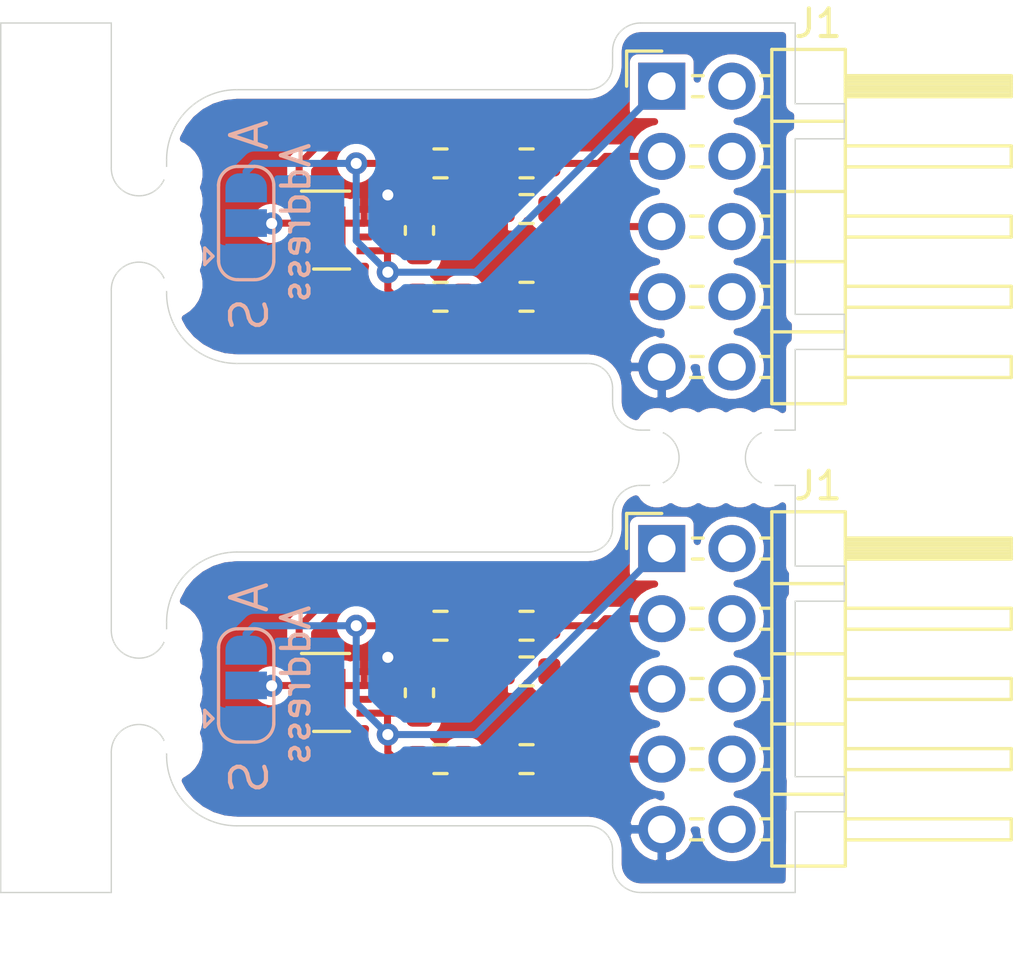
<source format=kicad_pcb>
(kicad_pcb (version 20171130) (host pcbnew "(5.1.9-0-10_14)")

  (general
    (thickness 1.6)
    (drawings 75)
    (tracks 104)
    (zones 0)
    (modules 21)
    (nets 16)
  )

  (page A4)
  (layers
    (0 F.Cu signal)
    (31 B.Cu signal)
    (32 B.Adhes user)
    (33 F.Adhes user)
    (34 B.Paste user)
    (35 F.Paste user)
    (36 B.SilkS user)
    (37 F.SilkS user)
    (38 B.Mask user)
    (39 F.Mask user)
    (40 Dwgs.User user hide)
    (41 Cmts.User user)
    (42 Eco1.User user)
    (43 Eco2.User user)
    (44 Edge.Cuts user)
    (45 Margin user hide)
    (46 B.CrtYd user hide)
    (47 F.CrtYd user hide)
    (48 B.Fab user hide)
    (49 F.Fab user hide)
  )

  (setup
    (last_trace_width 0.254)
    (user_trace_width 0.254)
    (trace_clearance 0.2)
    (zone_clearance 0.3048)
    (zone_45_only no)
    (trace_min 0.2)
    (via_size 0.8)
    (via_drill 0.4)
    (via_min_size 0.4)
    (via_min_drill 0.3)
    (uvia_size 0.3)
    (uvia_drill 0.1)
    (uvias_allowed no)
    (uvia_min_size 0.2)
    (uvia_min_drill 0.1)
    (edge_width 0.05)
    (segment_width 0.2)
    (pcb_text_width 0.3)
    (pcb_text_size 1.5 1.5)
    (mod_edge_width 0.12)
    (mod_text_size 1 1)
    (mod_text_width 0.15)
    (pad_size 0.5 0.5)
    (pad_drill 0.5)
    (pad_to_mask_clearance 0)
    (aux_axis_origin 0 0)
    (grid_origin 136.906 78.012)
    (visible_elements FFFFFF7F)
    (pcbplotparams
      (layerselection 0x010fc_ffffffff)
      (usegerberextensions false)
      (usegerberattributes true)
      (usegerberadvancedattributes true)
      (creategerberjobfile true)
      (excludeedgelayer true)
      (linewidth 0.100000)
      (plotframeref false)
      (viasonmask false)
      (mode 1)
      (useauxorigin false)
      (hpglpennumber 1)
      (hpglpenspeed 20)
      (hpglpendiameter 15.000000)
      (psnegative false)
      (psa4output false)
      (plotreference true)
      (plotvalue true)
      (plotinvisibletext false)
      (padsonsilk false)
      (subtractmaskfromsilk false)
      (outputformat 1)
      (mirror false)
      (drillshape 0)
      (scaleselection 1)
      (outputdirectory "/Users/arjen/ownCloud/SoftwareDevelopment/ithowifi/hardware/itho_rv_sensor/gerbers 1.1"))
  )

  (net 0 "")
  (net 1 "Net-(J1-Pad10)")
  (net 2 "Net-(J1-Pad8)")
  (net 3 "Net-(J1-Pad7)")
  (net 4 "Net-(J1-Pad6)")
  (net 5 "Net-(J1-Pad5)")
  (net 6 "Net-(J1-Pad4)")
  (net 7 "Net-(J1-Pad3)")
  (net 8 "Net-(J1-Pad2)")
  (net 9 "Net-(JP1-Pad2)")
  (net 10 "Net-(R1-Pad2)")
  (net 11 "Net-(R2-Pad2)")
  (net 12 "Net-(U1-Pad3)")
  (net 13 "Net-(U1-Pad6)")
  (net 14 GND)
  (net 15 +5V)

  (net_class Default "This is the default net class."
    (clearance 0.2)
    (trace_width 0.25)
    (via_dia 0.8)
    (via_drill 0.4)
    (uvia_dia 0.3)
    (uvia_drill 0.1)
    (add_net +5V)
    (add_net GND)
    (add_net "Net-(J1-Pad10)")
    (add_net "Net-(J1-Pad2)")
    (add_net "Net-(J1-Pad3)")
    (add_net "Net-(J1-Pad4)")
    (add_net "Net-(J1-Pad5)")
    (add_net "Net-(J1-Pad6)")
    (add_net "Net-(J1-Pad7)")
    (add_net "Net-(J1-Pad8)")
    (add_net "Net-(JP1-Pad2)")
    (add_net "Net-(R1-Pad2)")
    (add_net "Net-(R2-Pad2)")
    (add_net "Net-(U1-Pad3)")
    (add_net "Net-(U1-Pad6)")
  )

  (module mte_panelizing:DOUBLE_SIDED_TAB (layer F.Cu) (tedit 605A2DAC) (tstamp 605AA8AF)
    (at 133.906 93.742)
    (fp_text reference REF** (at 0 0) (layer F.SilkS) hide
      (effects (font (size 1 1) (thickness 0.15)))
    )
    (fp_text value DOUBLE_SIDED_TAB (at 0 0) (layer F.Fab) hide
      (effects (font (size 1 1) (thickness 0.15)))
    )
    (fp_line (start -2.25 0) (end -4 0) (layer Cmts.User) (width 2))
    (fp_line (start 2.25 0) (end 4 0) (layer Cmts.User) (width 2))
    (pad "" np_thru_hole circle (at -2 -1.05) (size 0.5 0.5) (drill 0.5) (layers *.Cu *.Mask)
      (clearance 0.5))
    (pad "" np_thru_hole circle (at 2 -1.05) (size 0.5 0.5) (drill 0.5) (layers *.Cu *.Mask)
      (clearance 0.5))
    (pad "" np_thru_hole circle (at -1 -1.05) (size 0.5 0.5) (drill 0.5) (layers *.Cu *.Mask)
      (clearance 0.5))
    (pad "" np_thru_hole circle (at 1 -1.05) (size 0.5 0.5) (drill 0.5) (layers *.Cu *.Mask)
      (clearance 0.5))
    (pad "" np_thru_hole circle (at 0 -1.05) (size 0.5 0.5) (drill 0.5) (layers *.Cu *.Mask)
      (clearance 0.5))
    (pad "" np_thru_hole circle (at -2 1.05) (size 0.5 0.5) (drill 0.5) (layers *.Cu *.Mask)
      (clearance 0.5))
    (pad "" np_thru_hole circle (at -1 1.05) (size 0.5 0.5) (drill 0.5) (layers *.Cu *.Mask)
      (clearance 0.5))
    (pad "" np_thru_hole circle (at 0 1.05) (size 0.5 0.5) (drill 0.5) (layers *.Cu *.Mask)
      (clearance 0.5))
    (pad "" np_thru_hole circle (at 1 1.05) (size 0.5 0.5) (drill 0.5) (layers *.Cu *.Mask)
      (clearance 0.5))
    (pad "" np_thru_hole circle (at 2 1.05) (size 0.5 0.5) (drill 0.5) (layers *.Cu *.Mask)
      (clearance 0.5))
  )

  (module Connector_PinHeader_2.54mm:PinHeader_2x05_P2.54mm_Horizontal (layer F.Cu) (tedit 59FED5CB) (tstamp 605AAB3C)
    (at 132.08 97.028)
    (descr "Through hole angled pin header, 2x05, 2.54mm pitch, 6mm pin length, double rows")
    (tags "Through hole angled pin header THT 2x05 2.54mm double row")
    (path /601F0DF9)
    (fp_text reference J1 (at 5.655 -2.27 180) (layer F.SilkS)
      (effects (font (size 1 1) (thickness 0.15)))
    )
    (fp_text value Conn_02x05_Odd_Even_MountingPin (at 5.655 12.43 180) (layer F.Fab) hide
      (effects (font (size 1 1) (thickness 0.15)))
    )
    (fp_text user %R (at 5.31 5.08 -90) (layer F.Fab)
      (effects (font (size 1 1) (thickness 0.15)))
    )
    (fp_line (start 4.675 -1.27) (end 6.58 -1.27) (layer F.Fab) (width 0.1))
    (fp_line (start 6.58 -1.27) (end 6.58 11.43) (layer F.Fab) (width 0.1))
    (fp_line (start 6.58 11.43) (end 4.04 11.43) (layer F.Fab) (width 0.1))
    (fp_line (start 4.04 11.43) (end 4.04 -0.635) (layer F.Fab) (width 0.1))
    (fp_line (start 4.04 -0.635) (end 4.675 -1.27) (layer F.Fab) (width 0.1))
    (fp_line (start -0.32 -0.32) (end 4.04 -0.32) (layer F.Fab) (width 0.1))
    (fp_line (start -0.32 -0.32) (end -0.32 0.32) (layer F.Fab) (width 0.1))
    (fp_line (start -0.32 0.32) (end 4.04 0.32) (layer F.Fab) (width 0.1))
    (fp_line (start 6.58 -0.32) (end 12.58 -0.32) (layer F.Fab) (width 0.1))
    (fp_line (start 12.58 -0.32) (end 12.58 0.32) (layer F.Fab) (width 0.1))
    (fp_line (start 6.58 0.32) (end 12.58 0.32) (layer F.Fab) (width 0.1))
    (fp_line (start -0.32 2.22) (end 4.04 2.22) (layer F.Fab) (width 0.1))
    (fp_line (start -0.32 2.22) (end -0.32 2.86) (layer F.Fab) (width 0.1))
    (fp_line (start -0.32 2.86) (end 4.04 2.86) (layer F.Fab) (width 0.1))
    (fp_line (start 6.58 2.22) (end 12.58 2.22) (layer F.Fab) (width 0.1))
    (fp_line (start 12.58 2.22) (end 12.58 2.86) (layer F.Fab) (width 0.1))
    (fp_line (start 6.58 2.86) (end 12.58 2.86) (layer F.Fab) (width 0.1))
    (fp_line (start -0.32 4.76) (end 4.04 4.76) (layer F.Fab) (width 0.1))
    (fp_line (start -0.32 4.76) (end -0.32 5.4) (layer F.Fab) (width 0.1))
    (fp_line (start -0.32 5.4) (end 4.04 5.4) (layer F.Fab) (width 0.1))
    (fp_line (start 6.58 4.76) (end 12.58 4.76) (layer F.Fab) (width 0.1))
    (fp_line (start 12.58 4.76) (end 12.58 5.4) (layer F.Fab) (width 0.1))
    (fp_line (start 6.58 5.4) (end 12.58 5.4) (layer F.Fab) (width 0.1))
    (fp_line (start -0.32 7.3) (end 4.04 7.3) (layer F.Fab) (width 0.1))
    (fp_line (start -0.32 7.3) (end -0.32 7.94) (layer F.Fab) (width 0.1))
    (fp_line (start -0.32 7.94) (end 4.04 7.94) (layer F.Fab) (width 0.1))
    (fp_line (start 6.58 7.3) (end 12.58 7.3) (layer F.Fab) (width 0.1))
    (fp_line (start 12.58 7.3) (end 12.58 7.94) (layer F.Fab) (width 0.1))
    (fp_line (start 6.58 7.94) (end 12.58 7.94) (layer F.Fab) (width 0.1))
    (fp_line (start -0.32 9.84) (end 4.04 9.84) (layer F.Fab) (width 0.1))
    (fp_line (start -0.32 9.84) (end -0.32 10.48) (layer F.Fab) (width 0.1))
    (fp_line (start -0.32 10.48) (end 4.04 10.48) (layer F.Fab) (width 0.1))
    (fp_line (start 6.58 9.84) (end 12.58 9.84) (layer F.Fab) (width 0.1))
    (fp_line (start 12.58 9.84) (end 12.58 10.48) (layer F.Fab) (width 0.1))
    (fp_line (start 6.58 10.48) (end 12.58 10.48) (layer F.Fab) (width 0.1))
    (fp_line (start 3.98 -1.33) (end 3.98 11.49) (layer F.SilkS) (width 0.12))
    (fp_line (start 3.98 11.49) (end 6.64 11.49) (layer F.SilkS) (width 0.12))
    (fp_line (start 6.64 11.49) (end 6.64 -1.33) (layer F.SilkS) (width 0.12))
    (fp_line (start 6.64 -1.33) (end 3.98 -1.33) (layer F.SilkS) (width 0.12))
    (fp_line (start 6.64 -0.38) (end 12.64 -0.38) (layer F.SilkS) (width 0.12))
    (fp_line (start 12.64 -0.38) (end 12.64 0.38) (layer F.SilkS) (width 0.12))
    (fp_line (start 12.64 0.38) (end 6.64 0.38) (layer F.SilkS) (width 0.12))
    (fp_line (start 6.64 -0.32) (end 12.64 -0.32) (layer F.SilkS) (width 0.12))
    (fp_line (start 6.64 -0.2) (end 12.64 -0.2) (layer F.SilkS) (width 0.12))
    (fp_line (start 6.64 -0.08) (end 12.64 -0.08) (layer F.SilkS) (width 0.12))
    (fp_line (start 6.64 0.04) (end 12.64 0.04) (layer F.SilkS) (width 0.12))
    (fp_line (start 6.64 0.16) (end 12.64 0.16) (layer F.SilkS) (width 0.12))
    (fp_line (start 6.64 0.28) (end 12.64 0.28) (layer F.SilkS) (width 0.12))
    (fp_line (start 3.582929 -0.38) (end 3.98 -0.38) (layer F.SilkS) (width 0.12))
    (fp_line (start 3.582929 0.38) (end 3.98 0.38) (layer F.SilkS) (width 0.12))
    (fp_line (start 1.11 -0.38) (end 1.497071 -0.38) (layer F.SilkS) (width 0.12))
    (fp_line (start 1.11 0.38) (end 1.497071 0.38) (layer F.SilkS) (width 0.12))
    (fp_line (start 3.98 1.27) (end 6.64 1.27) (layer F.SilkS) (width 0.12))
    (fp_line (start 6.64 2.16) (end 12.64 2.16) (layer F.SilkS) (width 0.12))
    (fp_line (start 12.64 2.16) (end 12.64 2.92) (layer F.SilkS) (width 0.12))
    (fp_line (start 12.64 2.92) (end 6.64 2.92) (layer F.SilkS) (width 0.12))
    (fp_line (start 3.582929 2.16) (end 3.98 2.16) (layer F.SilkS) (width 0.12))
    (fp_line (start 3.582929 2.92) (end 3.98 2.92) (layer F.SilkS) (width 0.12))
    (fp_line (start 1.042929 2.16) (end 1.497071 2.16) (layer F.SilkS) (width 0.12))
    (fp_line (start 1.042929 2.92) (end 1.497071 2.92) (layer F.SilkS) (width 0.12))
    (fp_line (start 3.98 3.81) (end 6.64 3.81) (layer F.SilkS) (width 0.12))
    (fp_line (start 6.64 4.7) (end 12.64 4.7) (layer F.SilkS) (width 0.12))
    (fp_line (start 12.64 4.7) (end 12.64 5.46) (layer F.SilkS) (width 0.12))
    (fp_line (start 12.64 5.46) (end 6.64 5.46) (layer F.SilkS) (width 0.12))
    (fp_line (start 3.582929 4.7) (end 3.98 4.7) (layer F.SilkS) (width 0.12))
    (fp_line (start 3.582929 5.46) (end 3.98 5.46) (layer F.SilkS) (width 0.12))
    (fp_line (start 1.042929 4.7) (end 1.497071 4.7) (layer F.SilkS) (width 0.12))
    (fp_line (start 1.042929 5.46) (end 1.497071 5.46) (layer F.SilkS) (width 0.12))
    (fp_line (start 3.98 6.35) (end 6.64 6.35) (layer F.SilkS) (width 0.12))
    (fp_line (start 6.64 7.24) (end 12.64 7.24) (layer F.SilkS) (width 0.12))
    (fp_line (start 12.64 7.24) (end 12.64 8) (layer F.SilkS) (width 0.12))
    (fp_line (start 12.64 8) (end 6.64 8) (layer F.SilkS) (width 0.12))
    (fp_line (start 3.582929 7.24) (end 3.98 7.24) (layer F.SilkS) (width 0.12))
    (fp_line (start 3.582929 8) (end 3.98 8) (layer F.SilkS) (width 0.12))
    (fp_line (start 1.042929 7.24) (end 1.497071 7.24) (layer F.SilkS) (width 0.12))
    (fp_line (start 1.042929 8) (end 1.497071 8) (layer F.SilkS) (width 0.12))
    (fp_line (start 3.98 8.89) (end 6.64 8.89) (layer F.SilkS) (width 0.12))
    (fp_line (start 6.64 9.78) (end 12.64 9.78) (layer F.SilkS) (width 0.12))
    (fp_line (start 12.64 9.78) (end 12.64 10.54) (layer F.SilkS) (width 0.12))
    (fp_line (start 12.64 10.54) (end 6.64 10.54) (layer F.SilkS) (width 0.12))
    (fp_line (start 3.582929 9.78) (end 3.98 9.78) (layer F.SilkS) (width 0.12))
    (fp_line (start 3.582929 10.54) (end 3.98 10.54) (layer F.SilkS) (width 0.12))
    (fp_line (start 1.042929 9.78) (end 1.497071 9.78) (layer F.SilkS) (width 0.12))
    (fp_line (start 1.042929 10.54) (end 1.497071 10.54) (layer F.SilkS) (width 0.12))
    (fp_line (start -1.27 0) (end -1.27 -1.27) (layer F.SilkS) (width 0.12))
    (fp_line (start -1.27 -1.27) (end 0 -1.27) (layer F.SilkS) (width 0.12))
    (fp_line (start -1.8 -1.8) (end -1.8 11.95) (layer F.CrtYd) (width 0.05))
    (fp_line (start -1.8 11.95) (end 13.1 11.95) (layer F.CrtYd) (width 0.05))
    (fp_line (start 13.1 11.95) (end 13.1 -1.8) (layer F.CrtYd) (width 0.05))
    (fp_line (start 13.1 -1.8) (end -1.8 -1.8) (layer F.CrtYd) (width 0.05))
    (pad 1 thru_hole rect (at 0 0) (size 1.7 1.7) (drill 1) (layers *.Cu *.Mask)
      (net 15 +5V))
    (pad 2 thru_hole oval (at 2.54 0) (size 1.7 1.7) (drill 1) (layers *.Cu *.Mask)
      (net 8 "Net-(J1-Pad2)"))
    (pad 3 thru_hole oval (at 0 2.54) (size 1.7 1.7) (drill 1) (layers *.Cu *.Mask)
      (net 7 "Net-(J1-Pad3)"))
    (pad 4 thru_hole oval (at 2.54 2.54) (size 1.7 1.7) (drill 1) (layers *.Cu *.Mask)
      (net 6 "Net-(J1-Pad4)"))
    (pad 5 thru_hole oval (at 0 5.08) (size 1.7 1.7) (drill 1) (layers *.Cu *.Mask)
      (net 5 "Net-(J1-Pad5)"))
    (pad 6 thru_hole oval (at 2.54 5.08) (size 1.7 1.7) (drill 1) (layers *.Cu *.Mask)
      (net 4 "Net-(J1-Pad6)"))
    (pad 7 thru_hole oval (at 0 7.62) (size 1.7 1.7) (drill 1) (layers *.Cu *.Mask)
      (net 3 "Net-(J1-Pad7)"))
    (pad 8 thru_hole oval (at 2.54 7.62) (size 1.7 1.7) (drill 1) (layers *.Cu *.Mask)
      (net 2 "Net-(J1-Pad8)"))
    (pad 9 thru_hole oval (at 0 10.16) (size 1.7 1.7) (drill 1) (layers *.Cu *.Mask)
      (net 14 GND))
    (pad 10 thru_hole oval (at 2.54 10.16) (size 1.7 1.7) (drill 1) (layers *.Cu *.Mask)
      (net 1 "Net-(J1-Pad10)"))
    (model ${KISYS3DMOD}/Connector_PinHeader_2.54mm.3dshapes/PinHeader_2x05_P2.54mm_Horizontal.wrl
      (at (xyz 0 0 0))
      (scale (xyz 1 1 1))
      (rotate (xyz 0 0 0))
    )
  )

  (module Jumper:SolderJumper-3_P1.3mm_Open_RoundedPad1.0x1.5mm (layer B.Cu) (tedit 5B391EB7) (tstamp 605AAAAA)
    (at 117.051 101.981 90)
    (descr "SMD Solder 3-pad Jumper, 1x1.5mm rounded Pads, 0.3mm gap, open")
    (tags "solder jumper open")
    (path /601E9803)
    (attr virtual)
    (fp_text reference Address (at 0 1.8 90) (layer B.SilkS)
      (effects (font (size 1 1) (thickness 0.15)) (justify mirror))
    )
    (fp_text value SolderJumper_3_Open (at 0 -1.9 90) (layer B.Fab) hide
      (effects (font (size 1 1) (thickness 0.15)) (justify mirror))
    )
    (fp_arc (start 1.35 0.3) (end 2.05 0.3) (angle 90) (layer B.SilkS) (width 0.12))
    (fp_arc (start 1.35 -0.3) (end 1.35 -1) (angle 90) (layer B.SilkS) (width 0.12))
    (fp_arc (start -1.35 -0.3) (end -2.05 -0.3) (angle 90) (layer B.SilkS) (width 0.12))
    (fp_arc (start -1.35 0.3) (end -1.35 1) (angle 90) (layer B.SilkS) (width 0.12))
    (fp_line (start -1.2 -1.2) (end -0.9 -1.5) (layer B.SilkS) (width 0.12))
    (fp_line (start -1.5 -1.5) (end -0.9 -1.5) (layer B.SilkS) (width 0.12))
    (fp_line (start -1.2 -1.2) (end -1.5 -1.5) (layer B.SilkS) (width 0.12))
    (fp_line (start -2.05 -0.3) (end -2.05 0.3) (layer B.SilkS) (width 0.12))
    (fp_line (start 1.4 -1) (end -1.4 -1) (layer B.SilkS) (width 0.12))
    (fp_line (start 2.05 0.3) (end 2.05 -0.3) (layer B.SilkS) (width 0.12))
    (fp_line (start -1.4 1) (end 1.4 1) (layer B.SilkS) (width 0.12))
    (fp_line (start -2.3 1.25) (end 2.3 1.25) (layer B.CrtYd) (width 0.05))
    (fp_line (start -2.3 1.25) (end -2.3 -1.25) (layer B.CrtYd) (width 0.05))
    (fp_line (start 2.3 -1.25) (end 2.3 1.25) (layer B.CrtYd) (width 0.05))
    (fp_line (start 2.3 -1.25) (end -2.3 -1.25) (layer B.CrtYd) (width 0.05))
    (pad 1 smd custom (at -1.3 0 90) (size 1 0.5) (layers B.Cu B.Mask)
      (net 14 GND) (zone_connect 2)
      (options (clearance outline) (anchor rect))
      (primitives
        (gr_circle (center 0 -0.25) (end 0.5 -0.25) (width 0))
        (gr_circle (center 0 0.25) (end 0.5 0.25) (width 0))
        (gr_poly (pts
           (xy 0.55 0.75) (xy 0 0.75) (xy 0 -0.75) (xy 0.55 -0.75)) (width 0))
      ))
    (pad 3 smd custom (at 1.3 0 90) (size 1 0.5) (layers B.Cu B.Mask)
      (net 15 +5V) (zone_connect 2)
      (options (clearance outline) (anchor rect))
      (primitives
        (gr_circle (center 0 -0.25) (end 0.5 -0.25) (width 0))
        (gr_circle (center 0 0.25) (end 0.5 0.25) (width 0))
        (gr_poly (pts
           (xy -0.55 0.75) (xy 0 0.75) (xy 0 -0.75) (xy -0.55 -0.75)) (width 0))
      ))
    (pad 2 smd rect (at 0 0 90) (size 1 1.5) (layers B.Cu B.Mask)
      (net 9 "Net-(JP1-Pad2)"))
  )

  (module Sensor_Humidity:Sensirion_DFN-8-1EP_2.5x2.5mm_P0.5mm_EP1.1x1.7mm (layer F.Cu) (tedit 5F15CF57) (tstamp 605AAA63)
    (at 120.142 102.235)
    (descr "Sensirion DFN-8 SHT3x-DIS (https://www.sensirion.com/fileadmin/user_upload/customers/sensirion/Dokumente/2_Humidity_Sensors/Datasheets/Sensirion_Humidity_Sensors_SHT3x_Datasheet_digital.pdf)")
    (tags "sensirion dfn nolead")
    (path /601D909D)
    (attr smd)
    (fp_text reference U1 (at 0 -2.25) (layer F.SilkS) hide
      (effects (font (size 1 1) (thickness 0.15)))
    )
    (fp_text value SHT30-DIS (at 0 2.5) (layer F.Fab) hide
      (effects (font (size 1 1) (thickness 0.15)))
    )
    (fp_text user %R (at 0 0) (layer F.Fab)
      (effects (font (size 0.4 0.4) (thickness 0.06)))
    )
    (fp_line (start -1.09 -1.41) (end 0.65 -1.41) (layer F.SilkS) (width 0.12))
    (fp_line (start -0.65 1.41) (end 0.65 1.41) (layer F.SilkS) (width 0.12))
    (fp_line (start -1.7 1.5) (end 1.7 1.5) (layer F.CrtYd) (width 0.05))
    (fp_line (start -1.7 -1.5) (end 1.7 -1.5) (layer F.CrtYd) (width 0.05))
    (fp_line (start 1.7 -1.5) (end 1.7 1.5) (layer F.CrtYd) (width 0.05))
    (fp_line (start -1.7 -1.5) (end -1.7 1.5) (layer F.CrtYd) (width 0.05))
    (fp_line (start -1.25 -0.75) (end -0.75 -1.25) (layer F.Fab) (width 0.1))
    (fp_line (start -1.25 1.25) (end -1.25 -0.75) (layer F.Fab) (width 0.1))
    (fp_line (start 1.25 1.25) (end -1.25 1.25) (layer F.Fab) (width 0.1))
    (fp_line (start 1.25 -1.25) (end 1.25 1.25) (layer F.Fab) (width 0.1))
    (fp_line (start -0.75 -1.25) (end 1.25 -1.25) (layer F.Fab) (width 0.1))
    (pad "" smd custom (at 0 0) (size 0.9 0.9) (layers F.Paste)
      (zone_connect 0)
      (options (clearance outline) (anchor rect))
      (primitives
        (gr_poly (pts
           (xy 0.45 0.8) (xy -0.45 0.8) (xy -0.45 -0.53) (xy -0.18 -0.8) (xy 0.45 -0.8)
) (width 0))
      ))
    (pad 9 smd custom (at 0 0) (size 1 1) (layers F.Cu F.Mask)
      (net 14 GND) (zone_connect 0)
      (options (clearance outline) (anchor circle))
      (primitives
        (gr_poly (pts
           (xy 0.5 0.85) (xy -0.5 0.85) (xy -0.5 -0.55) (xy -0.2 -0.85) (xy 0.5 -0.85)
) (width 0))
      ))
    (pad 8 smd rect (at 1.175 -0.75) (size 0.55 0.25) (layers F.Cu F.Paste F.Mask)
      (net 14 GND))
    (pad 7 smd rect (at 1.175 -0.25) (size 0.55 0.25) (layers F.Cu F.Paste F.Mask)
      (net 14 GND))
    (pad 6 smd rect (at 1.175 0.25) (size 0.55 0.25) (layers F.Cu F.Paste F.Mask)
      (net 13 "Net-(U1-Pad6)"))
    (pad 5 smd rect (at 1.175 0.75) (size 0.55 0.25) (layers F.Cu F.Paste F.Mask)
      (net 15 +5V))
    (pad 4 smd rect (at -1.175 0.75 180) (size 0.55 0.25) (layers F.Cu F.Paste F.Mask)
      (net 10 "Net-(R1-Pad2)"))
    (pad 3 smd rect (at -1.175 0.25) (size 0.55 0.25) (layers F.Cu F.Paste F.Mask)
      (net 12 "Net-(U1-Pad3)"))
    (pad 2 smd rect (at -1.175 -0.25) (size 0.55 0.25) (layers F.Cu F.Paste F.Mask)
      (net 9 "Net-(JP1-Pad2)"))
    (pad 1 smd rect (at -1.175 -0.75) (size 0.55 0.25) (layers F.Cu F.Paste F.Mask)
      (net 11 "Net-(R2-Pad2)"))
    (model ${KISYS3DMOD}/Sensor_Humidity.3dshapes/Sensirion_DFN-8-1EP_2.5x2.5mm_P0.5mm_EP1.1x1.7mm.wrl
      (at (xyz 0 0 0))
      (scale (xyz 1 1 1))
      (rotate (xyz 0 0 0))
    )
  )

  (module Capacitor_SMD:C_0603_1608Metric (layer F.Cu) (tedit 5F68FEEE) (tstamp 605AAA2A)
    (at 123.317 102.248 90)
    (descr "Capacitor SMD 0603 (1608 Metric), square (rectangular) end terminal, IPC_7351 nominal, (Body size source: IPC-SM-782 page 76, https://www.pcb-3d.com/wordpress/wp-content/uploads/ipc-sm-782a_amendment_1_and_2.pdf), generated with kicad-footprint-generator")
    (tags capacitor)
    (path /601ED854)
    (attr smd)
    (fp_text reference C1 (at 0 -1.43 90) (layer F.SilkS) hide
      (effects (font (size 1 1) (thickness 0.15)))
    )
    (fp_text value C (at 0 1.43 90) (layer F.Fab) hide
      (effects (font (size 1 1) (thickness 0.15)))
    )
    (fp_text user %R (at 0 0 90) (layer F.Fab)
      (effects (font (size 0.4 0.4) (thickness 0.06)))
    )
    (fp_line (start 1.48 0.73) (end -1.48 0.73) (layer F.CrtYd) (width 0.05))
    (fp_line (start 1.48 -0.73) (end 1.48 0.73) (layer F.CrtYd) (width 0.05))
    (fp_line (start -1.48 -0.73) (end 1.48 -0.73) (layer F.CrtYd) (width 0.05))
    (fp_line (start -1.48 0.73) (end -1.48 -0.73) (layer F.CrtYd) (width 0.05))
    (fp_line (start -0.14058 0.51) (end 0.14058 0.51) (layer F.SilkS) (width 0.12))
    (fp_line (start -0.14058 -0.51) (end 0.14058 -0.51) (layer F.SilkS) (width 0.12))
    (fp_line (start 0.8 0.4) (end -0.8 0.4) (layer F.Fab) (width 0.1))
    (fp_line (start 0.8 -0.4) (end 0.8 0.4) (layer F.Fab) (width 0.1))
    (fp_line (start -0.8 -0.4) (end 0.8 -0.4) (layer F.Fab) (width 0.1))
    (fp_line (start -0.8 0.4) (end -0.8 -0.4) (layer F.Fab) (width 0.1))
    (pad 1 smd roundrect (at -0.775 0 90) (size 0.9 0.95) (layers F.Cu F.Paste F.Mask) (roundrect_rratio 0.25)
      (net 15 +5V))
    (pad 2 smd roundrect (at 0.775 0 90) (size 0.9 0.95) (layers F.Cu F.Paste F.Mask) (roundrect_rratio 0.25)
      (net 14 GND))
    (model ${KISYS3DMOD}/Capacitor_SMD.3dshapes/C_0603_1608Metric.wrl
      (at (xyz 0 0 0))
      (scale (xyz 1 1 1))
      (rotate (xyz 0 0 0))
    )
  )

  (module Resistor_SMD:R_0603_1608Metric (layer F.Cu) (tedit 5F68FEEE) (tstamp 605AA9FA)
    (at 127.19 104.648 180)
    (descr "Resistor SMD 0603 (1608 Metric), square (rectangular) end terminal, IPC_7351 nominal, (Body size source: IPC-SM-782 page 72, https://www.pcb-3d.com/wordpress/wp-content/uploads/ipc-sm-782a_amendment_1_and_2.pdf), generated with kicad-footprint-generator")
    (tags resistor)
    (path /601DD8FF)
    (attr smd)
    (fp_text reference R3 (at 0 -1.43) (layer F.SilkS) hide
      (effects (font (size 1 1) (thickness 0.15)))
    )
    (fp_text value 200 (at 0 1.43) (layer F.Fab) hide
      (effects (font (size 1 1) (thickness 0.15)))
    )
    (fp_text user %R (at 0 0) (layer F.Fab)
      (effects (font (size 0.4 0.4) (thickness 0.06)))
    )
    (fp_line (start 1.48 0.73) (end -1.48 0.73) (layer F.CrtYd) (width 0.05))
    (fp_line (start 1.48 -0.73) (end 1.48 0.73) (layer F.CrtYd) (width 0.05))
    (fp_line (start -1.48 -0.73) (end 1.48 -0.73) (layer F.CrtYd) (width 0.05))
    (fp_line (start -1.48 0.73) (end -1.48 -0.73) (layer F.CrtYd) (width 0.05))
    (fp_line (start -0.237258 0.5225) (end 0.237258 0.5225) (layer F.SilkS) (width 0.12))
    (fp_line (start -0.237258 -0.5225) (end 0.237258 -0.5225) (layer F.SilkS) (width 0.12))
    (fp_line (start 0.8 0.4125) (end -0.8 0.4125) (layer F.Fab) (width 0.1))
    (fp_line (start 0.8 -0.4125) (end 0.8 0.4125) (layer F.Fab) (width 0.1))
    (fp_line (start -0.8 -0.4125) (end 0.8 -0.4125) (layer F.Fab) (width 0.1))
    (fp_line (start -0.8 0.4125) (end -0.8 -0.4125) (layer F.Fab) (width 0.1))
    (pad 1 smd roundrect (at -0.825 0 180) (size 0.8 0.95) (layers F.Cu F.Paste F.Mask) (roundrect_rratio 0.25)
      (net 3 "Net-(J1-Pad7)"))
    (pad 2 smd roundrect (at 0.825 0 180) (size 0.8 0.95) (layers F.Cu F.Paste F.Mask) (roundrect_rratio 0.25)
      (net 10 "Net-(R1-Pad2)"))
    (model ${KISYS3DMOD}/Resistor_SMD.3dshapes/R_0603_1608Metric.wrl
      (at (xyz 0 0 0))
      (scale (xyz 1 1 1))
      (rotate (xyz 0 0 0))
    )
  )

  (module Resistor_SMD:R_0603_1608Metric (layer F.Cu) (tedit 5F68FEEE) (tstamp 605AA9C7)
    (at 124.079 99.822)
    (descr "Resistor SMD 0603 (1608 Metric), square (rectangular) end terminal, IPC_7351 nominal, (Body size source: IPC-SM-782 page 72, https://www.pcb-3d.com/wordpress/wp-content/uploads/ipc-sm-782a_amendment_1_and_2.pdf), generated with kicad-footprint-generator")
    (tags resistor)
    (path /601DBCBB)
    (attr smd)
    (fp_text reference R2 (at 0 -1.43) (layer F.SilkS) hide
      (effects (font (size 1 1) (thickness 0.15)))
    )
    (fp_text value 5k6 (at 0 1.43) (layer F.Fab) hide
      (effects (font (size 1 1) (thickness 0.15)))
    )
    (fp_text user %R (at 0 0) (layer F.Fab)
      (effects (font (size 0.4 0.4) (thickness 0.06)))
    )
    (fp_line (start 1.48 0.73) (end -1.48 0.73) (layer F.CrtYd) (width 0.05))
    (fp_line (start 1.48 -0.73) (end 1.48 0.73) (layer F.CrtYd) (width 0.05))
    (fp_line (start -1.48 -0.73) (end 1.48 -0.73) (layer F.CrtYd) (width 0.05))
    (fp_line (start -1.48 0.73) (end -1.48 -0.73) (layer F.CrtYd) (width 0.05))
    (fp_line (start -0.237258 0.5225) (end 0.237258 0.5225) (layer F.SilkS) (width 0.12))
    (fp_line (start -0.237258 -0.5225) (end 0.237258 -0.5225) (layer F.SilkS) (width 0.12))
    (fp_line (start 0.8 0.4125) (end -0.8 0.4125) (layer F.Fab) (width 0.1))
    (fp_line (start 0.8 -0.4125) (end 0.8 0.4125) (layer F.Fab) (width 0.1))
    (fp_line (start -0.8 -0.4125) (end 0.8 -0.4125) (layer F.Fab) (width 0.1))
    (fp_line (start -0.8 0.4125) (end -0.8 -0.4125) (layer F.Fab) (width 0.1))
    (pad 1 smd roundrect (at -0.825 0) (size 0.8 0.95) (layers F.Cu F.Paste F.Mask) (roundrect_rratio 0.25)
      (net 15 +5V))
    (pad 2 smd roundrect (at 0.825 0) (size 0.8 0.95) (layers F.Cu F.Paste F.Mask) (roundrect_rratio 0.25)
      (net 11 "Net-(R2-Pad2)"))
    (model ${KISYS3DMOD}/Resistor_SMD.3dshapes/R_0603_1608Metric.wrl
      (at (xyz 0 0 0))
      (scale (xyz 1 1 1))
      (rotate (xyz 0 0 0))
    )
  )

  (module Resistor_SMD:R_0603_1608Metric (layer F.Cu) (tedit 5F68FEEE) (tstamp 605AA994)
    (at 124.079 104.648)
    (descr "Resistor SMD 0603 (1608 Metric), square (rectangular) end terminal, IPC_7351 nominal, (Body size source: IPC-SM-782 page 72, https://www.pcb-3d.com/wordpress/wp-content/uploads/ipc-sm-782a_amendment_1_and_2.pdf), generated with kicad-footprint-generator")
    (tags resistor)
    (path /601DA0F5)
    (attr smd)
    (fp_text reference R1 (at 0 -1.43) (layer F.SilkS) hide
      (effects (font (size 1 1) (thickness 0.15)))
    )
    (fp_text value 5k6 (at 0 1.43) (layer F.Fab) hide
      (effects (font (size 1 1) (thickness 0.15)))
    )
    (fp_text user %R (at 0 0) (layer F.Fab)
      (effects (font (size 0.4 0.4) (thickness 0.06)))
    )
    (fp_line (start 1.48 0.73) (end -1.48 0.73) (layer F.CrtYd) (width 0.05))
    (fp_line (start 1.48 -0.73) (end 1.48 0.73) (layer F.CrtYd) (width 0.05))
    (fp_line (start -1.48 -0.73) (end 1.48 -0.73) (layer F.CrtYd) (width 0.05))
    (fp_line (start -1.48 0.73) (end -1.48 -0.73) (layer F.CrtYd) (width 0.05))
    (fp_line (start -0.237258 0.5225) (end 0.237258 0.5225) (layer F.SilkS) (width 0.12))
    (fp_line (start -0.237258 -0.5225) (end 0.237258 -0.5225) (layer F.SilkS) (width 0.12))
    (fp_line (start 0.8 0.4125) (end -0.8 0.4125) (layer F.Fab) (width 0.1))
    (fp_line (start 0.8 -0.4125) (end 0.8 0.4125) (layer F.Fab) (width 0.1))
    (fp_line (start -0.8 -0.4125) (end 0.8 -0.4125) (layer F.Fab) (width 0.1))
    (fp_line (start -0.8 0.4125) (end -0.8 -0.4125) (layer F.Fab) (width 0.1))
    (pad 1 smd roundrect (at -0.825 0) (size 0.8 0.95) (layers F.Cu F.Paste F.Mask) (roundrect_rratio 0.25)
      (net 15 +5V))
    (pad 2 smd roundrect (at 0.825 0) (size 0.8 0.95) (layers F.Cu F.Paste F.Mask) (roundrect_rratio 0.25)
      (net 10 "Net-(R1-Pad2)"))
    (model ${KISYS3DMOD}/Resistor_SMD.3dshapes/R_0603_1608Metric.wrl
      (at (xyz 0 0 0))
      (scale (xyz 1 1 1))
      (rotate (xyz 0 0 0))
    )
  )

  (module Resistor_SMD:R_0603_1608Metric (layer F.Cu) (tedit 5F68FEEE) (tstamp 605AA964)
    (at 127.19 101.473 180)
    (descr "Resistor SMD 0603 (1608 Metric), square (rectangular) end terminal, IPC_7351 nominal, (Body size source: IPC-SM-782 page 72, https://www.pcb-3d.com/wordpress/wp-content/uploads/ipc-sm-782a_amendment_1_and_2.pdf), generated with kicad-footprint-generator")
    (tags resistor)
    (path /601E819C)
    (attr smd)
    (fp_text reference R5 (at 0 -1.43) (layer F.SilkS) hide
      (effects (font (size 1 1) (thickness 0.15)))
    )
    (fp_text value 5k6 (at 0 1.43) (layer F.Fab) hide
      (effects (font (size 1 1) (thickness 0.15)))
    )
    (fp_text user %R (at 0 0) (layer F.Fab)
      (effects (font (size 0.4 0.4) (thickness 0.06)))
    )
    (fp_line (start 1.48 0.73) (end -1.48 0.73) (layer F.CrtYd) (width 0.05))
    (fp_line (start 1.48 -0.73) (end 1.48 0.73) (layer F.CrtYd) (width 0.05))
    (fp_line (start -1.48 -0.73) (end 1.48 -0.73) (layer F.CrtYd) (width 0.05))
    (fp_line (start -1.48 0.73) (end -1.48 -0.73) (layer F.CrtYd) (width 0.05))
    (fp_line (start -0.237258 0.5225) (end 0.237258 0.5225) (layer F.SilkS) (width 0.12))
    (fp_line (start -0.237258 -0.5225) (end 0.237258 -0.5225) (layer F.SilkS) (width 0.12))
    (fp_line (start 0.8 0.4125) (end -0.8 0.4125) (layer F.Fab) (width 0.1))
    (fp_line (start 0.8 -0.4125) (end 0.8 0.4125) (layer F.Fab) (width 0.1))
    (fp_line (start -0.8 -0.4125) (end 0.8 -0.4125) (layer F.Fab) (width 0.1))
    (fp_line (start -0.8 0.4125) (end -0.8 -0.4125) (layer F.Fab) (width 0.1))
    (pad 1 smd roundrect (at -0.825 0 180) (size 0.8 0.95) (layers F.Cu F.Paste F.Mask) (roundrect_rratio 0.25)
      (net 5 "Net-(J1-Pad5)"))
    (pad 2 smd roundrect (at 0.825 0 180) (size 0.8 0.95) (layers F.Cu F.Paste F.Mask) (roundrect_rratio 0.25)
      (net 14 GND))
    (model ${KISYS3DMOD}/Resistor_SMD.3dshapes/R_0603_1608Metric.wrl
      (at (xyz 0 0 0))
      (scale (xyz 1 1 1))
      (rotate (xyz 0 0 0))
    )
  )

  (module Resistor_SMD:R_0603_1608Metric (layer F.Cu) (tedit 5F68FEEE) (tstamp 605AA931)
    (at 127.191 99.822)
    (descr "Resistor SMD 0603 (1608 Metric), square (rectangular) end terminal, IPC_7351 nominal, (Body size source: IPC-SM-782 page 72, https://www.pcb-3d.com/wordpress/wp-content/uploads/ipc-sm-782a_amendment_1_and_2.pdf), generated with kicad-footprint-generator")
    (tags resistor)
    (path /601DCFC6)
    (attr smd)
    (fp_text reference R4 (at 0 -1.43) (layer F.SilkS) hide
      (effects (font (size 1 1) (thickness 0.15)))
    )
    (fp_text value 200 (at 0 1.43) (layer F.Fab) hide
      (effects (font (size 1 1) (thickness 0.15)))
    )
    (fp_text user %R (at 0 0) (layer F.Fab)
      (effects (font (size 0.4 0.4) (thickness 0.06)))
    )
    (fp_line (start 1.48 0.73) (end -1.48 0.73) (layer F.CrtYd) (width 0.05))
    (fp_line (start 1.48 -0.73) (end 1.48 0.73) (layer F.CrtYd) (width 0.05))
    (fp_line (start -1.48 -0.73) (end 1.48 -0.73) (layer F.CrtYd) (width 0.05))
    (fp_line (start -1.48 0.73) (end -1.48 -0.73) (layer F.CrtYd) (width 0.05))
    (fp_line (start -0.237258 0.5225) (end 0.237258 0.5225) (layer F.SilkS) (width 0.12))
    (fp_line (start -0.237258 -0.5225) (end 0.237258 -0.5225) (layer F.SilkS) (width 0.12))
    (fp_line (start 0.8 0.4125) (end -0.8 0.4125) (layer F.Fab) (width 0.1))
    (fp_line (start 0.8 -0.4125) (end 0.8 0.4125) (layer F.Fab) (width 0.1))
    (fp_line (start -0.8 -0.4125) (end 0.8 -0.4125) (layer F.Fab) (width 0.1))
    (fp_line (start -0.8 0.4125) (end -0.8 -0.4125) (layer F.Fab) (width 0.1))
    (pad 1 smd roundrect (at -0.825 0) (size 0.8 0.95) (layers F.Cu F.Paste F.Mask) (roundrect_rratio 0.25)
      (net 11 "Net-(R2-Pad2)"))
    (pad 2 smd roundrect (at 0.825 0) (size 0.8 0.95) (layers F.Cu F.Paste F.Mask) (roundrect_rratio 0.25)
      (net 7 "Net-(J1-Pad3)"))
    (model ${KISYS3DMOD}/Resistor_SMD.3dshapes/R_0603_1608Metric.wrl
      (at (xyz 0 0 0))
      (scale (xyz 1 1 1))
      (rotate (xyz 0 0 0))
    )
  )

  (module mte_panelizing:SINGLE_SIDED_TAB (layer F.Cu) (tedit 605A1879) (tstamp 605AA90A)
    (at 113.173 102.195 270)
    (fp_text reference REF** (at 0 0 90) (layer F.SilkS) hide
      (effects (font (size 1 1) (thickness 0.15)))
    )
    (fp_text value SINGLE_SIDED_TAB (at 0 0 90) (layer F.Fab) hide
      (effects (font (size 1 1) (thickness 0.15)))
    )
    (fp_line (start 2.25 0) (end 4 0) (layer Cmts.User) (width 2))
    (fp_line (start -2.25 0) (end -4 0) (layer Cmts.User) (width 2))
    (pad "" np_thru_hole circle (at 0 -1.05 270) (size 0.5 0.5) (drill 0.5) (layers *.Cu *.Mask)
      (clearance 1))
    (pad "" np_thru_hole circle (at 1 -1.05 270) (size 0.5 0.5) (drill 0.5) (layers *.Cu *.Mask)
      (clearance 1))
    (pad "" np_thru_hole circle (at -1 -1.05 270) (size 0.5 0.5) (drill 0.5) (layers *.Cu *.Mask)
      (clearance 1))
    (pad "" np_thru_hole circle (at 2 -1.05 270) (size 0.5 0.5) (drill 0.5) (layers *.Cu *.Mask)
      (clearance 1))
    (pad "" np_thru_hole circle (at -2 -1.05 270) (size 0.5 0.5) (drill 0.5) (layers *.Cu *.Mask)
      (clearance 1))
  )

  (module mte_panelizing:SINGLE_SIDED_TAB (layer F.Cu) (tedit 605A1879) (tstamp 605A8213)
    (at 113.173 85.465 270)
    (fp_text reference REF** (at 0 0 90) (layer F.SilkS) hide
      (effects (font (size 1 1) (thickness 0.15)))
    )
    (fp_text value SINGLE_SIDED_TAB (at 0 0 90) (layer F.Fab) hide
      (effects (font (size 1 1) (thickness 0.15)))
    )
    (fp_line (start -2.25 0) (end -4 0) (layer Cmts.User) (width 2))
    (fp_line (start 2.25 0) (end 4 0) (layer Cmts.User) (width 2))
    (pad "" np_thru_hole circle (at -2 -1.05 270) (size 0.5 0.5) (drill 0.5) (layers *.Cu *.Mask)
      (clearance 1))
    (pad "" np_thru_hole circle (at 2 -1.05 270) (size 0.5 0.5) (drill 0.5) (layers *.Cu *.Mask)
      (clearance 1))
    (pad "" np_thru_hole circle (at -1 -1.05 270) (size 0.5 0.5) (drill 0.5) (layers *.Cu *.Mask)
      (clearance 1))
    (pad "" np_thru_hole circle (at 1 -1.05 270) (size 0.5 0.5) (drill 0.5) (layers *.Cu *.Mask)
      (clearance 1))
    (pad "" np_thru_hole circle (at 0 -1.05 270) (size 0.5 0.5) (drill 0.5) (layers *.Cu *.Mask)
      (clearance 1))
  )

  (module Resistor_SMD:R_0603_1608Metric (layer F.Cu) (tedit 5F68FEEE) (tstamp 605A81B3)
    (at 127.19 84.743 180)
    (descr "Resistor SMD 0603 (1608 Metric), square (rectangular) end terminal, IPC_7351 nominal, (Body size source: IPC-SM-782 page 72, https://www.pcb-3d.com/wordpress/wp-content/uploads/ipc-sm-782a_amendment_1_and_2.pdf), generated with kicad-footprint-generator")
    (tags resistor)
    (path /601E819C)
    (attr smd)
    (fp_text reference R5 (at 0 -1.43) (layer F.SilkS) hide
      (effects (font (size 1 1) (thickness 0.15)))
    )
    (fp_text value 5k6 (at 0 1.43) (layer F.Fab) hide
      (effects (font (size 1 1) (thickness 0.15)))
    )
    (fp_line (start -0.8 0.4125) (end -0.8 -0.4125) (layer F.Fab) (width 0.1))
    (fp_line (start -0.8 -0.4125) (end 0.8 -0.4125) (layer F.Fab) (width 0.1))
    (fp_line (start 0.8 -0.4125) (end 0.8 0.4125) (layer F.Fab) (width 0.1))
    (fp_line (start 0.8 0.4125) (end -0.8 0.4125) (layer F.Fab) (width 0.1))
    (fp_line (start -0.237258 -0.5225) (end 0.237258 -0.5225) (layer F.SilkS) (width 0.12))
    (fp_line (start -0.237258 0.5225) (end 0.237258 0.5225) (layer F.SilkS) (width 0.12))
    (fp_line (start -1.48 0.73) (end -1.48 -0.73) (layer F.CrtYd) (width 0.05))
    (fp_line (start -1.48 -0.73) (end 1.48 -0.73) (layer F.CrtYd) (width 0.05))
    (fp_line (start 1.48 -0.73) (end 1.48 0.73) (layer F.CrtYd) (width 0.05))
    (fp_line (start 1.48 0.73) (end -1.48 0.73) (layer F.CrtYd) (width 0.05))
    (fp_text user %R (at 0 0) (layer F.Fab)
      (effects (font (size 0.4 0.4) (thickness 0.06)))
    )
    (pad 2 smd roundrect (at 0.825 0 180) (size 0.8 0.95) (layers F.Cu F.Paste F.Mask) (roundrect_rratio 0.25)
      (net 14 GND))
    (pad 1 smd roundrect (at -0.825 0 180) (size 0.8 0.95) (layers F.Cu F.Paste F.Mask) (roundrect_rratio 0.25)
      (net 5 "Net-(J1-Pad5)"))
    (model ${KISYS3DMOD}/Resistor_SMD.3dshapes/R_0603_1608Metric.wrl
      (at (xyz 0 0 0))
      (scale (xyz 1 1 1))
      (rotate (xyz 0 0 0))
    )
  )

  (module Resistor_SMD:R_0603_1608Metric (layer F.Cu) (tedit 5F68FEEE) (tstamp 605A81E6)
    (at 127.191 83.092)
    (descr "Resistor SMD 0603 (1608 Metric), square (rectangular) end terminal, IPC_7351 nominal, (Body size source: IPC-SM-782 page 72, https://www.pcb-3d.com/wordpress/wp-content/uploads/ipc-sm-782a_amendment_1_and_2.pdf), generated with kicad-footprint-generator")
    (tags resistor)
    (path /601DCFC6)
    (attr smd)
    (fp_text reference R4 (at 0 -1.43) (layer F.SilkS) hide
      (effects (font (size 1 1) (thickness 0.15)))
    )
    (fp_text value 200 (at 0 1.43) (layer F.Fab) hide
      (effects (font (size 1 1) (thickness 0.15)))
    )
    (fp_line (start -0.8 0.4125) (end -0.8 -0.4125) (layer F.Fab) (width 0.1))
    (fp_line (start -0.8 -0.4125) (end 0.8 -0.4125) (layer F.Fab) (width 0.1))
    (fp_line (start 0.8 -0.4125) (end 0.8 0.4125) (layer F.Fab) (width 0.1))
    (fp_line (start 0.8 0.4125) (end -0.8 0.4125) (layer F.Fab) (width 0.1))
    (fp_line (start -0.237258 -0.5225) (end 0.237258 -0.5225) (layer F.SilkS) (width 0.12))
    (fp_line (start -0.237258 0.5225) (end 0.237258 0.5225) (layer F.SilkS) (width 0.12))
    (fp_line (start -1.48 0.73) (end -1.48 -0.73) (layer F.CrtYd) (width 0.05))
    (fp_line (start -1.48 -0.73) (end 1.48 -0.73) (layer F.CrtYd) (width 0.05))
    (fp_line (start 1.48 -0.73) (end 1.48 0.73) (layer F.CrtYd) (width 0.05))
    (fp_line (start 1.48 0.73) (end -1.48 0.73) (layer F.CrtYd) (width 0.05))
    (fp_text user %R (at 0 0) (layer F.Fab)
      (effects (font (size 0.4 0.4) (thickness 0.06)))
    )
    (pad 2 smd roundrect (at 0.825 0) (size 0.8 0.95) (layers F.Cu F.Paste F.Mask) (roundrect_rratio 0.25)
      (net 7 "Net-(J1-Pad3)"))
    (pad 1 smd roundrect (at -0.825 0) (size 0.8 0.95) (layers F.Cu F.Paste F.Mask) (roundrect_rratio 0.25)
      (net 11 "Net-(R2-Pad2)"))
    (model ${KISYS3DMOD}/Resistor_SMD.3dshapes/R_0603_1608Metric.wrl
      (at (xyz 0 0 0))
      (scale (xyz 1 1 1))
      (rotate (xyz 0 0 0))
    )
  )

  (module Resistor_SMD:R_0603_1608Metric (layer F.Cu) (tedit 5F68FEEE) (tstamp 605A811D)
    (at 127.19 87.918 180)
    (descr "Resistor SMD 0603 (1608 Metric), square (rectangular) end terminal, IPC_7351 nominal, (Body size source: IPC-SM-782 page 72, https://www.pcb-3d.com/wordpress/wp-content/uploads/ipc-sm-782a_amendment_1_and_2.pdf), generated with kicad-footprint-generator")
    (tags resistor)
    (path /601DD8FF)
    (attr smd)
    (fp_text reference R3 (at 0 -1.43) (layer F.SilkS) hide
      (effects (font (size 1 1) (thickness 0.15)))
    )
    (fp_text value 200 (at 0 1.43) (layer F.Fab) hide
      (effects (font (size 1 1) (thickness 0.15)))
    )
    (fp_line (start -0.8 0.4125) (end -0.8 -0.4125) (layer F.Fab) (width 0.1))
    (fp_line (start -0.8 -0.4125) (end 0.8 -0.4125) (layer F.Fab) (width 0.1))
    (fp_line (start 0.8 -0.4125) (end 0.8 0.4125) (layer F.Fab) (width 0.1))
    (fp_line (start 0.8 0.4125) (end -0.8 0.4125) (layer F.Fab) (width 0.1))
    (fp_line (start -0.237258 -0.5225) (end 0.237258 -0.5225) (layer F.SilkS) (width 0.12))
    (fp_line (start -0.237258 0.5225) (end 0.237258 0.5225) (layer F.SilkS) (width 0.12))
    (fp_line (start -1.48 0.73) (end -1.48 -0.73) (layer F.CrtYd) (width 0.05))
    (fp_line (start -1.48 -0.73) (end 1.48 -0.73) (layer F.CrtYd) (width 0.05))
    (fp_line (start 1.48 -0.73) (end 1.48 0.73) (layer F.CrtYd) (width 0.05))
    (fp_line (start 1.48 0.73) (end -1.48 0.73) (layer F.CrtYd) (width 0.05))
    (fp_text user %R (at 0 0) (layer F.Fab)
      (effects (font (size 0.4 0.4) (thickness 0.06)))
    )
    (pad 2 smd roundrect (at 0.825 0 180) (size 0.8 0.95) (layers F.Cu F.Paste F.Mask) (roundrect_rratio 0.25)
      (net 10 "Net-(R1-Pad2)"))
    (pad 1 smd roundrect (at -0.825 0 180) (size 0.8 0.95) (layers F.Cu F.Paste F.Mask) (roundrect_rratio 0.25)
      (net 3 "Net-(J1-Pad7)"))
    (model ${KISYS3DMOD}/Resistor_SMD.3dshapes/R_0603_1608Metric.wrl
      (at (xyz 0 0 0))
      (scale (xyz 1 1 1))
      (rotate (xyz 0 0 0))
    )
  )

  (module Resistor_SMD:R_0603_1608Metric (layer F.Cu) (tedit 5F68FEEE) (tstamp 605A8150)
    (at 124.079 83.092)
    (descr "Resistor SMD 0603 (1608 Metric), square (rectangular) end terminal, IPC_7351 nominal, (Body size source: IPC-SM-782 page 72, https://www.pcb-3d.com/wordpress/wp-content/uploads/ipc-sm-782a_amendment_1_and_2.pdf), generated with kicad-footprint-generator")
    (tags resistor)
    (path /601DBCBB)
    (attr smd)
    (fp_text reference R2 (at 0 -1.43) (layer F.SilkS) hide
      (effects (font (size 1 1) (thickness 0.15)))
    )
    (fp_text value 5k6 (at 0 1.43) (layer F.Fab) hide
      (effects (font (size 1 1) (thickness 0.15)))
    )
    (fp_line (start -0.8 0.4125) (end -0.8 -0.4125) (layer F.Fab) (width 0.1))
    (fp_line (start -0.8 -0.4125) (end 0.8 -0.4125) (layer F.Fab) (width 0.1))
    (fp_line (start 0.8 -0.4125) (end 0.8 0.4125) (layer F.Fab) (width 0.1))
    (fp_line (start 0.8 0.4125) (end -0.8 0.4125) (layer F.Fab) (width 0.1))
    (fp_line (start -0.237258 -0.5225) (end 0.237258 -0.5225) (layer F.SilkS) (width 0.12))
    (fp_line (start -0.237258 0.5225) (end 0.237258 0.5225) (layer F.SilkS) (width 0.12))
    (fp_line (start -1.48 0.73) (end -1.48 -0.73) (layer F.CrtYd) (width 0.05))
    (fp_line (start -1.48 -0.73) (end 1.48 -0.73) (layer F.CrtYd) (width 0.05))
    (fp_line (start 1.48 -0.73) (end 1.48 0.73) (layer F.CrtYd) (width 0.05))
    (fp_line (start 1.48 0.73) (end -1.48 0.73) (layer F.CrtYd) (width 0.05))
    (fp_text user %R (at 0 0) (layer F.Fab)
      (effects (font (size 0.4 0.4) (thickness 0.06)))
    )
    (pad 2 smd roundrect (at 0.825 0) (size 0.8 0.95) (layers F.Cu F.Paste F.Mask) (roundrect_rratio 0.25)
      (net 11 "Net-(R2-Pad2)"))
    (pad 1 smd roundrect (at -0.825 0) (size 0.8 0.95) (layers F.Cu F.Paste F.Mask) (roundrect_rratio 0.25)
      (net 15 +5V))
    (model ${KISYS3DMOD}/Resistor_SMD.3dshapes/R_0603_1608Metric.wrl
      (at (xyz 0 0 0))
      (scale (xyz 1 1 1))
      (rotate (xyz 0 0 0))
    )
  )

  (module Resistor_SMD:R_0603_1608Metric (layer F.Cu) (tedit 5F68FEEE) (tstamp 605A8183)
    (at 124.079 87.918)
    (descr "Resistor SMD 0603 (1608 Metric), square (rectangular) end terminal, IPC_7351 nominal, (Body size source: IPC-SM-782 page 72, https://www.pcb-3d.com/wordpress/wp-content/uploads/ipc-sm-782a_amendment_1_and_2.pdf), generated with kicad-footprint-generator")
    (tags resistor)
    (path /601DA0F5)
    (attr smd)
    (fp_text reference R1 (at 0 -1.43) (layer F.SilkS) hide
      (effects (font (size 1 1) (thickness 0.15)))
    )
    (fp_text value 5k6 (at 0 1.43) (layer F.Fab) hide
      (effects (font (size 1 1) (thickness 0.15)))
    )
    (fp_line (start -0.8 0.4125) (end -0.8 -0.4125) (layer F.Fab) (width 0.1))
    (fp_line (start -0.8 -0.4125) (end 0.8 -0.4125) (layer F.Fab) (width 0.1))
    (fp_line (start 0.8 -0.4125) (end 0.8 0.4125) (layer F.Fab) (width 0.1))
    (fp_line (start 0.8 0.4125) (end -0.8 0.4125) (layer F.Fab) (width 0.1))
    (fp_line (start -0.237258 -0.5225) (end 0.237258 -0.5225) (layer F.SilkS) (width 0.12))
    (fp_line (start -0.237258 0.5225) (end 0.237258 0.5225) (layer F.SilkS) (width 0.12))
    (fp_line (start -1.48 0.73) (end -1.48 -0.73) (layer F.CrtYd) (width 0.05))
    (fp_line (start -1.48 -0.73) (end 1.48 -0.73) (layer F.CrtYd) (width 0.05))
    (fp_line (start 1.48 -0.73) (end 1.48 0.73) (layer F.CrtYd) (width 0.05))
    (fp_line (start 1.48 0.73) (end -1.48 0.73) (layer F.CrtYd) (width 0.05))
    (fp_text user %R (at 0 0) (layer F.Fab)
      (effects (font (size 0.4 0.4) (thickness 0.06)))
    )
    (pad 2 smd roundrect (at 0.825 0) (size 0.8 0.95) (layers F.Cu F.Paste F.Mask) (roundrect_rratio 0.25)
      (net 10 "Net-(R1-Pad2)"))
    (pad 1 smd roundrect (at -0.825 0) (size 0.8 0.95) (layers F.Cu F.Paste F.Mask) (roundrect_rratio 0.25)
      (net 15 +5V))
    (model ${KISYS3DMOD}/Resistor_SMD.3dshapes/R_0603_1608Metric.wrl
      (at (xyz 0 0 0))
      (scale (xyz 1 1 1))
      (rotate (xyz 0 0 0))
    )
  )

  (module Capacitor_SMD:C_0603_1608Metric (layer F.Cu) (tedit 5F68FEEE) (tstamp 605A80ED)
    (at 123.317 85.518 90)
    (descr "Capacitor SMD 0603 (1608 Metric), square (rectangular) end terminal, IPC_7351 nominal, (Body size source: IPC-SM-782 page 76, https://www.pcb-3d.com/wordpress/wp-content/uploads/ipc-sm-782a_amendment_1_and_2.pdf), generated with kicad-footprint-generator")
    (tags capacitor)
    (path /601ED854)
    (attr smd)
    (fp_text reference C1 (at 0 -1.43 90) (layer F.SilkS) hide
      (effects (font (size 1 1) (thickness 0.15)))
    )
    (fp_text value C (at 0 1.43 90) (layer F.Fab) hide
      (effects (font (size 1 1) (thickness 0.15)))
    )
    (fp_line (start -0.8 0.4) (end -0.8 -0.4) (layer F.Fab) (width 0.1))
    (fp_line (start -0.8 -0.4) (end 0.8 -0.4) (layer F.Fab) (width 0.1))
    (fp_line (start 0.8 -0.4) (end 0.8 0.4) (layer F.Fab) (width 0.1))
    (fp_line (start 0.8 0.4) (end -0.8 0.4) (layer F.Fab) (width 0.1))
    (fp_line (start -0.14058 -0.51) (end 0.14058 -0.51) (layer F.SilkS) (width 0.12))
    (fp_line (start -0.14058 0.51) (end 0.14058 0.51) (layer F.SilkS) (width 0.12))
    (fp_line (start -1.48 0.73) (end -1.48 -0.73) (layer F.CrtYd) (width 0.05))
    (fp_line (start -1.48 -0.73) (end 1.48 -0.73) (layer F.CrtYd) (width 0.05))
    (fp_line (start 1.48 -0.73) (end 1.48 0.73) (layer F.CrtYd) (width 0.05))
    (fp_line (start 1.48 0.73) (end -1.48 0.73) (layer F.CrtYd) (width 0.05))
    (fp_text user %R (at 0 0 90) (layer F.Fab)
      (effects (font (size 0.4 0.4) (thickness 0.06)))
    )
    (pad 2 smd roundrect (at 0.775 0 90) (size 0.9 0.95) (layers F.Cu F.Paste F.Mask) (roundrect_rratio 0.25)
      (net 14 GND))
    (pad 1 smd roundrect (at -0.775 0 90) (size 0.9 0.95) (layers F.Cu F.Paste F.Mask) (roundrect_rratio 0.25)
      (net 15 +5V))
    (model ${KISYS3DMOD}/Capacitor_SMD.3dshapes/C_0603_1608Metric.wrl
      (at (xyz 0 0 0))
      (scale (xyz 1 1 1))
      (rotate (xyz 0 0 0))
    )
  )

  (module Sensor_Humidity:Sensirion_DFN-8-1EP_2.5x2.5mm_P0.5mm_EP1.1x1.7mm (layer F.Cu) (tedit 5F15CF57) (tstamp 605A80AB)
    (at 120.142 85.505)
    (descr "Sensirion DFN-8 SHT3x-DIS (https://www.sensirion.com/fileadmin/user_upload/customers/sensirion/Dokumente/2_Humidity_Sensors/Datasheets/Sensirion_Humidity_Sensors_SHT3x_Datasheet_digital.pdf)")
    (tags "sensirion dfn nolead")
    (path /601D909D)
    (attr smd)
    (fp_text reference U1 (at 0 -2.25) (layer F.SilkS) hide
      (effects (font (size 1 1) (thickness 0.15)))
    )
    (fp_text value SHT30-DIS (at 0 2.5) (layer F.Fab) hide
      (effects (font (size 1 1) (thickness 0.15)))
    )
    (fp_line (start -0.75 -1.25) (end 1.25 -1.25) (layer F.Fab) (width 0.1))
    (fp_line (start 1.25 -1.25) (end 1.25 1.25) (layer F.Fab) (width 0.1))
    (fp_line (start 1.25 1.25) (end -1.25 1.25) (layer F.Fab) (width 0.1))
    (fp_line (start -1.25 1.25) (end -1.25 -0.75) (layer F.Fab) (width 0.1))
    (fp_line (start -1.25 -0.75) (end -0.75 -1.25) (layer F.Fab) (width 0.1))
    (fp_line (start -1.7 -1.5) (end -1.7 1.5) (layer F.CrtYd) (width 0.05))
    (fp_line (start 1.7 -1.5) (end 1.7 1.5) (layer F.CrtYd) (width 0.05))
    (fp_line (start -1.7 -1.5) (end 1.7 -1.5) (layer F.CrtYd) (width 0.05))
    (fp_line (start -1.7 1.5) (end 1.7 1.5) (layer F.CrtYd) (width 0.05))
    (fp_line (start -0.65 1.41) (end 0.65 1.41) (layer F.SilkS) (width 0.12))
    (fp_line (start -1.09 -1.41) (end 0.65 -1.41) (layer F.SilkS) (width 0.12))
    (fp_text user %R (at 0 0) (layer F.Fab)
      (effects (font (size 0.4 0.4) (thickness 0.06)))
    )
    (pad 1 smd rect (at -1.175 -0.75) (size 0.55 0.25) (layers F.Cu F.Paste F.Mask)
      (net 11 "Net-(R2-Pad2)"))
    (pad 2 smd rect (at -1.175 -0.25) (size 0.55 0.25) (layers F.Cu F.Paste F.Mask)
      (net 9 "Net-(JP1-Pad2)"))
    (pad 3 smd rect (at -1.175 0.25) (size 0.55 0.25) (layers F.Cu F.Paste F.Mask)
      (net 12 "Net-(U1-Pad3)"))
    (pad 4 smd rect (at -1.175 0.75 180) (size 0.55 0.25) (layers F.Cu F.Paste F.Mask)
      (net 10 "Net-(R1-Pad2)"))
    (pad 5 smd rect (at 1.175 0.75) (size 0.55 0.25) (layers F.Cu F.Paste F.Mask)
      (net 15 +5V))
    (pad 6 smd rect (at 1.175 0.25) (size 0.55 0.25) (layers F.Cu F.Paste F.Mask)
      (net 13 "Net-(U1-Pad6)"))
    (pad 7 smd rect (at 1.175 -0.25) (size 0.55 0.25) (layers F.Cu F.Paste F.Mask)
      (net 14 GND))
    (pad 8 smd rect (at 1.175 -0.75) (size 0.55 0.25) (layers F.Cu F.Paste F.Mask)
      (net 14 GND))
    (pad 9 smd custom (at 0 0) (size 1 1) (layers F.Cu F.Mask)
      (net 14 GND) (zone_connect 0)
      (options (clearance outline) (anchor circle))
      (primitives
        (gr_poly (pts
           (xy 0.5 0.85) (xy -0.5 0.85) (xy -0.5 -0.55) (xy -0.2 -0.85) (xy 0.5 -0.85)
) (width 0))
      ))
    (pad "" smd custom (at 0 0) (size 0.9 0.9) (layers F.Paste)
      (zone_connect 0)
      (options (clearance outline) (anchor rect))
      (primitives
        (gr_poly (pts
           (xy 0.45 0.8) (xy -0.45 0.8) (xy -0.45 -0.53) (xy -0.18 -0.8) (xy 0.45 -0.8)
) (width 0))
      ))
    (model ${KISYS3DMOD}/Sensor_Humidity.3dshapes/Sensirion_DFN-8-1EP_2.5x2.5mm_P0.5mm_EP1.1x1.7mm.wrl
      (at (xyz 0 0 0))
      (scale (xyz 1 1 1))
      (rotate (xyz 0 0 0))
    )
  )

  (module Jumper:SolderJumper-3_P1.3mm_Open_RoundedPad1.0x1.5mm (layer B.Cu) (tedit 5B391EB7) (tstamp 605A8068)
    (at 117.051 85.251 90)
    (descr "SMD Solder 3-pad Jumper, 1x1.5mm rounded Pads, 0.3mm gap, open")
    (tags "solder jumper open")
    (path /601E9803)
    (attr virtual)
    (fp_text reference Address (at 0 1.8 90) (layer B.SilkS)
      (effects (font (size 1 1) (thickness 0.15)) (justify mirror))
    )
    (fp_text value SolderJumper_3_Open (at 0 -1.9 90) (layer B.Fab) hide
      (effects (font (size 1 1) (thickness 0.15)) (justify mirror))
    )
    (fp_line (start 2.3 -1.25) (end -2.3 -1.25) (layer B.CrtYd) (width 0.05))
    (fp_line (start 2.3 -1.25) (end 2.3 1.25) (layer B.CrtYd) (width 0.05))
    (fp_line (start -2.3 1.25) (end -2.3 -1.25) (layer B.CrtYd) (width 0.05))
    (fp_line (start -2.3 1.25) (end 2.3 1.25) (layer B.CrtYd) (width 0.05))
    (fp_line (start -1.4 1) (end 1.4 1) (layer B.SilkS) (width 0.12))
    (fp_line (start 2.05 0.3) (end 2.05 -0.3) (layer B.SilkS) (width 0.12))
    (fp_line (start 1.4 -1) (end -1.4 -1) (layer B.SilkS) (width 0.12))
    (fp_line (start -2.05 -0.3) (end -2.05 0.3) (layer B.SilkS) (width 0.12))
    (fp_line (start -1.2 -1.2) (end -1.5 -1.5) (layer B.SilkS) (width 0.12))
    (fp_line (start -1.5 -1.5) (end -0.9 -1.5) (layer B.SilkS) (width 0.12))
    (fp_line (start -1.2 -1.2) (end -0.9 -1.5) (layer B.SilkS) (width 0.12))
    (fp_arc (start -1.35 0.3) (end -1.35 1) (angle 90) (layer B.SilkS) (width 0.12))
    (fp_arc (start -1.35 -0.3) (end -2.05 -0.3) (angle 90) (layer B.SilkS) (width 0.12))
    (fp_arc (start 1.35 -0.3) (end 1.35 -1) (angle 90) (layer B.SilkS) (width 0.12))
    (fp_arc (start 1.35 0.3) (end 2.05 0.3) (angle 90) (layer B.SilkS) (width 0.12))
    (pad 2 smd rect (at 0 0 90) (size 1 1.5) (layers B.Cu B.Mask)
      (net 9 "Net-(JP1-Pad2)"))
    (pad 3 smd custom (at 1.3 0 90) (size 1 0.5) (layers B.Cu B.Mask)
      (net 15 +5V) (zone_connect 2)
      (options (clearance outline) (anchor rect))
      (primitives
        (gr_circle (center 0 -0.25) (end 0.5 -0.25) (width 0))
        (gr_circle (center 0 0.25) (end 0.5 0.25) (width 0))
        (gr_poly (pts
           (xy -0.55 0.75) (xy 0 0.75) (xy 0 -0.75) (xy -0.55 -0.75)) (width 0))
      ))
    (pad 1 smd custom (at -1.3 0 90) (size 1 0.5) (layers B.Cu B.Mask)
      (net 14 GND) (zone_connect 2)
      (options (clearance outline) (anchor rect))
      (primitives
        (gr_circle (center 0 -0.25) (end 0.5 -0.25) (width 0))
        (gr_circle (center 0 0.25) (end 0.5 0.25) (width 0))
        (gr_poly (pts
           (xy 0.55 0.75) (xy 0 0.75) (xy 0 -0.75) (xy 0.55 -0.75)) (width 0))
      ))
  )

  (module Connector_PinHeader_2.54mm:PinHeader_2x05_P2.54mm_Horizontal (layer F.Cu) (tedit 59FED5CB) (tstamp 605A7F83)
    (at 132.08 80.298)
    (descr "Through hole angled pin header, 2x05, 2.54mm pitch, 6mm pin length, double rows")
    (tags "Through hole angled pin header THT 2x05 2.54mm double row")
    (path /601F0DF9)
    (fp_text reference J1 (at 5.655 -2.27 180) (layer F.SilkS)
      (effects (font (size 1 1) (thickness 0.15)))
    )
    (fp_text value Conn_02x05_Odd_Even_MountingPin (at 5.655 12.43 180) (layer F.Fab) hide
      (effects (font (size 1 1) (thickness 0.15)))
    )
    (fp_line (start 13.1 -1.8) (end -1.8 -1.8) (layer F.CrtYd) (width 0.05))
    (fp_line (start 13.1 11.95) (end 13.1 -1.8) (layer F.CrtYd) (width 0.05))
    (fp_line (start -1.8 11.95) (end 13.1 11.95) (layer F.CrtYd) (width 0.05))
    (fp_line (start -1.8 -1.8) (end -1.8 11.95) (layer F.CrtYd) (width 0.05))
    (fp_line (start -1.27 -1.27) (end 0 -1.27) (layer F.SilkS) (width 0.12))
    (fp_line (start -1.27 0) (end -1.27 -1.27) (layer F.SilkS) (width 0.12))
    (fp_line (start 1.042929 10.54) (end 1.497071 10.54) (layer F.SilkS) (width 0.12))
    (fp_line (start 1.042929 9.78) (end 1.497071 9.78) (layer F.SilkS) (width 0.12))
    (fp_line (start 3.582929 10.54) (end 3.98 10.54) (layer F.SilkS) (width 0.12))
    (fp_line (start 3.582929 9.78) (end 3.98 9.78) (layer F.SilkS) (width 0.12))
    (fp_line (start 12.64 10.54) (end 6.64 10.54) (layer F.SilkS) (width 0.12))
    (fp_line (start 12.64 9.78) (end 12.64 10.54) (layer F.SilkS) (width 0.12))
    (fp_line (start 6.64 9.78) (end 12.64 9.78) (layer F.SilkS) (width 0.12))
    (fp_line (start 3.98 8.89) (end 6.64 8.89) (layer F.SilkS) (width 0.12))
    (fp_line (start 1.042929 8) (end 1.497071 8) (layer F.SilkS) (width 0.12))
    (fp_line (start 1.042929 7.24) (end 1.497071 7.24) (layer F.SilkS) (width 0.12))
    (fp_line (start 3.582929 8) (end 3.98 8) (layer F.SilkS) (width 0.12))
    (fp_line (start 3.582929 7.24) (end 3.98 7.24) (layer F.SilkS) (width 0.12))
    (fp_line (start 12.64 8) (end 6.64 8) (layer F.SilkS) (width 0.12))
    (fp_line (start 12.64 7.24) (end 12.64 8) (layer F.SilkS) (width 0.12))
    (fp_line (start 6.64 7.24) (end 12.64 7.24) (layer F.SilkS) (width 0.12))
    (fp_line (start 3.98 6.35) (end 6.64 6.35) (layer F.SilkS) (width 0.12))
    (fp_line (start 1.042929 5.46) (end 1.497071 5.46) (layer F.SilkS) (width 0.12))
    (fp_line (start 1.042929 4.7) (end 1.497071 4.7) (layer F.SilkS) (width 0.12))
    (fp_line (start 3.582929 5.46) (end 3.98 5.46) (layer F.SilkS) (width 0.12))
    (fp_line (start 3.582929 4.7) (end 3.98 4.7) (layer F.SilkS) (width 0.12))
    (fp_line (start 12.64 5.46) (end 6.64 5.46) (layer F.SilkS) (width 0.12))
    (fp_line (start 12.64 4.7) (end 12.64 5.46) (layer F.SilkS) (width 0.12))
    (fp_line (start 6.64 4.7) (end 12.64 4.7) (layer F.SilkS) (width 0.12))
    (fp_line (start 3.98 3.81) (end 6.64 3.81) (layer F.SilkS) (width 0.12))
    (fp_line (start 1.042929 2.92) (end 1.497071 2.92) (layer F.SilkS) (width 0.12))
    (fp_line (start 1.042929 2.16) (end 1.497071 2.16) (layer F.SilkS) (width 0.12))
    (fp_line (start 3.582929 2.92) (end 3.98 2.92) (layer F.SilkS) (width 0.12))
    (fp_line (start 3.582929 2.16) (end 3.98 2.16) (layer F.SilkS) (width 0.12))
    (fp_line (start 12.64 2.92) (end 6.64 2.92) (layer F.SilkS) (width 0.12))
    (fp_line (start 12.64 2.16) (end 12.64 2.92) (layer F.SilkS) (width 0.12))
    (fp_line (start 6.64 2.16) (end 12.64 2.16) (layer F.SilkS) (width 0.12))
    (fp_line (start 3.98 1.27) (end 6.64 1.27) (layer F.SilkS) (width 0.12))
    (fp_line (start 1.11 0.38) (end 1.497071 0.38) (layer F.SilkS) (width 0.12))
    (fp_line (start 1.11 -0.38) (end 1.497071 -0.38) (layer F.SilkS) (width 0.12))
    (fp_line (start 3.582929 0.38) (end 3.98 0.38) (layer F.SilkS) (width 0.12))
    (fp_line (start 3.582929 -0.38) (end 3.98 -0.38) (layer F.SilkS) (width 0.12))
    (fp_line (start 6.64 0.28) (end 12.64 0.28) (layer F.SilkS) (width 0.12))
    (fp_line (start 6.64 0.16) (end 12.64 0.16) (layer F.SilkS) (width 0.12))
    (fp_line (start 6.64 0.04) (end 12.64 0.04) (layer F.SilkS) (width 0.12))
    (fp_line (start 6.64 -0.08) (end 12.64 -0.08) (layer F.SilkS) (width 0.12))
    (fp_line (start 6.64 -0.2) (end 12.64 -0.2) (layer F.SilkS) (width 0.12))
    (fp_line (start 6.64 -0.32) (end 12.64 -0.32) (layer F.SilkS) (width 0.12))
    (fp_line (start 12.64 0.38) (end 6.64 0.38) (layer F.SilkS) (width 0.12))
    (fp_line (start 12.64 -0.38) (end 12.64 0.38) (layer F.SilkS) (width 0.12))
    (fp_line (start 6.64 -0.38) (end 12.64 -0.38) (layer F.SilkS) (width 0.12))
    (fp_line (start 6.64 -1.33) (end 3.98 -1.33) (layer F.SilkS) (width 0.12))
    (fp_line (start 6.64 11.49) (end 6.64 -1.33) (layer F.SilkS) (width 0.12))
    (fp_line (start 3.98 11.49) (end 6.64 11.49) (layer F.SilkS) (width 0.12))
    (fp_line (start 3.98 -1.33) (end 3.98 11.49) (layer F.SilkS) (width 0.12))
    (fp_line (start 6.58 10.48) (end 12.58 10.48) (layer F.Fab) (width 0.1))
    (fp_line (start 12.58 9.84) (end 12.58 10.48) (layer F.Fab) (width 0.1))
    (fp_line (start 6.58 9.84) (end 12.58 9.84) (layer F.Fab) (width 0.1))
    (fp_line (start -0.32 10.48) (end 4.04 10.48) (layer F.Fab) (width 0.1))
    (fp_line (start -0.32 9.84) (end -0.32 10.48) (layer F.Fab) (width 0.1))
    (fp_line (start -0.32 9.84) (end 4.04 9.84) (layer F.Fab) (width 0.1))
    (fp_line (start 6.58 7.94) (end 12.58 7.94) (layer F.Fab) (width 0.1))
    (fp_line (start 12.58 7.3) (end 12.58 7.94) (layer F.Fab) (width 0.1))
    (fp_line (start 6.58 7.3) (end 12.58 7.3) (layer F.Fab) (width 0.1))
    (fp_line (start -0.32 7.94) (end 4.04 7.94) (layer F.Fab) (width 0.1))
    (fp_line (start -0.32 7.3) (end -0.32 7.94) (layer F.Fab) (width 0.1))
    (fp_line (start -0.32 7.3) (end 4.04 7.3) (layer F.Fab) (width 0.1))
    (fp_line (start 6.58 5.4) (end 12.58 5.4) (layer F.Fab) (width 0.1))
    (fp_line (start 12.58 4.76) (end 12.58 5.4) (layer F.Fab) (width 0.1))
    (fp_line (start 6.58 4.76) (end 12.58 4.76) (layer F.Fab) (width 0.1))
    (fp_line (start -0.32 5.4) (end 4.04 5.4) (layer F.Fab) (width 0.1))
    (fp_line (start -0.32 4.76) (end -0.32 5.4) (layer F.Fab) (width 0.1))
    (fp_line (start -0.32 4.76) (end 4.04 4.76) (layer F.Fab) (width 0.1))
    (fp_line (start 6.58 2.86) (end 12.58 2.86) (layer F.Fab) (width 0.1))
    (fp_line (start 12.58 2.22) (end 12.58 2.86) (layer F.Fab) (width 0.1))
    (fp_line (start 6.58 2.22) (end 12.58 2.22) (layer F.Fab) (width 0.1))
    (fp_line (start -0.32 2.86) (end 4.04 2.86) (layer F.Fab) (width 0.1))
    (fp_line (start -0.32 2.22) (end -0.32 2.86) (layer F.Fab) (width 0.1))
    (fp_line (start -0.32 2.22) (end 4.04 2.22) (layer F.Fab) (width 0.1))
    (fp_line (start 6.58 0.32) (end 12.58 0.32) (layer F.Fab) (width 0.1))
    (fp_line (start 12.58 -0.32) (end 12.58 0.32) (layer F.Fab) (width 0.1))
    (fp_line (start 6.58 -0.32) (end 12.58 -0.32) (layer F.Fab) (width 0.1))
    (fp_line (start -0.32 0.32) (end 4.04 0.32) (layer F.Fab) (width 0.1))
    (fp_line (start -0.32 -0.32) (end -0.32 0.32) (layer F.Fab) (width 0.1))
    (fp_line (start -0.32 -0.32) (end 4.04 -0.32) (layer F.Fab) (width 0.1))
    (fp_line (start 4.04 -0.635) (end 4.675 -1.27) (layer F.Fab) (width 0.1))
    (fp_line (start 4.04 11.43) (end 4.04 -0.635) (layer F.Fab) (width 0.1))
    (fp_line (start 6.58 11.43) (end 4.04 11.43) (layer F.Fab) (width 0.1))
    (fp_line (start 6.58 -1.27) (end 6.58 11.43) (layer F.Fab) (width 0.1))
    (fp_line (start 4.675 -1.27) (end 6.58 -1.27) (layer F.Fab) (width 0.1))
    (fp_text user %R (at 5.31 5.08 -90) (layer F.Fab)
      (effects (font (size 1 1) (thickness 0.15)))
    )
    (pad 10 thru_hole oval (at 2.54 10.16) (size 1.7 1.7) (drill 1) (layers *.Cu *.Mask)
      (net 1 "Net-(J1-Pad10)"))
    (pad 9 thru_hole oval (at 0 10.16) (size 1.7 1.7) (drill 1) (layers *.Cu *.Mask)
      (net 14 GND))
    (pad 8 thru_hole oval (at 2.54 7.62) (size 1.7 1.7) (drill 1) (layers *.Cu *.Mask)
      (net 2 "Net-(J1-Pad8)"))
    (pad 7 thru_hole oval (at 0 7.62) (size 1.7 1.7) (drill 1) (layers *.Cu *.Mask)
      (net 3 "Net-(J1-Pad7)"))
    (pad 6 thru_hole oval (at 2.54 5.08) (size 1.7 1.7) (drill 1) (layers *.Cu *.Mask)
      (net 4 "Net-(J1-Pad6)"))
    (pad 5 thru_hole oval (at 0 5.08) (size 1.7 1.7) (drill 1) (layers *.Cu *.Mask)
      (net 5 "Net-(J1-Pad5)"))
    (pad 4 thru_hole oval (at 2.54 2.54) (size 1.7 1.7) (drill 1) (layers *.Cu *.Mask)
      (net 6 "Net-(J1-Pad4)"))
    (pad 3 thru_hole oval (at 0 2.54) (size 1.7 1.7) (drill 1) (layers *.Cu *.Mask)
      (net 7 "Net-(J1-Pad3)"))
    (pad 2 thru_hole oval (at 2.54 0) (size 1.7 1.7) (drill 1) (layers *.Cu *.Mask)
      (net 8 "Net-(J1-Pad2)"))
    (pad 1 thru_hole rect (at 0 0) (size 1.7 1.7) (drill 1) (layers *.Cu *.Mask)
      (net 15 +5V))
    (model ${KISYS3DMOD}/Connector_PinHeader_2.54mm.3dshapes/PinHeader_2x05_P2.54mm_Horizontal.wrl
      (at (xyz 0 0 0))
      (scale (xyz 1 1 1))
      (rotate (xyz 0 0 0))
    )
  )

  (gr_line (start 112.173 78.012) (end 108.176 78.012) (layer Edge.Cuts) (width 0.05))
  (gr_line (start 112.173 83.265) (end 112.173 78.012) (layer Edge.Cuts) (width 0.05))
  (gr_line (start 108.173 109.475) (end 108.176 78.012) (layer Edge.Cuts) (width 0.05) (tstamp 605AB3B6))
  (gr_line (start 112.173 109.475) (end 108.173 109.475) (layer Edge.Cuts) (width 0.05))
  (gr_line (start 112.173 109.475) (end 112.173 109.395) (layer Edge.Cuts) (width 0.05) (tstamp 605AB3AC))
  (gr_line (start 112.173 104.395) (end 112.173 109.395) (layer Edge.Cuts) (width 0.05))
  (gr_line (start 112.173 99.995) (end 112.173 87.665) (layer Edge.Cuts) (width 0.05) (tstamp 605AB398))
  (gr_arc (start 129.413 96.266) (end 129.413 97.155) (angle -90) (layer Edge.Cuts) (width 0.05) (tstamp 605AAC46))
  (gr_line (start 130.302 108.458) (end 130.302 107.95) (layer Edge.Cuts) (width 0.05) (tstamp 605AAC43))
  (gr_line (start 114.173 104.395) (end 114.173 104.521) (layer Edge.Cuts) (width 0.05) (tstamp 605AAC3D))
  (gr_line (start 136.906 94.742) (end 136.106 94.744) (layer Edge.Cuts) (width 0.05) (tstamp 605AAC3A))
  (gr_line (start 114.173 99.695) (end 114.173 99.995) (layer Edge.Cuts) (width 0.05) (tstamp 605AAC37))
  (gr_line (start 131.318 109.474) (end 131.706 109.474) (layer Edge.Cuts) (width 0.05) (tstamp 605AAC34))
  (gr_arc (start 116.713 99.695) (end 116.713 97.155) (angle -90) (layer Edge.Cuts) (width 0.05) (tstamp 605AAC31))
  (gr_line (start 116.713 97.155) (end 129.413 97.155) (layer Edge.Cuts) (width 0.05) (tstamp 605AAC2E))
  (gr_arc (start 116.713 104.521) (end 114.173 104.521) (angle -90) (layer Edge.Cuts) (width 0.05) (tstamp 605AAC2B))
  (gr_line (start 129.413 107.061) (end 116.713 107.061) (layer Edge.Cuts) (width 0.05) (tstamp 605AAC28))
  (gr_line (start 136.906 109.474) (end 136.906 106.553) (layer Edge.Cuts) (width 0.05) (tstamp 605AAC25))
  (gr_line (start 136.906 106.553) (end 138.684 106.553) (layer Edge.Cuts) (width 0.05) (tstamp 605AAC22))
  (gr_line (start 138.684 106.553) (end 138.684 105.283) (layer Edge.Cuts) (width 0.05) (tstamp 605AAC1F))
  (gr_line (start 138.684 105.283) (end 136.906 105.283) (layer Edge.Cuts) (width 0.05) (tstamp 605AAC1C))
  (gr_line (start 136.906 105.283) (end 136.906 98.933) (layer Edge.Cuts) (width 0.05) (tstamp 605AAC19))
  (gr_line (start 136.906 98.933) (end 138.684 98.933) (layer Edge.Cuts) (width 0.05) (tstamp 605AAC16))
  (gr_line (start 138.684 98.933) (end 138.684 97.663) (layer Edge.Cuts) (width 0.05) (tstamp 605AAC13))
  (gr_line (start 138.684 97.663) (end 136.906 97.663) (layer Edge.Cuts) (width 0.05) (tstamp 605AAC10))
  (gr_line (start 136.906 97.663) (end 136.906 94.742) (layer Edge.Cuts) (width 0.05) (tstamp 605AAC0D))
  (gr_arc (start 113.173 104.395) (end 114.173 104.395) (angle -180) (layer Edge.Cuts) (width 0.05) (tstamp 605AA9B5))
  (gr_arc (start 113.173 99.995) (end 112.173 99.995) (angle -180) (layer Edge.Cuts) (width 0.05) (tstamp 605AA91F))
  (gr_line (start 131.706 94.742) (end 131.318 94.742) (layer Edge.Cuts) (width 0.05) (tstamp 605AA8FE))
  (gr_arc (start 131.706 93.742) (end 131.706 94.742) (angle -180) (layer Edge.Cuts) (width 0.05) (tstamp 605AA8DA))
  (gr_arc (start 129.413 107.95) (end 129.413 107.061) (angle 90) (layer Edge.Cuts) (width 0.05) (tstamp 605AA8D7))
  (gr_arc (start 131.318 108.458) (end 131.318 109.474) (angle 90) (layer Edge.Cuts) (width 0.05) (tstamp 605AA8D4))
  (gr_arc (start 131.318 95.758) (end 131.318 94.742) (angle -90) (layer Edge.Cuts) (width 0.05) (tstamp 605AA8D1))
  (gr_line (start 130.302 95.758) (end 130.302 96.266) (layer Edge.Cuts) (width 0.05) (tstamp 605AA8CE))
  (gr_line (start 131.706 109.474) (end 136.906 109.474) (layer Edge.Cuts) (width 0.05) (tstamp 605AA89E))
  (gr_text A (at 117.173 98.795 90) (layer B.SilkS) (tstamp 605AA89B)
    (effects (font (size 1.3 1.3) (thickness 0.15)) (justify mirror))
  )
  (gr_text S (at 117.173 105.295 90) (layer B.SilkS) (tstamp 605AA898)
    (effects (font (size 1.3 1.3) (thickness 0.15)) (justify mirror))
  )
  (gr_line (start 136.106 92.744) (end 136.906 92.744) (layer Edge.Cuts) (width 0.05) (tstamp 605A8297))
  (gr_arc (start 136.106 93.744) (end 136.106 92.744) (angle -180) (layer Edge.Cuts) (width 0.05) (tstamp 605A81D4))
  (gr_line (start 114.173 87.665) (end 114.173 87.791) (layer Edge.Cuts) (width 0.05) (tstamp 605A7EE9))
  (gr_line (start 114.173 82.965) (end 114.173 83.265) (layer Edge.Cuts) (width 0.05) (tstamp 605A7EEF))
  (gr_arc (start 113.173 87.665) (end 114.173 87.665) (angle -180) (layer Edge.Cuts) (width 0.05) (tstamp 605A8171))
  (gr_arc (start 113.173 83.265) (end 112.173 83.265) (angle -180) (layer Edge.Cuts) (width 0.05) (tstamp 605A8207))
  (gr_line (start 136.906 78.012) (end 131.318 78.012) (layer Edge.Cuts) (width 0.05) (tstamp 605A8228))
  (gr_arc (start 129.413 91.22) (end 129.413 90.331) (angle 90) (layer Edge.Cuts) (width 0.05) (tstamp 605A8231))
  (gr_arc (start 131.318 91.728) (end 131.318 92.744) (angle 90) (layer Edge.Cuts) (width 0.05) (tstamp 605A8234))
  (gr_line (start 130.302 91.728) (end 130.302 91.22) (layer Edge.Cuts) (width 0.05) (tstamp 605A7EE3))
  (gr_line (start 130.302 79.028) (end 130.302 79.536) (layer Edge.Cuts) (width 0.05) (tstamp 605A823A))
  (gr_arc (start 129.413 79.536) (end 129.413 80.425) (angle -90) (layer Edge.Cuts) (width 0.05) (tstamp 605A7EE0))
  (gr_arc (start 131.318 79.028) (end 131.318 78.012) (angle -90) (layer Edge.Cuts) (width 0.05) (tstamp 605A8237))
  (dimension 20.066 (width 0.15) (layer Dwgs.User)
    (gr_text "20.066 mm" (at 152.43 102.108 270) (layer Dwgs.User)
      (effects (font (size 1 1) (thickness 0.15)))
    )
    (feature1 (pts (xy 131.318 112.141) (xy 151.716421 112.141)))
    (feature2 (pts (xy 131.318 92.075) (xy 151.716421 92.075)))
    (crossbar (pts (xy 151.13 92.075) (xy 151.13 112.141)))
    (arrow1a (pts (xy 151.13 112.141) (xy 150.543579 111.014496)))
    (arrow1b (pts (xy 151.13 112.141) (xy 151.716421 111.014496)))
    (arrow2a (pts (xy 151.13 92.075) (xy 150.543579 93.201504)))
    (arrow2b (pts (xy 151.13 92.075) (xy 151.716421 93.201504)))
  )
  (gr_text S (at 117.173 88.565 90) (layer B.SilkS) (tstamp 605A829D)
    (effects (font (size 1.3 1.3) (thickness 0.15)) (justify mirror))
  )
  (gr_text A (at 117.173 82.065 90) (layer B.SilkS) (tstamp 605A829A)
    (effects (font (size 1.3 1.3) (thickness 0.15)) (justify mirror))
  )
  (gr_line (start 136.906 80.933) (end 136.906 78.012) (layer Edge.Cuts) (width 0.05) (tstamp 605A7F19))
  (gr_line (start 138.684 80.933) (end 136.906 80.933) (layer Edge.Cuts) (width 0.05) (tstamp 605A7F16))
  (gr_line (start 138.684 82.203) (end 138.684 80.933) (layer Edge.Cuts) (width 0.05) (tstamp 605A7F13))
  (gr_line (start 136.906 82.203) (end 138.684 82.203) (layer Edge.Cuts) (width 0.05) (tstamp 605A7F10))
  (gr_line (start 136.906 88.553) (end 136.906 82.203) (layer Edge.Cuts) (width 0.05) (tstamp 605A7F0D))
  (gr_line (start 138.684 88.553) (end 136.906 88.553) (layer Edge.Cuts) (width 0.05) (tstamp 605A7F0A))
  (gr_line (start 138.684 89.823) (end 138.684 88.553) (layer Edge.Cuts) (width 0.05) (tstamp 605A7F07))
  (gr_line (start 136.906 89.823) (end 138.684 89.823) (layer Edge.Cuts) (width 0.05) (tstamp 605A7F04))
  (gr_line (start 136.906 92.744) (end 136.906 89.823) (layer Edge.Cuts) (width 0.05) (tstamp 605A7F01))
  (dimension 1.27 (width 0.05) (layer F.CrtYd) (tstamp 601E2B8D)
    (gr_text "1.270 mm" (at 134.944 98.298 270) (layer F.CrtYd) (tstamp 601E2B8D)
      (effects (font (size 1 1) (thickness 0.15)))
    )
    (feature1 (pts (xy 139.446 98.933) (xy 135.557579 98.933)))
    (feature2 (pts (xy 139.446 97.663) (xy 135.557579 97.663)))
    (crossbar (pts (xy 136.144 97.663) (xy 136.144 98.933)))
    (arrow1a (pts (xy 136.144 98.933) (xy 135.557579 97.806496)))
    (arrow1b (pts (xy 136.144 98.933) (xy 136.730421 97.806496)))
    (arrow2a (pts (xy 136.144 97.663) (xy 135.557579 98.789504)))
    (arrow2b (pts (xy 136.144 97.663) (xy 136.730421 98.789504)))
  )
  (dimension 1.27 (width 0.05) (layer F.CrtYd)
    (gr_text "1.270 mm" (at 134.944 105.918 270) (layer F.CrtYd)
      (effects (font (size 1 1) (thickness 0.15)))
    )
    (feature1 (pts (xy 139.446 106.553) (xy 135.557579 106.553)))
    (feature2 (pts (xy 139.446 105.283) (xy 135.557579 105.283)))
    (crossbar (pts (xy 136.144 105.283) (xy 136.144 106.553)))
    (arrow1a (pts (xy 136.144 106.553) (xy 135.557579 105.426496)))
    (arrow1b (pts (xy 136.144 106.553) (xy 136.730421 105.426496)))
    (arrow2a (pts (xy 136.144 105.283) (xy 135.557579 106.409504)))
    (arrow2b (pts (xy 136.144 105.283) (xy 136.730421 106.409504)))
  )
  (dimension 1.778 (width 0.05) (layer F.CrtYd)
    (gr_text "1.778 mm" (at 137.795 113.468) (layer F.CrtYd)
      (effects (font (size 1 1) (thickness 0.15)))
    )
    (feature1 (pts (xy 136.906 94.615) (xy 136.906 112.854421)))
    (feature2 (pts (xy 138.684 94.615) (xy 138.684 112.854421)))
    (crossbar (pts (xy 138.684 112.268) (xy 136.906 112.268)))
    (arrow1a (pts (xy 136.906 112.268) (xy 138.032504 111.681579)))
    (arrow1b (pts (xy 136.906 112.268) (xy 138.032504 112.854421)))
    (arrow2a (pts (xy 138.684 112.268) (xy 137.557496 111.681579)))
    (arrow2b (pts (xy 138.684 112.268) (xy 137.557496 112.854421)))
  )
  (gr_line (start 129.413 90.331) (end 116.713 90.331) (layer Edge.Cuts) (width 0.05) (tstamp 605A7EFE))
  (gr_arc (start 116.713 87.791) (end 114.173 87.791) (angle -90) (layer Edge.Cuts) (width 0.05) (tstamp 605A7EFB))
  (gr_line (start 116.713 80.425) (end 129.413 80.425) (layer Edge.Cuts) (width 0.05) (tstamp 605A7EF8))
  (dimension 9.906 (width 0.15) (layer Dwgs.User) (tstamp 601E1A39)
    (gr_text "9.906 mm" (at 156.24 102.108 270) (layer Dwgs.User) (tstamp 601E1A39)
      (effects (font (size 1 1) (thickness 0.15)))
    )
    (feature1 (pts (xy 114.173 107.061) (xy 155.526421 107.061)))
    (feature2 (pts (xy 114.173 97.155) (xy 155.526421 97.155)))
    (crossbar (pts (xy 154.94 97.155) (xy 154.94 107.061)))
    (arrow1a (pts (xy 154.94 107.061) (xy 154.353579 105.934496)))
    (arrow1b (pts (xy 154.94 107.061) (xy 155.526421 105.934496)))
    (arrow2a (pts (xy 154.94 97.155) (xy 154.353579 98.281504)))
    (arrow2b (pts (xy 154.94 97.155) (xy 155.526421 98.281504)))
  )
  (gr_arc (start 116.713 82.965) (end 116.713 80.425) (angle -90) (layer Edge.Cuts) (width 0.05) (tstamp 605A7EF5))
  (dimension 14.986 (width 0.15) (layer Dwgs.User) (tstamp 601E1AD5)
    (gr_text "14.986 mm" (at 104.11 102.108 270) (layer Dwgs.User) (tstamp 601E1AD5)
      (effects (font (size 1 1) (thickness 0.15)))
    )
    (feature1 (pts (xy 147.32 109.601) (xy 104.823579 109.601)))
    (feature2 (pts (xy 147.32 94.615) (xy 104.823579 94.615)))
    (crossbar (pts (xy 105.41 94.615) (xy 105.41 109.601)))
    (arrow1a (pts (xy 105.41 109.601) (xy 104.823579 108.474496)))
    (arrow1b (pts (xy 105.41 109.601) (xy 105.996421 108.474496)))
    (arrow2a (pts (xy 105.41 94.615) (xy 104.823579 95.741504)))
    (arrow2b (pts (xy 105.41 94.615) (xy 105.996421 95.741504)))
  )
  (gr_line (start 131.318 92.744) (end 131.706 92.742) (layer Edge.Cuts) (width 0.05) (tstamp 605A7EF2))
  (dimension 14.605 (width 0.15) (layer Dwgs.User)
    (gr_text "14.605 mm" (at 121.4755 88.743) (layer Dwgs.User)
      (effects (font (size 1 1) (thickness 0.15)))
    )
    (feature1 (pts (xy 128.778 97.155) (xy 128.778 89.456579)))
    (feature2 (pts (xy 114.173 97.155) (xy 114.173 89.456579)))
    (crossbar (pts (xy 114.173 90.043) (xy 128.778 90.043)))
    (arrow1a (pts (xy 128.778 90.043) (xy 127.651496 90.629421)))
    (arrow1b (pts (xy 128.778 90.043) (xy 127.651496 89.456579)))
    (arrow2a (pts (xy 114.173 90.043) (xy 115.299504 90.629421)))
    (arrow2b (pts (xy 114.173 90.043) (xy 115.299504 89.456579)))
  )
  (dimension 5.969 (width 0.15) (layer Dwgs.User) (tstamp 601E1AC9)
    (gr_text "5.969 mm" (at 117.1575 118.267) (layer Dwgs.User) (tstamp 601E1AC9)
      (effects (font (size 1 1) (thickness 0.15)))
    )
    (feature1 (pts (xy 120.142 97.155) (xy 120.142 117.553421)))
    (feature2 (pts (xy 114.173 97.155) (xy 114.173 117.553421)))
    (crossbar (pts (xy 114.173 116.967) (xy 120.142 116.967)))
    (arrow1a (pts (xy 120.142 116.967) (xy 119.015496 117.553421)))
    (arrow1b (pts (xy 120.142 116.967) (xy 119.015496 116.380579)))
    (arrow2a (pts (xy 114.173 116.967) (xy 115.299504 117.553421)))
    (arrow2b (pts (xy 114.173 116.967) (xy 115.299504 116.380579)))
  )
  (dimension 24.511 (width 0.15) (layer Dwgs.User) (tstamp 601E1ACF)
    (gr_text "24.511 mm" (at 126.4285 113.949) (layer Dwgs.User) (tstamp 601E1ACF)
      (effects (font (size 1 1) (thickness 0.15)))
    )
    (feature1 (pts (xy 114.173 94.615) (xy 114.173 113.235421)))
    (feature2 (pts (xy 138.684 94.615) (xy 138.684 113.235421)))
    (crossbar (pts (xy 138.684 112.649) (xy 114.173 112.649)))
    (arrow1a (pts (xy 114.173 112.649) (xy 115.299504 112.062579)))
    (arrow1b (pts (xy 114.173 112.649) (xy 115.299504 113.235421)))
    (arrow2a (pts (xy 138.684 112.649) (xy 137.557496 112.062579)))
    (arrow2b (pts (xy 138.684 112.649) (xy 137.557496 113.235421)))
  )

  (segment (start 128.015 87.918) (end 132.08 87.918) (width 0.254) (layer F.Cu) (net 3) (tstamp 605A8339))
  (segment (start 128.015 104.648) (end 132.08 104.648) (width 0.254) (layer F.Cu) (net 3) (tstamp 605AA7FC))
  (segment (start 130.429 85.378) (end 132.08 85.378) (width 0.254) (layer F.Cu) (net 5) (tstamp 605A8336))
  (segment (start 129.794 84.743) (end 130.429 85.378) (width 0.254) (layer F.Cu) (net 5) (tstamp 605A8333))
  (segment (start 128.015 84.743) (end 129.794 84.743) (width 0.254) (layer F.Cu) (net 5) (tstamp 605A8330))
  (segment (start 130.429 102.108) (end 132.08 102.108) (width 0.254) (layer F.Cu) (net 5) (tstamp 605AA7FF))
  (segment (start 129.794 101.473) (end 130.429 102.108) (width 0.254) (layer F.Cu) (net 5) (tstamp 605AA802))
  (segment (start 128.015 101.473) (end 129.794 101.473) (width 0.254) (layer F.Cu) (net 5) (tstamp 605AA805))
  (segment (start 131.826 83.092) (end 132.08 82.838) (width 0.254) (layer F.Cu) (net 7) (tstamp 605A832D))
  (segment (start 128.016 83.092) (end 129.794 83.092) (width 0.254) (layer F.Cu) (net 7) (tstamp 605A832A))
  (segment (start 130.048 82.838) (end 132.08 82.838) (width 0.254) (layer F.Cu) (net 7) (tstamp 605A8327))
  (segment (start 129.794 83.092) (end 130.048 82.838) (width 0.254) (layer F.Cu) (net 7) (tstamp 605A8324))
  (segment (start 131.826 99.822) (end 132.08 99.568) (width 0.254) (layer F.Cu) (net 7) (tstamp 605AA808))
  (segment (start 128.016 99.822) (end 129.794 99.822) (width 0.254) (layer F.Cu) (net 7) (tstamp 605AA80B))
  (segment (start 130.048 99.568) (end 132.08 99.568) (width 0.254) (layer F.Cu) (net 7) (tstamp 605AA80E))
  (segment (start 129.794 99.822) (end 130.048 99.568) (width 0.254) (layer F.Cu) (net 7) (tstamp 605AA811))
  (via (at 117.973 85.265) (size 0.8) (drill 0.4) (layers F.Cu B.Cu) (net 9) (tstamp 605A82BB))
  (segment (start 118.183 85.255) (end 118.173 85.265) (width 0.254) (layer F.Cu) (net 9) (tstamp 605A82B8))
  (segment (start 117.065 85.265) (end 117.051 85.251) (width 0.254) (layer B.Cu) (net 9) (tstamp 605A82BE))
  (segment (start 117.983 85.255) (end 117.973 85.265) (width 0.254) (layer F.Cu) (net 9) (tstamp 605A82A0))
  (segment (start 118.967 85.255) (end 117.983 85.255) (width 0.254) (layer F.Cu) (net 9) (tstamp 605A82A3))
  (segment (start 117.959 85.251) (end 117.973 85.265) (width 0.254) (layer B.Cu) (net 9) (tstamp 605A82A9))
  (segment (start 117.051 85.251) (end 117.959 85.251) (width 0.254) (layer B.Cu) (net 9) (tstamp 605A82A6))
  (segment (start 117.065 101.995) (end 117.051 101.981) (width 0.254) (layer B.Cu) (net 9) (tstamp 605AA877))
  (via (at 117.973 101.995) (size 0.8) (drill 0.4) (layers F.Cu B.Cu) (net 9) (tstamp 605AA87A))
  (segment (start 118.183 101.985) (end 118.173 101.995) (width 0.254) (layer F.Cu) (net 9) (tstamp 605AA87D))
  (segment (start 117.959 101.981) (end 117.973 101.995) (width 0.254) (layer B.Cu) (net 9) (tstamp 605AA88C))
  (segment (start 117.051 101.981) (end 117.959 101.981) (width 0.254) (layer B.Cu) (net 9) (tstamp 605AA88F))
  (segment (start 118.967 101.985) (end 117.983 101.985) (width 0.254) (layer F.Cu) (net 9) (tstamp 605AA892))
  (segment (start 117.983 101.985) (end 117.973 101.995) (width 0.254) (layer F.Cu) (net 9) (tstamp 605AA895))
  (segment (start 126.365 87.918) (end 124.904 87.918) (width 0.254) (layer F.Cu) (net 10) (tstamp 605A8321))
  (segment (start 120.269 89.061) (end 118.967 87.759) (width 0.254) (layer F.Cu) (net 10) (tstamp 605A831E))
  (segment (start 124.904 87.918) (end 124.904 88.744) (width 0.254) (layer F.Cu) (net 10) (tstamp 605A831B))
  (segment (start 124.904 88.744) (end 124.587 89.061) (width 0.254) (layer F.Cu) (net 10) (tstamp 605A8318))
  (segment (start 124.587 89.061) (end 120.269 89.061) (width 0.254) (layer F.Cu) (net 10) (tstamp 605A8315))
  (segment (start 118.967 87.759) (end 118.967 86.255) (width 0.254) (layer F.Cu) (net 10) (tstamp 605A8312))
  (segment (start 126.365 104.648) (end 124.904 104.648) (width 0.254) (layer F.Cu) (net 10) (tstamp 605AA814))
  (segment (start 120.269 105.791) (end 118.967 104.489) (width 0.254) (layer F.Cu) (net 10) (tstamp 605AA817))
  (segment (start 124.904 104.648) (end 124.904 105.474) (width 0.254) (layer F.Cu) (net 10) (tstamp 605AA81A))
  (segment (start 124.904 105.474) (end 124.587 105.791) (width 0.254) (layer F.Cu) (net 10) (tstamp 605AA81D))
  (segment (start 124.587 105.791) (end 120.269 105.791) (width 0.254) (layer F.Cu) (net 10) (tstamp 605AA820))
  (segment (start 118.967 104.489) (end 118.967 102.985) (width 0.254) (layer F.Cu) (net 10) (tstamp 605AA823))
  (segment (start 126.366 83.092) (end 124.904 83.092) (width 0.254) (layer F.Cu) (net 11) (tstamp 605A830F))
  (segment (start 120.269 81.822) (end 124.46 81.822) (width 0.254) (layer F.Cu) (net 11) (tstamp 605A830C))
  (segment (start 118.967 84.755) (end 118.967 83.124) (width 0.254) (layer F.Cu) (net 11) (tstamp 605A8309))
  (segment (start 124.46 81.822) (end 124.904 82.266) (width 0.254) (layer F.Cu) (net 11) (tstamp 605A8306))
  (segment (start 118.967 83.124) (end 120.269 81.822) (width 0.254) (layer F.Cu) (net 11) (tstamp 605A8303))
  (segment (start 124.904 82.266) (end 124.904 83.092) (width 0.254) (layer F.Cu) (net 11) (tstamp 605A8300))
  (segment (start 126.366 99.822) (end 124.904 99.822) (width 0.254) (layer F.Cu) (net 11) (tstamp 605AA826))
  (segment (start 120.269 98.552) (end 124.46 98.552) (width 0.254) (layer F.Cu) (net 11) (tstamp 605AA829))
  (segment (start 118.967 101.485) (end 118.967 99.854) (width 0.254) (layer F.Cu) (net 11) (tstamp 605AA82C))
  (segment (start 124.46 98.552) (end 124.904 98.996) (width 0.254) (layer F.Cu) (net 11) (tstamp 605AA82F))
  (segment (start 118.967 99.854) (end 120.269 98.552) (width 0.254) (layer F.Cu) (net 11) (tstamp 605AA832))
  (segment (start 124.904 98.996) (end 124.904 99.822) (width 0.254) (layer F.Cu) (net 11) (tstamp 605AA835))
  (segment (start 120.392 85.255) (end 120.142 85.505) (width 0.254) (layer F.Cu) (net 14) (tstamp 605A82FA))
  (segment (start 121.317 85.255) (end 120.392 85.255) (width 0.254) (layer F.Cu) (net 14) (tstamp 605A82F7))
  (segment (start 121.317 84.755) (end 121.317 85.255) (width 0.254) (layer F.Cu) (net 14) (tstamp 605A82F4))
  (segment (start 120.142 85.505) (end 120.142 87.234) (width 0.254) (layer F.Cu) (net 14) (tstamp 605A82AC))
  (via (at 122.174 100.965) (size 0.8) (drill 0.4) (layers F.Cu B.Cu) (net 14) (tstamp 605AA838))
  (segment (start 120.392 101.985) (end 120.142 102.235) (width 0.254) (layer F.Cu) (net 14) (tstamp 605AA83B))
  (segment (start 121.317 101.985) (end 120.392 101.985) (width 0.254) (layer F.Cu) (net 14) (tstamp 605AA83E))
  (segment (start 121.317 101.485) (end 121.317 101.985) (width 0.254) (layer F.Cu) (net 14) (tstamp 605AA841))
  (segment (start 120.142 102.235) (end 120.142 103.964) (width 0.254) (layer F.Cu) (net 14) (tstamp 605AA889))
  (via (at 122.174 84.235) (size 0.8) (drill 0.4) (layers F.Cu B.Cu) (net 14) (tstamp 605A82FD))
  (segment (start 132.08 80.298) (end 126.111 86.267) (width 0.254) (layer B.Cu) (net 15) (tstamp 605A82F1))
  (via (at 122.174 87.029) (size 0.8) (drill 0.4) (layers F.Cu B.Cu) (net 15) (tstamp 605A82EE))
  (segment (start 125.349 87.029) (end 122.174 87.029) (width 0.254) (layer B.Cu) (net 15) (tstamp 605A82EB))
  (segment (start 126.111 86.267) (end 125.349 87.029) (width 0.254) (layer B.Cu) (net 15) (tstamp 605A82E8))
  (via (at 121.031 83.092) (size 0.8) (drill 0.4) (layers F.Cu B.Cu) (net 15) (tstamp 605A82E5))
  (segment (start 123.254 83.092) (end 121.031 83.092) (width 0.254) (layer F.Cu) (net 15) (tstamp 605A82E2))
  (segment (start 121.031 85.886) (end 122.174 87.029) (width 0.254) (layer B.Cu) (net 15) (tstamp 605A82DF))
  (segment (start 121.031 83.092) (end 121.031 85.886) (width 0.254) (layer B.Cu) (net 15) (tstamp 605A82DC))
  (segment (start 123.254 87.918) (end 123.063 87.918) (width 0.254) (layer F.Cu) (net 15) (tstamp 605A82D9))
  (segment (start 123.279 86.255) (end 123.317 86.293) (width 0.254) (layer F.Cu) (net 15) (tstamp 605A82D6))
  (segment (start 122.162 87.017) (end 122.174 87.029) (width 0.254) (layer F.Cu) (net 15) (tstamp 605A82D3))
  (segment (start 122.162 86.255) (end 122.162 87.017) (width 0.254) (layer F.Cu) (net 15) (tstamp 605A82D0))
  (segment (start 121.317 86.255) (end 122.162 86.255) (width 0.254) (layer F.Cu) (net 15) (tstamp 605A82CD))
  (segment (start 122.162 86.255) (end 123.279 86.255) (width 0.254) (layer F.Cu) (net 15) (tstamp 605A82CA))
  (segment (start 122.174 87.029) (end 122.174 87.664) (width 0.254) (layer F.Cu) (net 15) (tstamp 605A82C7))
  (segment (start 122.428 87.918) (end 123.254 87.918) (width 0.254) (layer F.Cu) (net 15) (tstamp 605A82C4))
  (segment (start 122.174 87.664) (end 122.428 87.918) (width 0.254) (layer F.Cu) (net 15) (tstamp 605A82C1))
  (segment (start 117.051 83.951) (end 117.051 83.387) (width 0.254) (layer B.Cu) (net 15) (tstamp 605A82B5))
  (segment (start 117.346 83.092) (end 121.031 83.092) (width 0.254) (layer B.Cu) (net 15) (tstamp 605A82B2))
  (segment (start 117.051 83.387) (end 117.346 83.092) (width 0.254) (layer B.Cu) (net 15) (tstamp 605A82AF))
  (segment (start 132.08 97.028) (end 126.111 102.997) (width 0.254) (layer B.Cu) (net 15) (tstamp 605AA844))
  (via (at 122.174 103.759) (size 0.8) (drill 0.4) (layers F.Cu B.Cu) (net 15) (tstamp 605AA847))
  (segment (start 125.349 103.759) (end 122.174 103.759) (width 0.254) (layer B.Cu) (net 15) (tstamp 605AA84A))
  (segment (start 126.111 102.997) (end 125.349 103.759) (width 0.254) (layer B.Cu) (net 15) (tstamp 605AA84D))
  (via (at 121.031 99.822) (size 0.8) (drill 0.4) (layers F.Cu B.Cu) (net 15) (tstamp 605AA850))
  (segment (start 123.254 99.822) (end 121.031 99.822) (width 0.254) (layer F.Cu) (net 15) (tstamp 605AA853))
  (segment (start 121.031 102.616) (end 122.174 103.759) (width 0.254) (layer B.Cu) (net 15) (tstamp 605AA856))
  (segment (start 121.031 99.822) (end 121.031 102.616) (width 0.254) (layer B.Cu) (net 15) (tstamp 605AA859))
  (segment (start 123.254 104.648) (end 123.063 104.648) (width 0.254) (layer F.Cu) (net 15) (tstamp 605AA85C))
  (segment (start 123.279 102.985) (end 123.317 103.023) (width 0.254) (layer F.Cu) (net 15) (tstamp 605AA85F))
  (segment (start 122.162 103.747) (end 122.174 103.759) (width 0.254) (layer F.Cu) (net 15) (tstamp 605AA862))
  (segment (start 122.162 102.985) (end 122.162 103.747) (width 0.254) (layer F.Cu) (net 15) (tstamp 605AA865))
  (segment (start 121.317 102.985) (end 122.162 102.985) (width 0.254) (layer F.Cu) (net 15) (tstamp 605AA868))
  (segment (start 122.162 102.985) (end 123.279 102.985) (width 0.254) (layer F.Cu) (net 15) (tstamp 605AA86B))
  (segment (start 122.174 103.759) (end 122.174 104.394) (width 0.254) (layer F.Cu) (net 15) (tstamp 605AA86E))
  (segment (start 122.428 104.648) (end 123.254 104.648) (width 0.254) (layer F.Cu) (net 15) (tstamp 605AA871))
  (segment (start 122.174 104.394) (end 122.428 104.648) (width 0.254) (layer F.Cu) (net 15) (tstamp 605AA874))
  (segment (start 117.051 100.681) (end 117.051 100.117) (width 0.254) (layer B.Cu) (net 15) (tstamp 605AA880))
  (segment (start 117.346 99.822) (end 121.031 99.822) (width 0.254) (layer B.Cu) (net 15) (tstamp 605AA883))
  (segment (start 117.051 100.117) (end 117.346 99.822) (width 0.254) (layer B.Cu) (net 15) (tstamp 605AA886))

  (zone (net 14) (net_name GND) (layer F.Cu) (tstamp 605AB737) (hatch edge 0.508)
    (connect_pads (clearance 0.3048))
    (min_thickness 0.254)
    (fill yes (arc_segments 32) (thermal_gap 0.3048) (thermal_bridge_width 0.3048))
    (polygon
      (pts
        (xy 136.525 112.141) (xy 114.173 112.141) (xy 114.173 78.012) (xy 136.906 78.012)
      )
    )
    (filled_polygon
      (pts
        (xy 131.22479 95.351055) (xy 131.346945 95.47321) (xy 131.490585 95.569187) (xy 131.650189 95.635297) (xy 131.819623 95.669)
        (xy 131.992377 95.669) (xy 132.161811 95.635297) (xy 132.321415 95.569187) (xy 132.406 95.512669) (xy 132.490585 95.569187)
        (xy 132.650189 95.635297) (xy 132.819623 95.669) (xy 132.992377 95.669) (xy 133.161811 95.635297) (xy 133.321415 95.569187)
        (xy 133.406 95.512669) (xy 133.490585 95.569187) (xy 133.650189 95.635297) (xy 133.819623 95.669) (xy 133.992377 95.669)
        (xy 134.161811 95.635297) (xy 134.321415 95.569187) (xy 134.406 95.512669) (xy 134.490585 95.569187) (xy 134.650189 95.635297)
        (xy 134.819623 95.669) (xy 134.992377 95.669) (xy 135.161811 95.635297) (xy 135.321415 95.569187) (xy 135.406 95.512669)
        (xy 135.490585 95.569187) (xy 135.650189 95.635297) (xy 135.819623 95.669) (xy 135.992377 95.669) (xy 136.161811 95.635297)
        (xy 136.321415 95.569187) (xy 136.449201 95.483803) (xy 136.4492 97.640562) (xy 136.44699 97.663) (xy 136.45581 97.752548)
        (xy 136.48193 97.838656) (xy 136.524347 97.918012) (xy 136.556336 97.95699) (xy 136.548617 98.648415) (xy 136.524347 98.677988)
        (xy 136.48193 98.757344) (xy 136.45581 98.843452) (xy 136.44699 98.933) (xy 136.449201 98.955448) (xy 136.4492 105.260562)
        (xy 136.44699 105.283) (xy 136.45581 105.372548) (xy 136.472922 105.428961) (xy 136.461586 106.44441) (xy 136.45581 106.463452)
        (xy 136.44699 106.553) (xy 136.449201 106.575448) (xy 136.449201 107.553881) (xy 136.432865 109.0172) (xy 131.340343 109.0172)
        (xy 131.209808 109.004401) (xy 131.105738 108.972981) (xy 131.009755 108.921945) (xy 130.925514 108.85324) (xy 130.856219 108.769477)
        (xy 130.804515 108.673852) (xy 130.772368 108.570003) (xy 130.7588 108.440911) (xy 130.7588 107.927562) (xy 130.756859 107.907855)
        (xy 130.756897 107.902393) (xy 130.756276 107.896045) (xy 130.73814 107.723493) (xy 130.729809 107.682908) (xy 130.722056 107.642268)
        (xy 130.720213 107.636162) (xy 130.668907 107.47042) (xy 130.652871 107.432273) (xy 130.645313 107.413566) (xy 130.818203 107.413566)
        (xy 130.827931 107.462473) (xy 130.905536 107.701466) (xy 131.028275 107.920727) (xy 131.191431 108.111829) (xy 131.388735 108.267429)
        (xy 131.612604 108.381547) (xy 131.854434 108.449798) (xy 132.0546 108.361599) (xy 132.0546 107.2134) (xy 130.906425 107.2134)
        (xy 130.818203 107.413566) (xy 130.645313 107.413566) (xy 130.637353 107.393865) (xy 130.634359 107.388233) (xy 130.551837 107.235613)
        (xy 130.52869 107.201297) (xy 130.506016 107.166647) (xy 130.501985 107.161704) (xy 130.391391 107.028018) (xy 130.362025 106.998856)
        (xy 130.333046 106.969264) (xy 130.328131 106.965198) (xy 130.193676 106.855539) (xy 130.159179 106.832619) (xy 130.12503 106.809237)
        (xy 130.11942 106.806202) (xy 129.966226 106.724748) (xy 129.927941 106.708969) (xy 129.889894 106.692662) (xy 129.883802 106.690775)
        (xy 129.717704 106.640627) (xy 129.677111 106.63259) (xy 129.636593 106.623978) (xy 129.63025 106.623311) (xy 129.457576 106.60638)
        (xy 129.457571 106.60638) (xy 129.435438 106.6042) (xy 116.735343 106.6042) (xy 116.308794 106.562376) (xy 115.919989 106.444989)
        (xy 115.561385 106.254317) (xy 115.24665 105.997624) (xy 114.987763 105.684683) (xy 114.848166 105.426502) (xy 114.875254 105.415282)
        (xy 115.100787 105.264586) (xy 115.292586 105.072787) (xy 115.443282 104.847254) (xy 115.547083 104.596656) (xy 115.6 104.330623)
        (xy 115.6 104.059377) (xy 115.547083 103.793344) (xy 115.506348 103.695) (xy 115.547083 103.596656) (xy 115.6 103.330623)
        (xy 115.6 103.059377) (xy 115.547083 102.793344) (xy 115.506348 102.695) (xy 115.547083 102.596656) (xy 115.6 102.330623)
        (xy 115.6 102.059377) (xy 115.570899 101.913075) (xy 117.1412 101.913075) (xy 117.1412 102.076925) (xy 117.173165 102.237627)
        (xy 117.235868 102.389005) (xy 117.326899 102.525242) (xy 117.442758 102.641101) (xy 117.578995 102.732132) (xy 117.730373 102.794835)
        (xy 117.891075 102.8268) (xy 118.054925 102.8268) (xy 118.215627 102.794835) (xy 118.266992 102.773559) (xy 118.266448 102.775352)
        (xy 118.258111 102.86) (xy 118.258111 103.11) (xy 118.266448 103.194648) (xy 118.291139 103.276042) (xy 118.331234 103.351056)
        (xy 118.385194 103.416806) (xy 118.408201 103.435687) (xy 118.4082 104.461558) (xy 118.405497 104.489) (xy 118.4082 104.516442)
        (xy 118.4082 104.516443) (xy 118.416286 104.598543) (xy 118.448239 104.703877) (xy 118.500127 104.800954) (xy 118.569957 104.886043)
        (xy 118.591281 104.903543) (xy 119.854462 106.166725) (xy 119.871957 106.188043) (xy 119.957046 106.257873) (xy 120.054122 106.309761)
        (xy 120.159456 106.341714) (xy 120.241556 106.3498) (xy 120.241557 106.3498) (xy 120.268999 106.352503) (xy 120.296441 106.3498)
        (xy 124.559558 106.3498) (xy 124.587 106.352503) (xy 124.614442 106.3498) (xy 124.614444 106.3498) (xy 124.696544 106.341714)
        (xy 124.801878 106.309761) (xy 124.898954 106.257873) (xy 124.984043 106.188043) (xy 125.001543 106.166719) (xy 125.279719 105.888543)
        (xy 125.301043 105.871043) (xy 125.3542 105.80627) (xy 125.370873 105.785955) (xy 125.422761 105.688878) (xy 125.454714 105.583545)
        (xy 125.465503 105.474) (xy 125.4628 105.446556) (xy 125.4628 105.444618) (xy 125.552227 105.371227) (xy 125.631059 105.27517)
        (xy 125.6345 105.268732) (xy 125.637941 105.27517) (xy 125.716773 105.371227) (xy 125.81283 105.450059) (xy 125.922421 105.508637)
        (xy 126.041334 105.544709) (xy 126.165 105.556889) (xy 126.565 105.556889) (xy 126.688666 105.544709) (xy 126.807579 105.508637)
        (xy 126.91717 105.450059) (xy 127.013227 105.371227) (xy 127.092059 105.27517) (xy 127.150637 105.165579) (xy 127.186709 105.046666)
        (xy 127.19 105.013252) (xy 127.193291 105.046666) (xy 127.229363 105.165579) (xy 127.287941 105.27517) (xy 127.366773 105.371227)
        (xy 127.46283 105.450059) (xy 127.572421 105.508637) (xy 127.691334 105.544709) (xy 127.815 105.556889) (xy 128.215 105.556889)
        (xy 128.338666 105.544709) (xy 128.457579 105.508637) (xy 128.56717 105.450059) (xy 128.663227 105.371227) (xy 128.742059 105.27517)
        (xy 128.778604 105.2068) (xy 130.924053 105.2068) (xy 130.944084 105.25516) (xy 131.084361 105.4651) (xy 131.2629 105.643639)
        (xy 131.47284 105.783916) (xy 131.706113 105.880541) (xy 131.953754 105.9298) (xy 132.054598 105.9298) (xy 132.054598 106.0144)
        (xy 131.854434 105.926202) (xy 131.612604 105.994453) (xy 131.388735 106.108571) (xy 131.191431 106.264171) (xy 131.028275 106.455273)
        (xy 130.905536 106.674534) (xy 130.827931 106.913527) (xy 130.818203 106.962434) (xy 130.906425 107.1626) (xy 132.0546 107.1626)
        (xy 132.0546 107.1426) (xy 132.1054 107.1426) (xy 132.1054 107.1626) (xy 132.1254 107.1626) (xy 132.1254 107.2134)
        (xy 132.1054 107.2134) (xy 132.1054 108.361599) (xy 132.305566 108.449798) (xy 132.547396 108.381547) (xy 132.771265 108.267429)
        (xy 132.968569 108.111829) (xy 133.131725 107.920727) (xy 133.254464 107.701466) (xy 133.332069 107.462473) (xy 133.341797 107.413566)
        (xy 133.253576 107.213402) (xy 133.3382 107.213402) (xy 133.3382 107.314246) (xy 133.387459 107.561887) (xy 133.484084 107.79516)
        (xy 133.624361 108.0051) (xy 133.8029 108.183639) (xy 134.01284 108.323916) (xy 134.246113 108.420541) (xy 134.493754 108.4698)
        (xy 134.746246 108.4698) (xy 134.993887 108.420541) (xy 135.22716 108.323916) (xy 135.4371 108.183639) (xy 135.615639 108.0051)
        (xy 135.755916 107.79516) (xy 135.852541 107.561887) (xy 135.9018 107.314246) (xy 135.9018 107.061754) (xy 135.852541 106.814113)
        (xy 135.755916 106.58084) (xy 135.615639 106.3709) (xy 135.4371 106.192361) (xy 135.22716 106.052084) (xy 134.993887 105.955459)
        (xy 134.805568 105.918) (xy 134.993887 105.880541) (xy 135.22716 105.783916) (xy 135.4371 105.643639) (xy 135.615639 105.4651)
        (xy 135.755916 105.25516) (xy 135.852541 105.021887) (xy 135.9018 104.774246) (xy 135.9018 104.521754) (xy 135.852541 104.274113)
        (xy 135.755916 104.04084) (xy 135.615639 103.8309) (xy 135.4371 103.652361) (xy 135.22716 103.512084) (xy 134.993887 103.415459)
        (xy 134.805568 103.378) (xy 134.993887 103.340541) (xy 135.22716 103.243916) (xy 135.4371 103.103639) (xy 135.615639 102.9251)
        (xy 135.755916 102.71516) (xy 135.852541 102.481887) (xy 135.9018 102.234246) (xy 135.9018 101.981754) (xy 135.852541 101.734113)
        (xy 135.755916 101.50084) (xy 135.615639 101.2909) (xy 135.4371 101.112361) (xy 135.22716 100.972084) (xy 134.993887 100.875459)
        (xy 134.805568 100.838) (xy 134.993887 100.800541) (xy 135.22716 100.703916) (xy 135.4371 100.563639) (xy 135.615639 100.3851)
        (xy 135.755916 100.17516) (xy 135.852541 99.941887) (xy 135.9018 99.694246) (xy 135.9018 99.441754) (xy 135.852541 99.194113)
        (xy 135.755916 98.96084) (xy 135.615639 98.7509) (xy 135.4371 98.572361) (xy 135.22716 98.432084) (xy 134.993887 98.335459)
        (xy 134.805568 98.298) (xy 134.993887 98.260541) (xy 135.22716 98.163916) (xy 135.4371 98.023639) (xy 135.615639 97.8451)
        (xy 135.755916 97.63516) (xy 135.852541 97.401887) (xy 135.9018 97.154246) (xy 135.9018 96.901754) (xy 135.852541 96.654113)
        (xy 135.755916 96.42084) (xy 135.615639 96.2109) (xy 135.4371 96.032361) (xy 135.22716 95.892084) (xy 134.993887 95.795459)
        (xy 134.746246 95.7462) (xy 134.493754 95.7462) (xy 134.246113 95.795459) (xy 134.01284 95.892084) (xy 133.8029 96.032361)
        (xy 133.624361 96.2109) (xy 133.484084 96.42084) (xy 133.387459 96.654113) (xy 133.363889 96.772607) (xy 133.363889 96.178)
        (xy 133.355552 96.093352) (xy 133.330861 96.011958) (xy 133.290766 95.936944) (xy 133.236806 95.871194) (xy 133.171056 95.817234)
        (xy 133.096042 95.777139) (xy 133.014648 95.752448) (xy 132.93 95.744111) (xy 131.23 95.744111) (xy 131.145352 95.752448)
        (xy 131.063958 95.777139) (xy 130.988944 95.817234) (xy 130.923194 95.871194) (xy 130.869234 95.936944) (xy 130.829139 96.011958)
        (xy 130.804448 96.093352) (xy 130.796111 96.178) (xy 130.796111 97.878) (xy 130.804448 97.962648) (xy 130.829139 98.044042)
        (xy 130.869234 98.119056) (xy 130.923194 98.184806) (xy 130.988944 98.238766) (xy 131.063958 98.278861) (xy 131.145352 98.303552)
        (xy 131.23 98.311889) (xy 131.824607 98.311889) (xy 131.706113 98.335459) (xy 131.47284 98.432084) (xy 131.2629 98.572361)
        (xy 131.084361 98.7509) (xy 130.944084 98.96084) (xy 130.924053 99.0092) (xy 130.075441 99.0092) (xy 130.047999 99.006497)
        (xy 130.020557 99.0092) (xy 130.020556 99.0092) (xy 129.938456 99.017286) (xy 129.833122 99.049239) (xy 129.736046 99.101127)
        (xy 129.650957 99.170957) (xy 129.633453 99.192286) (xy 129.562539 99.2632) (xy 128.779604 99.2632) (xy 128.743059 99.19483)
        (xy 128.664227 99.098773) (xy 128.56817 99.019941) (xy 128.458579 98.961363) (xy 128.339666 98.925291) (xy 128.216 98.913111)
        (xy 127.816 98.913111) (xy 127.692334 98.925291) (xy 127.573421 98.961363) (xy 127.46383 99.019941) (xy 127.367773 99.098773)
        (xy 127.288941 99.19483) (xy 127.230363 99.304421) (xy 127.194291 99.423334) (xy 127.191 99.456748) (xy 127.187709 99.423334)
        (xy 127.151637 99.304421) (xy 127.093059 99.19483) (xy 127.014227 99.098773) (xy 126.91817 99.019941) (xy 126.808579 98.961363)
        (xy 126.689666 98.925291) (xy 126.566 98.913111) (xy 126.166 98.913111) (xy 126.042334 98.925291) (xy 125.923421 98.961363)
        (xy 125.81383 99.019941) (xy 125.717773 99.098773) (xy 125.638941 99.19483) (xy 125.635 99.202203) (xy 125.631059 99.19483)
        (xy 125.552227 99.098773) (xy 125.4628 99.025382) (xy 125.4628 99.023442) (xy 125.465503 98.996) (xy 125.4628 98.968556)
        (xy 125.454714 98.886456) (xy 125.422761 98.781122) (xy 125.417701 98.771656) (xy 125.370873 98.684045) (xy 125.318537 98.620274)
        (xy 125.301043 98.598957) (xy 125.279724 98.581461) (xy 124.874542 98.17628) (xy 124.857043 98.154957) (xy 124.771954 98.085127)
        (xy 124.674878 98.033239) (xy 124.569544 98.001286) (xy 124.487444 97.9932) (xy 124.487442 97.9932) (xy 124.46 97.990497)
        (xy 124.432558 97.9932) (xy 120.296441 97.9932) (xy 120.268999 97.990497) (xy 120.241557 97.9932) (xy 120.241556 97.9932)
        (xy 120.159456 98.001286) (xy 120.054122 98.033239) (xy 119.957046 98.085127) (xy 119.871957 98.154957) (xy 119.854462 98.176275)
        (xy 118.591276 99.439462) (xy 118.569958 99.456957) (xy 118.552463 99.478275) (xy 118.500128 99.542046) (xy 118.448239 99.639123)
        (xy 118.416287 99.744456) (xy 118.405497 99.854) (xy 118.408201 99.881452) (xy 118.4082 101.034313) (xy 118.385194 101.053194)
        (xy 118.331234 101.118944) (xy 118.291139 101.193958) (xy 118.282385 101.222817) (xy 118.215627 101.195165) (xy 118.054925 101.1632)
        (xy 117.891075 101.1632) (xy 117.730373 101.195165) (xy 117.578995 101.257868) (xy 117.442758 101.348899) (xy 117.326899 101.464758)
        (xy 117.235868 101.600995) (xy 117.173165 101.752373) (xy 117.1412 101.913075) (xy 115.570899 101.913075) (xy 115.547083 101.793344)
        (xy 115.506348 101.695) (xy 115.547083 101.596656) (xy 115.6 101.330623) (xy 115.6 101.059377) (xy 115.547083 100.793344)
        (xy 115.506348 100.695) (xy 115.547083 100.596656) (xy 115.6 100.330623) (xy 115.6 100.059377) (xy 115.547083 99.793344)
        (xy 115.443282 99.542746) (xy 115.292586 99.317213) (xy 115.100787 99.125414) (xy 114.875254 98.974718) (xy 114.77908 98.934882)
        (xy 114.789012 98.901986) (xy 114.979682 98.543389) (xy 115.236376 98.22865) (xy 115.549317 97.969763) (xy 115.906574 97.776595)
        (xy 116.294553 97.656495) (xy 116.719802 97.6118) (xy 129.435438 97.6118) (xy 129.455136 97.60986) (xy 129.460607 97.609898)
        (xy 129.466955 97.609276) (xy 129.639506 97.59114) (xy 129.680092 97.582809) (xy 129.720731 97.575056) (xy 129.726837 97.573213)
        (xy 129.89258 97.521907) (xy 129.930715 97.505876) (xy 129.969135 97.490353) (xy 129.974766 97.487359) (xy 130.127387 97.404837)
        (xy 130.16168 97.381706) (xy 130.196353 97.359016) (xy 130.201296 97.354985) (xy 130.334982 97.244391) (xy 130.364147 97.215022)
        (xy 130.393736 97.186045) (xy 130.397802 97.181131) (xy 130.507462 97.046676) (xy 130.530366 97.012202) (xy 130.553764 96.97803)
        (xy 130.556798 96.972419) (xy 130.638252 96.819226) (xy 130.654026 96.780955) (xy 130.670338 96.742895) (xy 130.672225 96.736802)
        (xy 130.722372 96.570704) (xy 130.730402 96.530148) (xy 130.739022 96.489593) (xy 130.739689 96.48325) (xy 130.75662 96.310576)
        (xy 130.75662 96.310571) (xy 130.7588 96.288438) (xy 130.7588 95.780344) (xy 130.771599 95.649808) (xy 130.803019 95.545739)
        (xy 130.854056 95.449753) (xy 130.922761 95.365513) (xy 131.006525 95.296218) (xy 131.102147 95.244515) (xy 131.144783 95.231317)
      )
    )
    (filled_polygon
      (pts
        (xy 120.875958 103.510861) (xy 120.957352 103.535552) (xy 121.042 103.543889) (xy 121.368692 103.543889) (xy 121.3422 103.677075)
        (xy 121.3422 103.840925) (xy 121.374165 104.001627) (xy 121.436868 104.153005) (xy 121.527899 104.289242) (xy 121.614305 104.375648)
        (xy 121.612497 104.394) (xy 121.6152 104.421442) (xy 121.6152 104.421444) (xy 121.623286 104.503544) (xy 121.635411 104.543513)
        (xy 121.655239 104.608877) (xy 121.679927 104.655064) (xy 121.707128 104.705954) (xy 121.776958 104.791043) (xy 121.798277 104.808539)
        (xy 122.013453 105.023714) (xy 122.030957 105.045043) (xy 122.116046 105.114873) (xy 122.213122 105.166761) (xy 122.318456 105.198714)
        (xy 122.400556 105.2068) (xy 122.400557 105.2068) (xy 122.427999 105.209503) (xy 122.455441 105.2068) (xy 122.490396 105.2068)
        (xy 122.503973 105.2322) (xy 120.500463 105.2322) (xy 119.5258 104.257538) (xy 119.5258 103.500981) (xy 119.557352 103.510552)
        (xy 119.642 103.518889) (xy 120.642 103.518889) (xy 120.726648 103.510552) (xy 120.808042 103.485861) (xy 120.818614 103.48021)
      )
    )
    (filled_polygon
      (pts
        (xy 120.500758 99.175899) (xy 120.384899 99.291758) (xy 120.293868 99.427995) (xy 120.231165 99.579373) (xy 120.1992 99.740075)
        (xy 120.1992 99.903925) (xy 120.231165 100.064627) (xy 120.293868 100.216005) (xy 120.384899 100.352242) (xy 120.500758 100.468101)
        (xy 120.636995 100.559132) (xy 120.788373 100.621835) (xy 120.949075 100.6538) (xy 121.112925 100.6538) (xy 121.273627 100.621835)
        (xy 121.425005 100.559132) (xy 121.561242 100.468101) (xy 121.648543 100.3808) (xy 122.490396 100.3808) (xy 122.526941 100.44917)
        (xy 122.605773 100.545227) (xy 122.69314 100.616927) (xy 122.675958 100.622139) (xy 122.600944 100.662234) (xy 122.535194 100.716194)
        (xy 122.481234 100.781944) (xy 122.441139 100.856958) (xy 122.416448 100.938352) (xy 122.408111 101.023) (xy 122.4102 101.33965)
        (xy 122.51815 101.4476) (xy 123.2916 101.4476) (xy 123.2916 101.4276) (xy 123.3424 101.4276) (xy 123.3424 101.4476)
        (xy 124.11585 101.4476) (xy 124.2238 101.33965) (xy 124.225889 101.023) (xy 124.217552 100.938352) (xy 124.192861 100.856958)
        (xy 124.152766 100.781944) (xy 124.098806 100.716194) (xy 124.033056 100.662234) (xy 123.958042 100.622139) (xy 123.876648 100.597448)
        (xy 123.842673 100.594102) (xy 123.902227 100.545227) (xy 123.981059 100.44917) (xy 124.039637 100.339579) (xy 124.075709 100.220666)
        (xy 124.079 100.187252) (xy 124.082291 100.220666) (xy 124.118363 100.339579) (xy 124.176941 100.44917) (xy 124.255773 100.545227)
        (xy 124.35183 100.624059) (xy 124.461421 100.682637) (xy 124.580334 100.718709) (xy 124.704 100.730889) (xy 125.104 100.730889)
        (xy 125.227666 100.718709) (xy 125.346579 100.682637) (xy 125.45617 100.624059) (xy 125.552227 100.545227) (xy 125.631059 100.44917)
        (xy 125.635 100.441797) (xy 125.638941 100.44917) (xy 125.717773 100.545227) (xy 125.7881 100.602943) (xy 125.723944 100.637234)
        (xy 125.658194 100.691194) (xy 125.604234 100.756944) (xy 125.564139 100.831958) (xy 125.539448 100.913352) (xy 125.531111 100.998)
        (xy 125.5332 101.33965) (xy 125.64115 101.4476) (xy 126.3396 101.4476) (xy 126.3396 101.4276) (xy 126.3904 101.4276)
        (xy 126.3904 101.4476) (xy 126.4104 101.4476) (xy 126.4104 101.4984) (xy 126.3904 101.4984) (xy 126.3904 102.27185)
        (xy 126.49835 102.3798) (xy 126.765 102.381889) (xy 126.849648 102.373552) (xy 126.931042 102.348861) (xy 127.006056 102.308766)
        (xy 127.071806 102.254806) (xy 127.125766 102.189056) (xy 127.165861 102.114042) (xy 127.190552 102.032648) (xy 127.198889 101.948)
        (xy 127.198528 101.888929) (xy 127.229363 101.990579) (xy 127.287941 102.10017) (xy 127.366773 102.196227) (xy 127.46283 102.275059)
        (xy 127.572421 102.333637) (xy 127.691334 102.369709) (xy 127.815 102.381889) (xy 128.215 102.381889) (xy 128.338666 102.369709)
        (xy 128.457579 102.333637) (xy 128.56717 102.275059) (xy 128.663227 102.196227) (xy 128.742059 102.10017) (xy 128.778604 102.0318)
        (xy 129.562538 102.0318) (xy 130.014461 102.483724) (xy 130.031957 102.505043) (xy 130.053274 102.522537) (xy 130.117045 102.574873)
        (xy 130.214122 102.626761) (xy 130.319455 102.658714) (xy 130.429 102.669503) (xy 130.456444 102.6668) (xy 130.924053 102.6668)
        (xy 130.944084 102.71516) (xy 131.084361 102.9251) (xy 131.2629 103.103639) (xy 131.47284 103.243916) (xy 131.706113 103.340541)
        (xy 131.894432 103.378) (xy 131.706113 103.415459) (xy 131.47284 103.512084) (xy 131.2629 103.652361) (xy 131.084361 103.8309)
        (xy 130.944084 104.04084) (xy 130.924053 104.0892) (xy 128.778604 104.0892) (xy 128.742059 104.02083) (xy 128.663227 103.924773)
        (xy 128.56717 103.845941) (xy 128.457579 103.787363) (xy 128.338666 103.751291) (xy 128.215 103.739111) (xy 127.815 103.739111)
        (xy 127.691334 103.751291) (xy 127.572421 103.787363) (xy 127.46283 103.845941) (xy 127.366773 103.924773) (xy 127.287941 104.02083)
        (xy 127.229363 104.130421) (xy 127.193291 104.249334) (xy 127.19 104.282748) (xy 127.186709 104.249334) (xy 127.150637 104.130421)
        (xy 127.092059 104.02083) (xy 127.013227 103.924773) (xy 126.91717 103.845941) (xy 126.807579 103.787363) (xy 126.688666 103.751291)
        (xy 126.565 103.739111) (xy 126.165 103.739111) (xy 126.041334 103.751291) (xy 125.922421 103.787363) (xy 125.81283 103.845941)
        (xy 125.716773 103.924773) (xy 125.637941 104.02083) (xy 125.6345 104.027268) (xy 125.631059 104.02083) (xy 125.552227 103.924773)
        (xy 125.45617 103.845941) (xy 125.346579 103.787363) (xy 125.227666 103.751291) (xy 125.104 103.739111) (xy 124.704 103.739111)
        (xy 124.580334 103.751291) (xy 124.461421 103.787363) (xy 124.35183 103.845941) (xy 124.255773 103.924773) (xy 124.176941 104.02083)
        (xy 124.118363 104.130421) (xy 124.082291 104.249334) (xy 124.079 104.282748) (xy 124.075709 104.249334) (xy 124.039637 104.130421)
        (xy 123.981059 104.02083) (xy 123.902227 103.924773) (xy 123.819252 103.856677) (xy 123.933059 103.795846) (xy 124.032905 103.713905)
        (xy 124.114846 103.614059) (xy 124.175734 103.500146) (xy 124.213229 103.376543) (xy 124.225889 103.248) (xy 124.225889 102.798)
        (xy 124.213229 102.669457) (xy 124.175734 102.545854) (xy 124.114846 102.431941) (xy 124.032905 102.332095) (xy 123.997302 102.302877)
        (xy 124.033056 102.283766) (xy 124.098806 102.229806) (xy 124.152766 102.164056) (xy 124.192861 102.089042) (xy 124.217552 102.007648)
        (xy 124.223426 101.948) (xy 125.531111 101.948) (xy 125.539448 102.032648) (xy 125.564139 102.114042) (xy 125.604234 102.189056)
        (xy 125.658194 102.254806) (xy 125.723944 102.308766) (xy 125.798958 102.348861) (xy 125.880352 102.373552) (xy 125.965 102.381889)
        (xy 126.23165 102.3798) (xy 126.3396 102.27185) (xy 126.3396 101.4984) (xy 125.64115 101.4984) (xy 125.5332 101.60635)
        (xy 125.531111 101.948) (xy 124.223426 101.948) (xy 124.225889 101.923) (xy 124.2238 101.60635) (xy 124.11585 101.4984)
        (xy 123.3424 101.4984) (xy 123.3424 101.5184) (xy 123.2916 101.5184) (xy 123.2916 101.4984) (xy 122.51815 101.4984)
        (xy 122.4102 101.60635) (xy 122.408111 101.923) (xy 122.416448 102.007648) (xy 122.441139 102.089042) (xy 122.481234 102.164056)
        (xy 122.535194 102.229806) (xy 122.600944 102.283766) (xy 122.636698 102.302877) (xy 122.601095 102.332095) (xy 122.523865 102.4262)
        (xy 122.189444 102.4262) (xy 122.162 102.423497) (xy 122.134556 102.4262) (xy 122.025889 102.4262) (xy 122.025889 102.36)
        (xy 122.017552 102.275352) (xy 122.005311 102.235) (xy 122.017552 102.194648) (xy 122.025889 102.11) (xy 122.0238 102.09295)
        (xy 121.91585 101.985) (xy 122.0238 101.87705) (xy 122.025889 101.86) (xy 122.017552 101.775352) (xy 122.005311 101.735)
        (xy 122.017552 101.694648) (xy 122.025889 101.61) (xy 122.0238 101.59295) (xy 121.91585 101.485) (xy 122.0238 101.37705)
        (xy 122.025889 101.36) (xy 122.017552 101.275352) (xy 121.992861 101.193958) (xy 121.952766 101.118944) (xy 121.898806 101.053194)
        (xy 121.833056 100.999234) (xy 121.758042 100.959139) (xy 121.676648 100.934448) (xy 121.592 100.926111) (xy 121.45035 100.9282)
        (xy 121.3424 101.03615) (xy 121.3424 101.5304) (xy 121.2916 101.5304) (xy 121.2916 101.03615) (xy 121.18365 100.9282)
        (xy 121.042 100.926111) (xy 120.957352 100.934448) (xy 120.875958 100.959139) (xy 120.818614 100.98979) (xy 120.808042 100.984139)
        (xy 120.726648 100.959448) (xy 120.642 100.951111) (xy 119.942 100.951111) (xy 119.857352 100.959448) (xy 119.775958 100.984139)
        (xy 119.700944 101.024234) (xy 119.635194 101.078194) (xy 119.599015 101.114373) (xy 119.548806 101.053194) (xy 119.5258 101.034313)
        (xy 119.5258 100.085462) (xy 120.500463 99.1108) (xy 120.598185 99.1108)
      )
    )
    (filled_polygon
      (pts
        (xy 136.4492 80.910562) (xy 136.44699 80.933) (xy 136.45581 81.022548) (xy 136.48193 81.108656) (xy 136.524347 81.188012)
        (xy 136.581431 81.257569) (xy 136.650988 81.314653) (xy 136.730344 81.35707) (xy 136.741611 81.360488) (xy 136.736962 81.776922)
        (xy 136.730344 81.77893) (xy 136.650988 81.821347) (xy 136.581431 81.878431) (xy 136.524347 81.947988) (xy 136.48193 82.027344)
        (xy 136.45581 82.113452) (xy 136.44699 82.203) (xy 136.449201 82.225448) (xy 136.4492 88.530562) (xy 136.44699 88.553)
        (xy 136.45581 88.642548) (xy 136.48193 88.728656) (xy 136.524347 88.808012) (xy 136.555623 88.846122) (xy 136.581431 88.877569)
        (xy 136.650988 88.934653) (xy 136.657021 88.937878) (xy 136.651403 89.441125) (xy 136.650988 89.441347) (xy 136.581431 89.498431)
        (xy 136.524347 89.567988) (xy 136.48193 89.647344) (xy 136.45581 89.733452) (xy 136.44699 89.823) (xy 136.449201 89.845448)
        (xy 136.4492 92.000196) (xy 136.321415 91.914813) (xy 136.161811 91.848703) (xy 135.992377 91.815) (xy 135.819623 91.815)
        (xy 135.650189 91.848703) (xy 135.490585 91.914813) (xy 135.406 91.971331) (xy 135.321415 91.914813) (xy 135.161811 91.848703)
        (xy 134.992377 91.815) (xy 134.819623 91.815) (xy 134.650189 91.848703) (xy 134.490585 91.914813) (xy 134.406 91.971331)
        (xy 134.321415 91.914813) (xy 134.161811 91.848703) (xy 133.992377 91.815) (xy 133.819623 91.815) (xy 133.650189 91.848703)
        (xy 133.490585 91.914813) (xy 133.406 91.971331) (xy 133.321415 91.914813) (xy 133.161811 91.848703) (xy 132.992377 91.815)
        (xy 132.819623 91.815) (xy 132.650189 91.848703) (xy 132.490585 91.914813) (xy 132.406 91.971331) (xy 132.321415 91.914813)
        (xy 132.161811 91.848703) (xy 131.992377 91.815) (xy 131.819623 91.815) (xy 131.650189 91.848703) (xy 131.490585 91.914813)
        (xy 131.346945 92.01079) (xy 131.22479 92.132945) (xy 131.143624 92.254419) (xy 131.105738 92.242981) (xy 131.009755 92.191945)
        (xy 130.925514 92.12324) (xy 130.856219 92.039477) (xy 130.804515 91.943852) (xy 130.772368 91.840003) (xy 130.7588 91.710911)
        (xy 130.7588 91.197562) (xy 130.756859 91.177855) (xy 130.756897 91.172393) (xy 130.756276 91.166045) (xy 130.73814 90.993493)
        (xy 130.729809 90.952908) (xy 130.722056 90.912268) (xy 130.720213 90.906162) (xy 130.668907 90.74042) (xy 130.652871 90.702273)
        (xy 130.645313 90.683566) (xy 130.818203 90.683566) (xy 130.827931 90.732473) (xy 130.905536 90.971466) (xy 131.028275 91.190727)
        (xy 131.191431 91.381829) (xy 131.388735 91.537429) (xy 131.612604 91.651547) (xy 131.854434 91.719798) (xy 132.0546 91.631599)
        (xy 132.0546 90.4834) (xy 130.906425 90.4834) (xy 130.818203 90.683566) (xy 130.645313 90.683566) (xy 130.637353 90.663865)
        (xy 130.634359 90.658233) (xy 130.551837 90.505613) (xy 130.52869 90.471297) (xy 130.506016 90.436647) (xy 130.501985 90.431704)
        (xy 130.391391 90.298018) (xy 130.362025 90.268856) (xy 130.333046 90.239264) (xy 130.328131 90.235198) (xy 130.193676 90.125539)
        (xy 130.159179 90.102619) (xy 130.12503 90.079237) (xy 130.11942 90.076202) (xy 129.966226 89.994748) (xy 129.927941 89.978969)
        (xy 129.889894 89.962662) (xy 129.883802 89.960775) (xy 129.717704 89.910627) (xy 129.677111 89.90259) (xy 129.636593 89.893978)
        (xy 129.63025 89.893311) (xy 129.457576 89.87638) (xy 129.457571 89.87638) (xy 129.435438 89.8742) (xy 116.735343 89.8742)
        (xy 116.308794 89.832376) (xy 115.919989 89.714989) (xy 115.561385 89.524317) (xy 115.24665 89.267624) (xy 114.987763 88.954683)
        (xy 114.848166 88.696502) (xy 114.875254 88.685282) (xy 115.100787 88.534586) (xy 115.292586 88.342787) (xy 115.443282 88.117254)
        (xy 115.547083 87.866656) (xy 115.6 87.600623) (xy 115.6 87.329377) (xy 115.547083 87.063344) (xy 115.506348 86.965)
        (xy 115.547083 86.866656) (xy 115.6 86.600623) (xy 115.6 86.329377) (xy 115.547083 86.063344) (xy 115.506348 85.965)
        (xy 115.547083 85.866656) (xy 115.6 85.600623) (xy 115.6 85.329377) (xy 115.570899 85.183075) (xy 117.1412 85.183075)
        (xy 117.1412 85.346925) (xy 117.173165 85.507627) (xy 117.235868 85.659005) (xy 117.326899 85.795242) (xy 117.442758 85.911101)
        (xy 117.578995 86.002132) (xy 117.730373 86.064835) (xy 117.891075 86.0968) (xy 118.054925 86.0968) (xy 118.215627 86.064835)
        (xy 118.266992 86.043559) (xy 118.266448 86.045352) (xy 118.258111 86.13) (xy 118.258111 86.38) (xy 118.266448 86.464648)
        (xy 118.291139 86.546042) (xy 118.331234 86.621056) (xy 118.385194 86.686806) (xy 118.408201 86.705687) (xy 118.4082 87.731558)
        (xy 118.405497 87.759) (xy 118.4082 87.786442) (xy 118.4082 87.786443) (xy 118.416286 87.868543) (xy 118.448239 87.973877)
        (xy 118.500127 88.070954) (xy 118.569957 88.156043) (xy 118.591281 88.173543) (xy 119.854462 89.436725) (xy 119.871957 89.458043)
        (xy 119.957046 89.527873) (xy 120.054122 89.579761) (xy 120.159456 89.611714) (xy 120.241556 89.6198) (xy 120.241557 89.6198)
        (xy 120.268999 89.622503) (xy 120.296441 89.6198) (xy 124.559558 89.6198) (xy 124.587 89.622503) (xy 124.614442 89.6198)
        (xy 124.614444 89.6198) (xy 124.696544 89.611714) (xy 124.801878 89.579761) (xy 124.898954 89.527873) (xy 124.984043 89.458043)
        (xy 125.001543 89.436719) (xy 125.279719 89.158543) (xy 125.301043 89.141043) (xy 125.3542 89.07627) (xy 125.370873 89.055955)
        (xy 125.422761 88.958878) (xy 125.454714 88.853545) (xy 125.465503 88.744) (xy 125.4628 88.716556) (xy 125.4628 88.714618)
        (xy 125.552227 88.641227) (xy 125.631059 88.54517) (xy 125.6345 88.538732) (xy 125.637941 88.54517) (xy 125.716773 88.641227)
        (xy 125.81283 88.720059) (xy 125.922421 88.778637) (xy 126.041334 88.814709) (xy 126.165 88.826889) (xy 126.565 88.826889)
        (xy 126.688666 88.814709) (xy 126.807579 88.778637) (xy 126.91717 88.720059) (xy 127.013227 88.641227) (xy 127.092059 88.54517)
        (xy 127.150637 88.435579) (xy 127.186709 88.316666) (xy 127.19 88.283252) (xy 127.193291 88.316666) (xy 127.229363 88.435579)
        (xy 127.287941 88.54517) (xy 127.366773 88.641227) (xy 127.46283 88.720059) (xy 127.572421 88.778637) (xy 127.691334 88.814709)
        (xy 127.815 88.826889) (xy 128.215 88.826889) (xy 128.338666 88.814709) (xy 128.457579 88.778637) (xy 128.56717 88.720059)
        (xy 128.663227 88.641227) (xy 128.742059 88.54517) (xy 128.778604 88.4768) (xy 130.924053 88.4768) (xy 130.944084 88.52516)
        (xy 131.084361 88.7351) (xy 131.2629 88.913639) (xy 131.47284 89.053916) (xy 131.706113 89.150541) (xy 131.953754 89.1998)
        (xy 132.054598 89.1998) (xy 132.054598 89.2844) (xy 131.854434 89.196202) (xy 131.612604 89.264453) (xy 131.388735 89.378571)
        (xy 131.191431 89.534171) (xy 131.028275 89.725273) (xy 130.905536 89.944534) (xy 130.827931 90.183527) (xy 130.818203 90.232434)
        (xy 130.906425 90.4326) (xy 132.0546 90.4326) (xy 132.0546 90.4126) (xy 132.1054 90.4126) (xy 132.1054 90.4326)
        (xy 132.1254 90.4326) (xy 132.1254 90.4834) (xy 132.1054 90.4834) (xy 132.1054 91.631599) (xy 132.305566 91.719798)
        (xy 132.547396 91.651547) (xy 132.771265 91.537429) (xy 132.968569 91.381829) (xy 133.131725 91.190727) (xy 133.254464 90.971466)
        (xy 133.332069 90.732473) (xy 133.341797 90.683566) (xy 133.253576 90.483402) (xy 133.3382 90.483402) (xy 133.3382 90.584246)
        (xy 133.387459 90.831887) (xy 133.484084 91.06516) (xy 133.624361 91.2751) (xy 133.8029 91.453639) (xy 134.01284 91.593916)
        (xy 134.246113 91.690541) (xy 134.493754 91.7398) (xy 134.746246 91.7398) (xy 134.993887 91.690541) (xy 135.22716 91.593916)
        (xy 135.4371 91.453639) (xy 135.615639 91.2751) (xy 135.755916 91.06516) (xy 135.852541 90.831887) (xy 135.9018 90.584246)
        (xy 135.9018 90.331754) (xy 135.852541 90.084113) (xy 135.755916 89.85084) (xy 135.615639 89.6409) (xy 135.4371 89.462361)
        (xy 135.22716 89.322084) (xy 134.993887 89.225459) (xy 134.805568 89.188) (xy 134.993887 89.150541) (xy 135.22716 89.053916)
        (xy 135.4371 88.913639) (xy 135.615639 88.7351) (xy 135.755916 88.52516) (xy 135.852541 88.291887) (xy 135.9018 88.044246)
        (xy 135.9018 87.791754) (xy 135.852541 87.544113) (xy 135.755916 87.31084) (xy 135.615639 87.1009) (xy 135.4371 86.922361)
        (xy 135.22716 86.782084) (xy 134.993887 86.685459) (xy 134.805568 86.648) (xy 134.993887 86.610541) (xy 135.22716 86.513916)
        (xy 135.4371 86.373639) (xy 135.615639 86.1951) (xy 135.755916 85.98516) (xy 135.852541 85.751887) (xy 135.9018 85.504246)
        (xy 135.9018 85.251754) (xy 135.852541 85.004113) (xy 135.755916 84.77084) (xy 135.615639 84.5609) (xy 135.4371 84.382361)
        (xy 135.22716 84.242084) (xy 134.993887 84.145459) (xy 134.805568 84.108) (xy 134.993887 84.070541) (xy 135.22716 83.973916)
        (xy 135.4371 83.833639) (xy 135.615639 83.6551) (xy 135.755916 83.44516) (xy 135.852541 83.211887) (xy 135.9018 82.964246)
        (xy 135.9018 82.711754) (xy 135.852541 82.464113) (xy 135.755916 82.23084) (xy 135.615639 82.0209) (xy 135.4371 81.842361)
        (xy 135.22716 81.702084) (xy 134.993887 81.605459) (xy 134.805568 81.568) (xy 134.993887 81.530541) (xy 135.22716 81.433916)
        (xy 135.4371 81.293639) (xy 135.615639 81.1151) (xy 135.755916 80.90516) (xy 135.852541 80.671887) (xy 135.9018 80.424246)
        (xy 135.9018 80.171754) (xy 135.852541 79.924113) (xy 135.755916 79.69084) (xy 135.615639 79.4809) (xy 135.4371 79.302361)
        (xy 135.22716 79.162084) (xy 134.993887 79.065459) (xy 134.746246 79.0162) (xy 134.493754 79.0162) (xy 134.246113 79.065459)
        (xy 134.01284 79.162084) (xy 133.8029 79.302361) (xy 133.624361 79.4809) (xy 133.484084 79.69084) (xy 133.387459 79.924113)
        (xy 133.363889 80.042607) (xy 133.363889 79.448) (xy 133.355552 79.363352) (xy 133.330861 79.281958) (xy 133.290766 79.206944)
        (xy 133.236806 79.141194) (xy 133.171056 79.087234) (xy 133.096042 79.047139) (xy 133.014648 79.022448) (xy 132.93 79.014111)
        (xy 131.23 79.014111) (xy 131.145352 79.022448) (xy 131.063958 79.047139) (xy 130.988944 79.087234) (xy 130.923194 79.141194)
        (xy 130.869234 79.206944) (xy 130.829139 79.281958) (xy 130.804448 79.363352) (xy 130.796111 79.448) (xy 130.796111 81.148)
        (xy 130.804448 81.232648) (xy 130.829139 81.314042) (xy 130.869234 81.389056) (xy 130.923194 81.454806) (xy 130.988944 81.508766)
        (xy 131.063958 81.548861) (xy 131.145352 81.573552) (xy 131.23 81.581889) (xy 131.824607 81.581889) (xy 131.706113 81.605459)
        (xy 131.47284 81.702084) (xy 131.2629 81.842361) (xy 131.084361 82.0209) (xy 130.944084 82.23084) (xy 130.924053 82.2792)
        (xy 130.075441 82.2792) (xy 130.047999 82.276497) (xy 130.020557 82.2792) (xy 130.020556 82.2792) (xy 129.938456 82.287286)
        (xy 129.833122 82.319239) (xy 129.736046 82.371127) (xy 129.650957 82.440957) (xy 129.633453 82.462286) (xy 129.562539 82.5332)
        (xy 128.779604 82.5332) (xy 128.743059 82.46483) (xy 128.664227 82.368773) (xy 128.56817 82.289941) (xy 128.458579 82.231363)
        (xy 128.339666 82.195291) (xy 128.216 82.183111) (xy 127.816 82.183111) (xy 127.692334 82.195291) (xy 127.573421 82.231363)
        (xy 127.46383 82.289941) (xy 127.367773 82.368773) (xy 127.288941 82.46483) (xy 127.230363 82.574421) (xy 127.194291 82.693334)
        (xy 127.191 82.726748) (xy 127.187709 82.693334) (xy 127.151637 82.574421) (xy 127.093059 82.46483) (xy 127.014227 82.368773)
        (xy 126.91817 82.289941) (xy 126.808579 82.231363) (xy 126.689666 82.195291) (xy 126.566 82.183111) (xy 126.166 82.183111)
        (xy 126.042334 82.195291) (xy 125.923421 82.231363) (xy 125.81383 82.289941) (xy 125.717773 82.368773) (xy 125.638941 82.46483)
        (xy 125.635 82.472203) (xy 125.631059 82.46483) (xy 125.552227 82.368773) (xy 125.4628 82.295382) (xy 125.4628 82.293442)
        (xy 125.465503 82.266) (xy 125.4628 82.238556) (xy 125.454714 82.156456) (xy 125.422761 82.051122) (xy 125.417701 82.041656)
        (xy 125.370873 81.954045) (xy 125.318537 81.890274) (xy 125.301043 81.868957) (xy 125.279724 81.851461) (xy 124.874542 81.44628)
        (xy 124.857043 81.424957) (xy 124.771954 81.355127) (xy 124.674878 81.303239) (xy 124.569544 81.271286) (xy 124.487444 81.2632)
        (xy 124.487442 81.2632) (xy 124.46 81.260497) (xy 124.432558 81.2632) (xy 120.296441 81.2632) (xy 120.268999 81.260497)
        (xy 120.241557 81.2632) (xy 120.241556 81.2632) (xy 120.159456 81.271286) (xy 120.054122 81.303239) (xy 119.957046 81.355127)
        (xy 119.871957 81.424957) (xy 119.854462 81.446275) (xy 118.591276 82.709462) (xy 118.569958 82.726957) (xy 118.552463 82.748275)
        (xy 118.500128 82.812046) (xy 118.448239 82.909123) (xy 118.416287 83.014456) (xy 118.405497 83.124) (xy 118.408201 83.151452)
        (xy 118.4082 84.304313) (xy 118.385194 84.323194) (xy 118.331234 84.388944) (xy 118.291139 84.463958) (xy 118.282385 84.492817)
        (xy 118.215627 84.465165) (xy 118.054925 84.4332) (xy 117.891075 84.4332) (xy 117.730373 84.465165) (xy 117.578995 84.527868)
        (xy 117.442758 84.618899) (xy 117.326899 84.734758) (xy 117.235868 84.870995) (xy 117.173165 85.022373) (xy 117.1412 85.183075)
        (xy 115.570899 85.183075) (xy 115.547083 85.063344) (xy 115.506348 84.965) (xy 115.547083 84.866656) (xy 115.6 84.600623)
        (xy 115.6 84.329377) (xy 115.547083 84.063344) (xy 115.506348 83.965) (xy 115.547083 83.866656) (xy 115.6 83.600623)
        (xy 115.6 83.329377) (xy 115.547083 83.063344) (xy 115.443282 82.812746) (xy 115.292586 82.587213) (xy 115.100787 82.395414)
        (xy 114.875254 82.244718) (xy 114.77908 82.204882) (xy 114.789012 82.171986) (xy 114.979682 81.813389) (xy 115.236376 81.49865)
        (xy 115.549317 81.239763) (xy 115.906574 81.046595) (xy 116.294553 80.926495) (xy 116.719802 80.8818) (xy 129.435438 80.8818)
        (xy 129.455136 80.87986) (xy 129.460607 80.879898) (xy 129.466955 80.879276) (xy 129.639506 80.86114) (xy 129.680092 80.852809)
        (xy 129.720731 80.845056) (xy 129.726837 80.843213) (xy 129.89258 80.791907) (xy 129.930715 80.775876) (xy 129.969135 80.760353)
        (xy 129.974766 80.757359) (xy 130.127387 80.674837) (xy 130.16168 80.651706) (xy 130.196353 80.629016) (xy 130.201296 80.624985)
        (xy 130.334982 80.514391) (xy 130.364147 80.485022) (xy 130.393736 80.456045) (xy 130.397802 80.451131) (xy 130.507462 80.316676)
        (xy 130.530366 80.282202) (xy 130.553764 80.24803) (xy 130.556798 80.242419) (xy 130.638252 80.089226) (xy 130.654026 80.050955)
        (xy 130.670338 80.012895) (xy 130.672225 80.006802) (xy 130.722372 79.840704) (xy 130.730402 79.800148) (xy 130.739022 79.759593)
        (xy 130.739689 79.75325) (xy 130.75662 79.580576) (xy 130.75662 79.580571) (xy 130.7588 79.558438) (xy 130.7588 79.050344)
        (xy 130.771599 78.919808) (xy 130.803019 78.815739) (xy 130.854056 78.719753) (xy 130.922761 78.635513) (xy 131.006525 78.566218)
        (xy 131.102147 78.514515) (xy 131.205995 78.482369) (xy 131.335089 78.4688) (xy 136.449201 78.4688)
      )
    )
    (filled_polygon
      (pts
        (xy 120.875958 86.780861) (xy 120.957352 86.805552) (xy 121.042 86.813889) (xy 121.368692 86.813889) (xy 121.3422 86.947075)
        (xy 121.3422 87.110925) (xy 121.374165 87.271627) (xy 121.436868 87.423005) (xy 121.527899 87.559242) (xy 121.614305 87.645648)
        (xy 121.612497 87.664) (xy 121.6152 87.691442) (xy 121.6152 87.691444) (xy 121.623286 87.773544) (xy 121.635411 87.813513)
        (xy 121.655239 87.878877) (xy 121.679927 87.925064) (xy 121.707128 87.975954) (xy 121.776958 88.061043) (xy 121.798277 88.078539)
        (xy 122.013453 88.293714) (xy 122.030957 88.315043) (xy 122.116046 88.384873) (xy 122.213122 88.436761) (xy 122.318456 88.468714)
        (xy 122.400556 88.4768) (xy 122.400557 88.4768) (xy 122.427999 88.479503) (xy 122.455441 88.4768) (xy 122.490396 88.4768)
        (xy 122.503973 88.5022) (xy 120.500463 88.5022) (xy 119.5258 87.527538) (xy 119.5258 86.770981) (xy 119.557352 86.780552)
        (xy 119.642 86.788889) (xy 120.642 86.788889) (xy 120.726648 86.780552) (xy 120.808042 86.755861) (xy 120.818614 86.75021)
      )
    )
    (filled_polygon
      (pts
        (xy 120.500758 82.445899) (xy 120.384899 82.561758) (xy 120.293868 82.697995) (xy 120.231165 82.849373) (xy 120.1992 83.010075)
        (xy 120.1992 83.173925) (xy 120.231165 83.334627) (xy 120.293868 83.486005) (xy 120.384899 83.622242) (xy 120.500758 83.738101)
        (xy 120.636995 83.829132) (xy 120.788373 83.891835) (xy 120.949075 83.9238) (xy 121.112925 83.9238) (xy 121.273627 83.891835)
        (xy 121.425005 83.829132) (xy 121.561242 83.738101) (xy 121.648543 83.6508) (xy 122.490396 83.6508) (xy 122.526941 83.71917)
        (xy 122.605773 83.815227) (xy 122.69314 83.886927) (xy 122.675958 83.892139) (xy 122.600944 83.932234) (xy 122.535194 83.986194)
        (xy 122.481234 84.051944) (xy 122.441139 84.126958) (xy 122.416448 84.208352) (xy 122.408111 84.293) (xy 122.4102 84.60965)
        (xy 122.51815 84.7176) (xy 123.2916 84.7176) (xy 123.2916 84.6976) (xy 123.3424 84.6976) (xy 123.3424 84.7176)
        (xy 124.11585 84.7176) (xy 124.2238 84.60965) (xy 124.225889 84.293) (xy 124.217552 84.208352) (xy 124.192861 84.126958)
        (xy 124.152766 84.051944) (xy 124.098806 83.986194) (xy 124.033056 83.932234) (xy 123.958042 83.892139) (xy 123.876648 83.867448)
        (xy 123.842673 83.864102) (xy 123.902227 83.815227) (xy 123.981059 83.71917) (xy 124.039637 83.609579) (xy 124.075709 83.490666)
        (xy 124.079 83.457252) (xy 124.082291 83.490666) (xy 124.118363 83.609579) (xy 124.176941 83.71917) (xy 124.255773 83.815227)
        (xy 124.35183 83.894059) (xy 124.461421 83.952637) (xy 124.580334 83.988709) (xy 124.704 84.000889) (xy 125.104 84.000889)
        (xy 125.227666 83.988709) (xy 125.346579 83.952637) (xy 125.45617 83.894059) (xy 125.552227 83.815227) (xy 125.631059 83.71917)
        (xy 125.635 83.711797) (xy 125.638941 83.71917) (xy 125.717773 83.815227) (xy 125.7881 83.872943) (xy 125.723944 83.907234)
        (xy 125.658194 83.961194) (xy 125.604234 84.026944) (xy 125.564139 84.101958) (xy 125.539448 84.183352) (xy 125.531111 84.268)
        (xy 125.5332 84.60965) (xy 125.64115 84.7176) (xy 126.3396 84.7176) (xy 126.3396 84.6976) (xy 126.3904 84.6976)
        (xy 126.3904 84.7176) (xy 126.4104 84.7176) (xy 126.4104 84.7684) (xy 126.3904 84.7684) (xy 126.3904 85.54185)
        (xy 126.49835 85.6498) (xy 126.765 85.651889) (xy 126.849648 85.643552) (xy 126.931042 85.618861) (xy 127.006056 85.578766)
        (xy 127.071806 85.524806) (xy 127.125766 85.459056) (xy 127.165861 85.384042) (xy 127.190552 85.302648) (xy 127.198889 85.218)
        (xy 127.198528 85.158929) (xy 127.229363 85.260579) (xy 127.287941 85.37017) (xy 127.366773 85.466227) (xy 127.46283 85.545059)
        (xy 127.572421 85.603637) (xy 127.691334 85.639709) (xy 127.815 85.651889) (xy 128.215 85.651889) (xy 128.338666 85.639709)
        (xy 128.457579 85.603637) (xy 128.56717 85.545059) (xy 128.663227 85.466227) (xy 128.742059 85.37017) (xy 128.778604 85.3018)
        (xy 129.562538 85.3018) (xy 130.014461 85.753724) (xy 130.031957 85.775043) (xy 130.053274 85.792537) (xy 130.117045 85.844873)
        (xy 130.214122 85.896761) (xy 130.319455 85.928714) (xy 130.429 85.939503) (xy 130.456444 85.9368) (xy 130.924053 85.9368)
        (xy 130.944084 85.98516) (xy 131.084361 86.1951) (xy 131.2629 86.373639) (xy 131.47284 86.513916) (xy 131.706113 86.610541)
        (xy 131.894432 86.648) (xy 131.706113 86.685459) (xy 131.47284 86.782084) (xy 131.2629 86.922361) (xy 131.084361 87.1009)
        (xy 130.944084 87.31084) (xy 130.924053 87.3592) (xy 128.778604 87.3592) (xy 128.742059 87.29083) (xy 128.663227 87.194773)
        (xy 128.56717 87.115941) (xy 128.457579 87.057363) (xy 128.338666 87.021291) (xy 128.215 87.009111) (xy 127.815 87.009111)
        (xy 127.691334 87.021291) (xy 127.572421 87.057363) (xy 127.46283 87.115941) (xy 127.366773 87.194773) (xy 127.287941 87.29083)
        (xy 127.229363 87.400421) (xy 127.193291 87.519334) (xy 127.19 87.552748) (xy 127.186709 87.519334) (xy 127.150637 87.400421)
        (xy 127.092059 87.29083) (xy 127.013227 87.194773) (xy 126.91717 87.115941) (xy 126.807579 87.057363) (xy 126.688666 87.021291)
        (xy 126.565 87.009111) (xy 126.165 87.009111) (xy 126.041334 87.021291) (xy 125.922421 87.057363) (xy 125.81283 87.115941)
        (xy 125.716773 87.194773) (xy 125.637941 87.29083) (xy 125.6345 87.297268) (xy 125.631059 87.29083) (xy 125.552227 87.194773)
        (xy 125.45617 87.115941) (xy 125.346579 87.057363) (xy 125.227666 87.021291) (xy 125.104 87.009111) (xy 124.704 87.009111)
        (xy 124.580334 87.021291) (xy 124.461421 87.057363) (xy 124.35183 87.115941) (xy 124.255773 87.194773) (xy 124.176941 87.29083)
        (xy 124.118363 87.400421) (xy 124.082291 87.519334) (xy 124.079 87.552748) (xy 124.075709 87.519334) (xy 124.039637 87.400421)
        (xy 123.981059 87.29083) (xy 123.902227 87.194773) (xy 123.819252 87.126677) (xy 123.933059 87.065846) (xy 124.032905 86.983905)
        (xy 124.114846 86.884059) (xy 124.175734 86.770146) (xy 124.213229 86.646543) (xy 124.225889 86.518) (xy 124.225889 86.068)
        (xy 124.213229 85.939457) (xy 124.175734 85.815854) (xy 124.114846 85.701941) (xy 124.032905 85.602095) (xy 123.997302 85.572877)
        (xy 124.033056 85.553766) (xy 124.098806 85.499806) (xy 124.152766 85.434056) (xy 124.192861 85.359042) (xy 124.217552 85.277648)
        (xy 124.223426 85.218) (xy 125.531111 85.218) (xy 125.539448 85.302648) (xy 125.564139 85.384042) (xy 125.604234 85.459056)
        (xy 125.658194 85.524806) (xy 125.723944 85.578766) (xy 125.798958 85.618861) (xy 125.880352 85.643552) (xy 125.965 85.651889)
        (xy 126.23165 85.6498) (xy 126.3396 85.54185) (xy 126.3396 84.7684) (xy 125.64115 84.7684) (xy 125.5332 84.87635)
        (xy 125.531111 85.218) (xy 124.223426 85.218) (xy 124.225889 85.193) (xy 124.2238 84.87635) (xy 124.11585 84.7684)
        (xy 123.3424 84.7684) (xy 123.3424 84.7884) (xy 123.2916 84.7884) (xy 123.2916 84.7684) (xy 122.51815 84.7684)
        (xy 122.4102 84.87635) (xy 122.408111 85.193) (xy 122.416448 85.277648) (xy 122.441139 85.359042) (xy 122.481234 85.434056)
        (xy 122.535194 85.499806) (xy 122.600944 85.553766) (xy 122.636698 85.572877) (xy 122.601095 85.602095) (xy 122.523865 85.6962)
        (xy 122.189444 85.6962) (xy 122.162 85.693497) (xy 122.134556 85.6962) (xy 122.025889 85.6962) (xy 122.025889 85.63)
        (xy 122.017552 85.545352) (xy 122.005311 85.505) (xy 122.017552 85.464648) (xy 122.025889 85.38) (xy 122.0238 85.36295)
        (xy 121.91585 85.255) (xy 122.0238 85.14705) (xy 122.025889 85.13) (xy 122.017552 85.045352) (xy 122.005311 85.005)
        (xy 122.017552 84.964648) (xy 122.025889 84.88) (xy 122.0238 84.86295) (xy 121.91585 84.755) (xy 122.0238 84.64705)
        (xy 122.025889 84.63) (xy 122.017552 84.545352) (xy 121.992861 84.463958) (xy 121.952766 84.388944) (xy 121.898806 84.323194)
        (xy 121.833056 84.269234) (xy 121.758042 84.229139) (xy 121.676648 84.204448) (xy 121.592 84.196111) (xy 121.45035 84.1982)
        (xy 121.3424 84.30615) (xy 121.3424 84.8004) (xy 121.2916 84.8004) (xy 121.2916 84.30615) (xy 121.18365 84.1982)
        (xy 121.042 84.196111) (xy 120.957352 84.204448) (xy 120.875958 84.229139) (xy 120.818614 84.25979) (xy 120.808042 84.254139)
        (xy 120.726648 84.229448) (xy 120.642 84.221111) (xy 119.942 84.221111) (xy 119.857352 84.229448) (xy 119.775958 84.254139)
        (xy 119.700944 84.294234) (xy 119.635194 84.348194) (xy 119.599015 84.384373) (xy 119.548806 84.323194) (xy 119.5258 84.304313)
        (xy 119.5258 83.355462) (xy 120.500463 82.3808) (xy 120.598185 82.3808)
      )
    )
  )
  (zone (net 14) (net_name GND) (layer B.Cu) (tstamp 605AB734) (hatch edge 0.508)
    (connect_pads (clearance 0.3048))
    (min_thickness 0.254)
    (fill yes (arc_segments 32) (thermal_gap 0.3048) (thermal_bridge_width 0.3048))
    (polygon
      (pts
        (xy 136.525 112.141) (xy 114.173 112.141) (xy 114.173 78.012) (xy 136.906 78.012)
      )
    )
    (filled_polygon
      (pts
        (xy 131.22479 95.351055) (xy 131.346945 95.47321) (xy 131.490585 95.569187) (xy 131.650189 95.635297) (xy 131.819623 95.669)
        (xy 131.992377 95.669) (xy 132.161811 95.635297) (xy 132.321415 95.569187) (xy 132.406 95.512669) (xy 132.490585 95.569187)
        (xy 132.650189 95.635297) (xy 132.819623 95.669) (xy 132.992377 95.669) (xy 133.161811 95.635297) (xy 133.321415 95.569187)
        (xy 133.406 95.512669) (xy 133.490585 95.569187) (xy 133.650189 95.635297) (xy 133.819623 95.669) (xy 133.992377 95.669)
        (xy 134.161811 95.635297) (xy 134.321415 95.569187) (xy 134.406 95.512669) (xy 134.490585 95.569187) (xy 134.650189 95.635297)
        (xy 134.819623 95.669) (xy 134.992377 95.669) (xy 135.161811 95.635297) (xy 135.321415 95.569187) (xy 135.406 95.512669)
        (xy 135.490585 95.569187) (xy 135.650189 95.635297) (xy 135.819623 95.669) (xy 135.992377 95.669) (xy 136.161811 95.635297)
        (xy 136.321415 95.569187) (xy 136.449201 95.483803) (xy 136.4492 97.640562) (xy 136.44699 97.663) (xy 136.45581 97.752548)
        (xy 136.48193 97.838656) (xy 136.524347 97.918012) (xy 136.556336 97.95699) (xy 136.548617 98.648415) (xy 136.524347 98.677988)
        (xy 136.48193 98.757344) (xy 136.45581 98.843452) (xy 136.44699 98.933) (xy 136.449201 98.955448) (xy 136.4492 105.260562)
        (xy 136.44699 105.283) (xy 136.45581 105.372548) (xy 136.472922 105.428961) (xy 136.461586 106.44441) (xy 136.45581 106.463452)
        (xy 136.44699 106.553) (xy 136.449201 106.575448) (xy 136.449201 107.553881) (xy 136.432865 109.0172) (xy 131.340343 109.0172)
        (xy 131.209808 109.004401) (xy 131.105738 108.972981) (xy 131.009755 108.921945) (xy 130.925514 108.85324) (xy 130.856219 108.769477)
        (xy 130.804515 108.673852) (xy 130.772368 108.570003) (xy 130.7588 108.440911) (xy 130.7588 107.927562) (xy 130.756859 107.907855)
        (xy 130.756897 107.902393) (xy 130.756276 107.896045) (xy 130.73814 107.723493) (xy 130.729809 107.682908) (xy 130.722056 107.642268)
        (xy 130.720213 107.636162) (xy 130.668907 107.47042) (xy 130.652871 107.432273) (xy 130.645313 107.413566) (xy 130.818203 107.413566)
        (xy 130.827931 107.462473) (xy 130.905536 107.701466) (xy 131.028275 107.920727) (xy 131.191431 108.111829) (xy 131.388735 108.267429)
        (xy 131.612604 108.381547) (xy 131.854434 108.449798) (xy 132.0546 108.361599) (xy 132.0546 107.2134) (xy 130.906425 107.2134)
        (xy 130.818203 107.413566) (xy 130.645313 107.413566) (xy 130.637353 107.393865) (xy 130.634359 107.388233) (xy 130.551837 107.235613)
        (xy 130.52869 107.201297) (xy 130.506016 107.166647) (xy 130.501985 107.161704) (xy 130.391391 107.028018) (xy 130.362025 106.998856)
        (xy 130.333046 106.969264) (xy 130.328131 106.965198) (xy 130.193676 106.855539) (xy 130.159179 106.832619) (xy 130.12503 106.809237)
        (xy 130.11942 106.806202) (xy 129.966226 106.724748) (xy 129.927941 106.708969) (xy 129.889894 106.692662) (xy 129.883802 106.690775)
        (xy 129.717704 106.640627) (xy 129.677111 106.63259) (xy 129.636593 106.623978) (xy 129.63025 106.623311) (xy 129.457576 106.60638)
        (xy 129.457571 106.60638) (xy 129.435438 106.6042) (xy 116.735343 106.6042) (xy 116.308794 106.562376) (xy 115.919989 106.444989)
        (xy 115.561385 106.254317) (xy 115.24665 105.997624) (xy 114.987763 105.684683) (xy 114.848166 105.426502) (xy 114.875254 105.415282)
        (xy 115.100787 105.264586) (xy 115.292586 105.072787) (xy 115.443282 104.847254) (xy 115.547083 104.596656) (xy 115.6 104.330623)
        (xy 115.6 104.059377) (xy 115.547083 103.793344) (xy 115.506348 103.695) (xy 115.547083 103.596656) (xy 115.6 103.330623)
        (xy 115.6 103.059377) (xy 115.547083 102.793344) (xy 115.506348 102.695) (xy 115.547083 102.596656) (xy 115.6 102.330623)
        (xy 115.6 102.059377) (xy 115.547083 101.793344) (xy 115.506348 101.695) (xy 115.547083 101.596656) (xy 115.6 101.330623)
        (xy 115.6 101.059377) (xy 115.547083 100.793344) (xy 115.506348 100.695) (xy 115.512146 100.681) (xy 115.867111 100.681)
        (xy 115.867111 101.231) (xy 115.875448 101.315648) (xy 115.887689 101.356) (xy 115.875448 101.396352) (xy 115.867111 101.481)
        (xy 115.867111 102.481) (xy 115.875448 102.565648) (xy 115.900139 102.647042) (xy 115.940234 102.722056) (xy 115.994194 102.787806)
        (xy 116.059944 102.841766) (xy 116.134958 102.881861) (xy 116.216352 102.906552) (xy 116.301 102.914889) (xy 117.801 102.914889)
        (xy 117.885648 102.906552) (xy 117.967042 102.881861) (xy 118.042056 102.841766) (xy 118.062009 102.825391) (xy 118.215627 102.794835)
        (xy 118.367005 102.732132) (xy 118.503242 102.641101) (xy 118.619101 102.525242) (xy 118.710132 102.389005) (xy 118.772835 102.237627)
        (xy 118.8048 102.076925) (xy 118.8048 101.913075) (xy 118.772835 101.752373) (xy 118.710132 101.600995) (xy 118.619101 101.464758)
        (xy 118.503242 101.348899) (xy 118.367005 101.257868) (xy 118.234889 101.203144) (xy 118.234889 100.681) (xy 118.232481 100.656551)
        (xy 118.232481 100.631991) (xy 118.224144 100.547344) (xy 118.205022 100.451211) (xy 118.183663 100.3808) (xy 120.413457 100.3808)
        (xy 120.4722 100.439543) (xy 120.472201 102.588548) (xy 120.469497 102.616) (xy 120.480287 102.725544) (xy 120.512239 102.830877)
        (xy 120.563725 102.9272) (xy 120.564128 102.927954) (xy 120.633958 103.013043) (xy 120.655276 103.030538) (xy 121.3422 103.717463)
        (xy 121.3422 103.840925) (xy 121.374165 104.001627) (xy 121.436868 104.153005) (xy 121.527899 104.289242) (xy 121.643758 104.405101)
        (xy 121.779995 104.496132) (xy 121.931373 104.558835) (xy 122.092075 104.5908) (xy 122.255925 104.5908) (xy 122.416627 104.558835)
        (xy 122.568005 104.496132) (xy 122.704242 104.405101) (xy 122.791543 104.3178) (xy 125.321558 104.3178) (xy 125.349 104.320503)
        (xy 125.376442 104.3178) (xy 125.376444 104.3178) (xy 125.458544 104.309714) (xy 125.563878 104.277761) (xy 125.660954 104.225873)
        (xy 125.746043 104.156043) (xy 125.763543 104.134719) (xy 126.525537 103.372726) (xy 126.525542 103.37272) (xy 130.957497 98.940765)
        (xy 130.944084 98.96084) (xy 130.847459 99.194113) (xy 130.7982 99.441754) (xy 130.7982 99.694246) (xy 130.847459 99.941887)
        (xy 130.944084 100.17516) (xy 131.084361 100.3851) (xy 131.2629 100.563639) (xy 131.47284 100.703916) (xy 131.706113 100.800541)
        (xy 131.894432 100.838) (xy 131.706113 100.875459) (xy 131.47284 100.972084) (xy 131.2629 101.112361) (xy 131.084361 101.2909)
        (xy 130.944084 101.50084) (xy 130.847459 101.734113) (xy 130.7982 101.981754) (xy 130.7982 102.234246) (xy 130.847459 102.481887)
        (xy 130.944084 102.71516) (xy 131.084361 102.9251) (xy 131.2629 103.103639) (xy 131.47284 103.243916) (xy 131.706113 103.340541)
        (xy 131.894432 103.378) (xy 131.706113 103.415459) (xy 131.47284 103.512084) (xy 131.2629 103.652361) (xy 131.084361 103.8309)
        (xy 130.944084 104.04084) (xy 130.847459 104.274113) (xy 130.7982 104.521754) (xy 130.7982 104.774246) (xy 130.847459 105.021887)
        (xy 130.944084 105.25516) (xy 131.084361 105.4651) (xy 131.2629 105.643639) (xy 131.47284 105.783916) (xy 131.706113 105.880541)
        (xy 131.953754 105.9298) (xy 132.054598 105.9298) (xy 132.054598 106.0144) (xy 131.854434 105.926202) (xy 131.612604 105.994453)
        (xy 131.388735 106.108571) (xy 131.191431 106.264171) (xy 131.028275 106.455273) (xy 130.905536 106.674534) (xy 130.827931 106.913527)
        (xy 130.818203 106.962434) (xy 130.906425 107.1626) (xy 132.0546 107.1626) (xy 132.0546 107.1426) (xy 132.1054 107.1426)
        (xy 132.1054 107.1626) (xy 132.1254 107.1626) (xy 132.1254 107.2134) (xy 132.1054 107.2134) (xy 132.1054 108.361599)
        (xy 132.305566 108.449798) (xy 132.547396 108.381547) (xy 132.771265 108.267429) (xy 132.968569 108.111829) (xy 133.131725 107.920727)
        (xy 133.254464 107.701466) (xy 133.332069 107.462473) (xy 133.341797 107.413566) (xy 133.253576 107.213402) (xy 133.3382 107.213402)
        (xy 133.3382 107.314246) (xy 133.387459 107.561887) (xy 133.484084 107.79516) (xy 133.624361 108.0051) (xy 133.8029 108.183639)
        (xy 134.01284 108.323916) (xy 134.246113 108.420541) (xy 134.493754 108.4698) (xy 134.746246 108.4698) (xy 134.993887 108.420541)
        (xy 135.22716 108.323916) (xy 135.4371 108.183639) (xy 135.615639 108.0051) (xy 135.755916 107.79516) (xy 135.852541 107.561887)
        (xy 135.9018 107.314246) (xy 135.9018 107.061754) (xy 135.852541 106.814113) (xy 135.755916 106.58084) (xy 135.615639 106.3709)
        (xy 135.4371 106.192361) (xy 135.22716 106.052084) (xy 134.993887 105.955459) (xy 134.805568 105.918) (xy 134.993887 105.880541)
        (xy 135.22716 105.783916) (xy 135.4371 105.643639) (xy 135.615639 105.4651) (xy 135.755916 105.25516) (xy 135.852541 105.021887)
        (xy 135.9018 104.774246) (xy 135.9018 104.521754) (xy 135.852541 104.274113) (xy 135.755916 104.04084) (xy 135.615639 103.8309)
        (xy 135.4371 103.652361) (xy 135.22716 103.512084) (xy 134.993887 103.415459) (xy 134.805568 103.378) (xy 134.993887 103.340541)
        (xy 135.22716 103.243916) (xy 135.4371 103.103639) (xy 135.615639 102.9251) (xy 135.755916 102.71516) (xy 135.852541 102.481887)
        (xy 135.9018 102.234246) (xy 135.9018 101.981754) (xy 135.852541 101.734113) (xy 135.755916 101.50084) (xy 135.615639 101.2909)
        (xy 135.4371 101.112361) (xy 135.22716 100.972084) (xy 134.993887 100.875459) (xy 134.805568 100.838) (xy 134.993887 100.800541)
        (xy 135.22716 100.703916) (xy 135.4371 100.563639) (xy 135.615639 100.3851) (xy 135.755916 100.17516) (xy 135.852541 99.941887)
        (xy 135.9018 99.694246) (xy 135.9018 99.441754) (xy 135.852541 99.194113) (xy 135.755916 98.96084) (xy 135.615639 98.7509)
        (xy 135.4371 98.572361) (xy 135.22716 98.432084) (xy 134.993887 98.335459) (xy 134.805568 98.298) (xy 134.993887 98.260541)
        (xy 135.22716 98.163916) (xy 135.4371 98.023639) (xy 135.615639 97.8451) (xy 135.755916 97.63516) (xy 135.852541 97.401887)
        (xy 135.9018 97.154246) (xy 135.9018 96.901754) (xy 135.852541 96.654113) (xy 135.755916 96.42084) (xy 135.615639 96.2109)
        (xy 135.4371 96.032361) (xy 135.22716 95.892084) (xy 134.993887 95.795459) (xy 134.746246 95.7462) (xy 134.493754 95.7462)
        (xy 134.246113 95.795459) (xy 134.01284 95.892084) (xy 133.8029 96.032361) (xy 133.624361 96.2109) (xy 133.484084 96.42084)
        (xy 133.387459 96.654113) (xy 133.363889 96.772607) (xy 133.363889 96.178) (xy 133.355552 96.093352) (xy 133.330861 96.011958)
        (xy 133.290766 95.936944) (xy 133.236806 95.871194) (xy 133.171056 95.817234) (xy 133.096042 95.777139) (xy 133.014648 95.752448)
        (xy 132.93 95.744111) (xy 131.23 95.744111) (xy 131.145352 95.752448) (xy 131.063958 95.777139) (xy 130.988944 95.817234)
        (xy 130.923194 95.871194) (xy 130.869234 95.936944) (xy 130.829139 96.011958) (xy 130.804448 96.093352) (xy 130.796111 96.178)
        (xy 130.796111 97.521626) (xy 125.73528 102.582458) (xy 125.735274 102.582463) (xy 125.117538 103.2002) (xy 122.791543 103.2002)
        (xy 122.704242 103.112899) (xy 122.568005 103.021868) (xy 122.416627 102.959165) (xy 122.255925 102.9272) (xy 122.132463 102.9272)
        (xy 121.5898 102.384538) (xy 121.5898 100.439543) (xy 121.677101 100.352242) (xy 121.768132 100.216005) (xy 121.830835 100.064627)
        (xy 121.8628 99.903925) (xy 121.8628 99.740075) (xy 121.830835 99.579373) (xy 121.768132 99.427995) (xy 121.677101 99.291758)
        (xy 121.561242 99.175899) (xy 121.425005 99.084868) (xy 121.273627 99.022165) (xy 121.112925 98.9902) (xy 120.949075 98.9902)
        (xy 120.788373 99.022165) (xy 120.636995 99.084868) (xy 120.500758 99.175899) (xy 120.413457 99.2632) (xy 117.373441 99.2632)
        (xy 117.345999 99.260497) (xy 117.318557 99.2632) (xy 117.318556 99.2632) (xy 117.236456 99.271286) (xy 117.131122 99.303239)
        (xy 117.034046 99.355127) (xy 116.948957 99.424957) (xy 116.931457 99.446281) (xy 116.675276 99.702462) (xy 116.653958 99.719957)
        (xy 116.636463 99.741275) (xy 116.614176 99.768432) (xy 116.571211 99.776978) (xy 116.489818 99.801668) (xy 116.399262 99.839177)
        (xy 116.324246 99.879274) (xy 116.242747 99.93373) (xy 116.176997 99.987689) (xy 116.107689 100.056997) (xy 116.05373 100.122747)
        (xy 115.999274 100.204246) (xy 115.959177 100.279262) (xy 115.921668 100.369818) (xy 115.896978 100.451211) (xy 115.877856 100.547344)
        (xy 115.869519 100.631991) (xy 115.869519 100.656551) (xy 115.867111 100.681) (xy 115.512146 100.681) (xy 115.547083 100.596656)
        (xy 115.6 100.330623) (xy 115.6 100.059377) (xy 115.547083 99.793344) (xy 115.443282 99.542746) (xy 115.292586 99.317213)
        (xy 115.100787 99.125414) (xy 114.875254 98.974718) (xy 114.77908 98.934882) (xy 114.789012 98.901986) (xy 114.979682 98.543389)
        (xy 115.236376 98.22865) (xy 115.549317 97.969763) (xy 115.906574 97.776595) (xy 116.294553 97.656495) (xy 116.719802 97.6118)
        (xy 129.435438 97.6118) (xy 129.455136 97.60986) (xy 129.460607 97.609898) (xy 129.466955 97.609276) (xy 129.639506 97.59114)
        (xy 129.680092 97.582809) (xy 129.720731 97.575056) (xy 129.726837 97.573213) (xy 129.89258 97.521907) (xy 129.930715 97.505876)
        (xy 129.969135 97.490353) (xy 129.974766 97.487359) (xy 130.127387 97.404837) (xy 130.16168 97.381706) (xy 130.196353 97.359016)
        (xy 130.201296 97.354985) (xy 130.334982 97.244391) (xy 130.364147 97.215022) (xy 130.393736 97.186045) (xy 130.397802 97.181131)
        (xy 130.507462 97.046676) (xy 130.530366 97.012202) (xy 130.553764 96.97803) (xy 130.556798 96.972419) (xy 130.638252 96.819226)
        (xy 130.654026 96.780955) (xy 130.670338 96.742895) (xy 130.672225 96.736802) (xy 130.722372 96.570704) (xy 130.730402 96.530148)
        (xy 130.739022 96.489593) (xy 130.739689 96.48325) (xy 130.75662 96.310576) (xy 130.75662 96.310571) (xy 130.7588 96.288438)
        (xy 130.7588 95.780344) (xy 130.771599 95.649808) (xy 130.803019 95.545739) (xy 130.854056 95.449753) (xy 130.922761 95.365513)
        (xy 131.006525 95.296218) (xy 131.102147 95.244515) (xy 131.144783 95.231317)
      )
    )
    (filled_polygon
      (pts
        (xy 136.4492 80.910562) (xy 136.44699 80.933) (xy 136.45581 81.022548) (xy 136.48193 81.108656) (xy 136.524347 81.188012)
        (xy 136.581431 81.257569) (xy 136.650988 81.314653) (xy 136.730344 81.35707) (xy 136.741611 81.360488) (xy 136.736962 81.776922)
        (xy 136.730344 81.77893) (xy 136.650988 81.821347) (xy 136.581431 81.878431) (xy 136.524347 81.947988) (xy 136.48193 82.027344)
        (xy 136.45581 82.113452) (xy 136.44699 82.203) (xy 136.449201 82.225448) (xy 136.4492 88.530562) (xy 136.44699 88.553)
        (xy 136.45581 88.642548) (xy 136.48193 88.728656) (xy 136.524347 88.808012) (xy 136.564842 88.857355) (xy 136.581431 88.877569)
        (xy 136.650988 88.934653) (xy 136.657021 88.937878) (xy 136.651403 89.441125) (xy 136.650988 89.441347) (xy 136.581431 89.498431)
        (xy 136.524347 89.567988) (xy 136.48193 89.647344) (xy 136.45581 89.733452) (xy 136.44699 89.823) (xy 136.449201 89.845448)
        (xy 136.4492 92.000196) (xy 136.321415 91.914813) (xy 136.161811 91.848703) (xy 135.992377 91.815) (xy 135.819623 91.815)
        (xy 135.650189 91.848703) (xy 135.490585 91.914813) (xy 135.406 91.971331) (xy 135.321415 91.914813) (xy 135.161811 91.848703)
        (xy 134.992377 91.815) (xy 134.819623 91.815) (xy 134.650189 91.848703) (xy 134.490585 91.914813) (xy 134.406 91.971331)
        (xy 134.321415 91.914813) (xy 134.161811 91.848703) (xy 133.992377 91.815) (xy 133.819623 91.815) (xy 133.650189 91.848703)
        (xy 133.490585 91.914813) (xy 133.406 91.971331) (xy 133.321415 91.914813) (xy 133.161811 91.848703) (xy 132.992377 91.815)
        (xy 132.819623 91.815) (xy 132.650189 91.848703) (xy 132.490585 91.914813) (xy 132.406 91.971331) (xy 132.321415 91.914813)
        (xy 132.161811 91.848703) (xy 131.992377 91.815) (xy 131.819623 91.815) (xy 131.650189 91.848703) (xy 131.490585 91.914813)
        (xy 131.346945 92.01079) (xy 131.22479 92.132945) (xy 131.143624 92.254419) (xy 131.105738 92.242981) (xy 131.009755 92.191945)
        (xy 130.925514 92.12324) (xy 130.856219 92.039477) (xy 130.804515 91.943852) (xy 130.772368 91.840003) (xy 130.7588 91.710911)
        (xy 130.7588 91.197562) (xy 130.756859 91.177855) (xy 130.756897 91.172393) (xy 130.756276 91.166045) (xy 130.73814 90.993493)
        (xy 130.729809 90.952908) (xy 130.722056 90.912268) (xy 130.720213 90.906162) (xy 130.668907 90.74042) (xy 130.652871 90.702273)
        (xy 130.645313 90.683566) (xy 130.818203 90.683566) (xy 130.827931 90.732473) (xy 130.905536 90.971466) (xy 131.028275 91.190727)
        (xy 131.191431 91.381829) (xy 131.388735 91.537429) (xy 131.612604 91.651547) (xy 131.854434 91.719798) (xy 132.0546 91.631599)
        (xy 132.0546 90.4834) (xy 130.906425 90.4834) (xy 130.818203 90.683566) (xy 130.645313 90.683566) (xy 130.637353 90.663865)
        (xy 130.634359 90.658233) (xy 130.551837 90.505613) (xy 130.52869 90.471297) (xy 130.506016 90.436647) (xy 130.501985 90.431704)
        (xy 130.391391 90.298018) (xy 130.362025 90.268856) (xy 130.333046 90.239264) (xy 130.328131 90.235198) (xy 130.193676 90.125539)
        (xy 130.159179 90.102619) (xy 130.12503 90.079237) (xy 130.11942 90.076202) (xy 129.966226 89.994748) (xy 129.927941 89.978969)
        (xy 129.889894 89.962662) (xy 129.883802 89.960775) (xy 129.717704 89.910627) (xy 129.677111 89.90259) (xy 129.636593 89.893978)
        (xy 129.63025 89.893311) (xy 129.457576 89.87638) (xy 129.457571 89.87638) (xy 129.435438 89.8742) (xy 116.735343 89.8742)
        (xy 116.308794 89.832376) (xy 115.919989 89.714989) (xy 115.561385 89.524317) (xy 115.24665 89.267624) (xy 114.987763 88.954683)
        (xy 114.848166 88.696502) (xy 114.875254 88.685282) (xy 115.100787 88.534586) (xy 115.292586 88.342787) (xy 115.443282 88.117254)
        (xy 115.547083 87.866656) (xy 115.6 87.600623) (xy 115.6 87.329377) (xy 115.547083 87.063344) (xy 115.506348 86.965)
        (xy 115.547083 86.866656) (xy 115.6 86.600623) (xy 115.6 86.329377) (xy 115.547083 86.063344) (xy 115.506348 85.965)
        (xy 115.547083 85.866656) (xy 115.6 85.600623) (xy 115.6 85.329377) (xy 115.547083 85.063344) (xy 115.506348 84.965)
        (xy 115.547083 84.866656) (xy 115.6 84.600623) (xy 115.6 84.329377) (xy 115.547083 84.063344) (xy 115.506348 83.965)
        (xy 115.512146 83.951) (xy 115.867111 83.951) (xy 115.867111 84.501) (xy 115.875448 84.585648) (xy 115.887689 84.626)
        (xy 115.875448 84.666352) (xy 115.867111 84.751) (xy 115.867111 85.751) (xy 115.875448 85.835648) (xy 115.900139 85.917042)
        (xy 115.940234 85.992056) (xy 115.994194 86.057806) (xy 116.059944 86.111766) (xy 116.134958 86.151861) (xy 116.216352 86.176552)
        (xy 116.301 86.184889) (xy 117.801 86.184889) (xy 117.885648 86.176552) (xy 117.967042 86.151861) (xy 118.042056 86.111766)
        (xy 118.062009 86.095391) (xy 118.215627 86.064835) (xy 118.367005 86.002132) (xy 118.503242 85.911101) (xy 118.619101 85.795242)
        (xy 118.710132 85.659005) (xy 118.772835 85.507627) (xy 118.8048 85.346925) (xy 118.8048 85.183075) (xy 118.772835 85.022373)
        (xy 118.710132 84.870995) (xy 118.619101 84.734758) (xy 118.503242 84.618899) (xy 118.367005 84.527868) (xy 118.234889 84.473144)
        (xy 118.234889 83.951) (xy 118.232481 83.926551) (xy 118.232481 83.901991) (xy 118.224144 83.817344) (xy 118.205022 83.721211)
        (xy 118.183663 83.6508) (xy 120.413457 83.6508) (xy 120.4722 83.709543) (xy 120.472201 85.858548) (xy 120.469497 85.886)
        (xy 120.480287 85.995544) (xy 120.512239 86.100877) (xy 120.563725 86.1972) (xy 120.564128 86.197954) (xy 120.633958 86.283043)
        (xy 120.655276 86.300538) (xy 121.3422 86.987463) (xy 121.3422 87.110925) (xy 121.374165 87.271627) (xy 121.436868 87.423005)
        (xy 121.527899 87.559242) (xy 121.643758 87.675101) (xy 121.779995 87.766132) (xy 121.931373 87.828835) (xy 122.092075 87.8608)
        (xy 122.255925 87.8608) (xy 122.416627 87.828835) (xy 122.568005 87.766132) (xy 122.704242 87.675101) (xy 122.791543 87.5878)
        (xy 125.321558 87.5878) (xy 125.349 87.590503) (xy 125.376442 87.5878) (xy 125.376444 87.5878) (xy 125.458544 87.579714)
        (xy 125.563878 87.547761) (xy 125.660954 87.495873) (xy 125.746043 87.426043) (xy 125.763543 87.404719) (xy 126.525537 86.642726)
        (xy 126.525542 86.64272) (xy 130.957497 82.210765) (xy 130.944084 82.23084) (xy 130.847459 82.464113) (xy 130.7982 82.711754)
        (xy 130.7982 82.964246) (xy 130.847459 83.211887) (xy 130.944084 83.44516) (xy 131.084361 83.6551) (xy 131.2629 83.833639)
        (xy 131.47284 83.973916) (xy 131.706113 84.070541) (xy 131.894432 84.108) (xy 131.706113 84.145459) (xy 131.47284 84.242084)
        (xy 131.2629 84.382361) (xy 131.084361 84.5609) (xy 130.944084 84.77084) (xy 130.847459 85.004113) (xy 130.7982 85.251754)
        (xy 130.7982 85.504246) (xy 130.847459 85.751887) (xy 130.944084 85.98516) (xy 131.084361 86.1951) (xy 131.2629 86.373639)
        (xy 131.47284 86.513916) (xy 131.706113 86.610541) (xy 131.894432 86.648) (xy 131.706113 86.685459) (xy 131.47284 86.782084)
        (xy 131.2629 86.922361) (xy 131.084361 87.1009) (xy 130.944084 87.31084) (xy 130.847459 87.544113) (xy 130.7982 87.791754)
        (xy 130.7982 88.044246) (xy 130.847459 88.291887) (xy 130.944084 88.52516) (xy 131.084361 88.7351) (xy 131.2629 88.913639)
        (xy 131.47284 89.053916) (xy 131.706113 89.150541) (xy 131.953754 89.1998) (xy 132.054598 89.1998) (xy 132.054598 89.2844)
        (xy 131.854434 89.196202) (xy 131.612604 89.264453) (xy 131.388735 89.378571) (xy 131.191431 89.534171) (xy 131.028275 89.725273)
        (xy 130.905536 89.944534) (xy 130.827931 90.183527) (xy 130.818203 90.232434) (xy 130.906425 90.4326) (xy 132.0546 90.4326)
        (xy 132.0546 90.4126) (xy 132.1054 90.4126) (xy 132.1054 90.4326) (xy 132.1254 90.4326) (xy 132.1254 90.4834)
        (xy 132.1054 90.4834) (xy 132.1054 91.631599) (xy 132.305566 91.719798) (xy 132.547396 91.651547) (xy 132.771265 91.537429)
        (xy 132.968569 91.381829) (xy 133.131725 91.190727) (xy 133.254464 90.971466) (xy 133.332069 90.732473) (xy 133.341797 90.683566)
        (xy 133.253576 90.483402) (xy 133.3382 90.483402) (xy 133.3382 90.584246) (xy 133.387459 90.831887) (xy 133.484084 91.06516)
        (xy 133.624361 91.2751) (xy 133.8029 91.453639) (xy 134.01284 91.593916) (xy 134.246113 91.690541) (xy 134.493754 91.7398)
        (xy 134.746246 91.7398) (xy 134.993887 91.690541) (xy 135.22716 91.593916) (xy 135.4371 91.453639) (xy 135.615639 91.2751)
        (xy 135.755916 91.06516) (xy 135.852541 90.831887) (xy 135.9018 90.584246) (xy 135.9018 90.331754) (xy 135.852541 90.084113)
        (xy 135.755916 89.85084) (xy 135.615639 89.6409) (xy 135.4371 89.462361) (xy 135.22716 89.322084) (xy 134.993887 89.225459)
        (xy 134.805568 89.188) (xy 134.993887 89.150541) (xy 135.22716 89.053916) (xy 135.4371 88.913639) (xy 135.615639 88.7351)
        (xy 135.755916 88.52516) (xy 135.852541 88.291887) (xy 135.9018 88.044246) (xy 135.9018 87.791754) (xy 135.852541 87.544113)
        (xy 135.755916 87.31084) (xy 135.615639 87.1009) (xy 135.4371 86.922361) (xy 135.22716 86.782084) (xy 134.993887 86.685459)
        (xy 134.805568 86.648) (xy 134.993887 86.610541) (xy 135.22716 86.513916) (xy 135.4371 86.373639) (xy 135.615639 86.1951)
        (xy 135.755916 85.98516) (xy 135.852541 85.751887) (xy 135.9018 85.504246) (xy 135.9018 85.251754) (xy 135.852541 85.004113)
        (xy 135.755916 84.77084) (xy 135.615639 84.5609) (xy 135.4371 84.382361) (xy 135.22716 84.242084) (xy 134.993887 84.145459)
        (xy 134.805568 84.108) (xy 134.993887 84.070541) (xy 135.22716 83.973916) (xy 135.4371 83.833639) (xy 135.615639 83.6551)
        (xy 135.755916 83.44516) (xy 135.852541 83.211887) (xy 135.9018 82.964246) (xy 135.9018 82.711754) (xy 135.852541 82.464113)
        (xy 135.755916 82.23084) (xy 135.615639 82.0209) (xy 135.4371 81.842361) (xy 135.22716 81.702084) (xy 134.993887 81.605459)
        (xy 134.805568 81.568) (xy 134.993887 81.530541) (xy 135.22716 81.433916) (xy 135.4371 81.293639) (xy 135.615639 81.1151)
        (xy 135.755916 80.90516) (xy 135.852541 80.671887) (xy 135.9018 80.424246) (xy 135.9018 80.171754) (xy 135.852541 79.924113)
        (xy 135.755916 79.69084) (xy 135.615639 79.4809) (xy 135.4371 79.302361) (xy 135.22716 79.162084) (xy 134.993887 79.065459)
        (xy 134.746246 79.0162) (xy 134.493754 79.0162) (xy 134.246113 79.065459) (xy 134.01284 79.162084) (xy 133.8029 79.302361)
        (xy 133.624361 79.4809) (xy 133.484084 79.69084) (xy 133.387459 79.924113) (xy 133.363889 80.042607) (xy 133.363889 79.448)
        (xy 133.355552 79.363352) (xy 133.330861 79.281958) (xy 133.290766 79.206944) (xy 133.236806 79.141194) (xy 133.171056 79.087234)
        (xy 133.096042 79.047139) (xy 133.014648 79.022448) (xy 132.93 79.014111) (xy 131.23 79.014111) (xy 131.145352 79.022448)
        (xy 131.063958 79.047139) (xy 130.988944 79.087234) (xy 130.923194 79.141194) (xy 130.869234 79.206944) (xy 130.829139 79.281958)
        (xy 130.804448 79.363352) (xy 130.796111 79.448) (xy 130.796111 80.791626) (xy 125.73528 85.852458) (xy 125.735274 85.852463)
        (xy 125.117538 86.4702) (xy 122.791543 86.4702) (xy 122.704242 86.382899) (xy 122.568005 86.291868) (xy 122.416627 86.229165)
        (xy 122.255925 86.1972) (xy 122.132463 86.1972) (xy 121.5898 85.654538) (xy 121.5898 83.709543) (xy 121.677101 83.622242)
        (xy 121.768132 83.486005) (xy 121.830835 83.334627) (xy 121.8628 83.173925) (xy 121.8628 83.010075) (xy 121.830835 82.849373)
        (xy 121.768132 82.697995) (xy 121.677101 82.561758) (xy 121.561242 82.445899) (xy 121.425005 82.354868) (xy 121.273627 82.292165)
        (xy 121.112925 82.2602) (xy 120.949075 82.2602) (xy 120.788373 82.292165) (xy 120.636995 82.354868) (xy 120.500758 82.445899)
        (xy 120.413457 82.5332) (xy 117.373441 82.5332) (xy 117.345999 82.530497) (xy 117.318557 82.5332) (xy 117.318556 82.5332)
        (xy 117.236456 82.541286) (xy 117.131122 82.573239) (xy 117.034046 82.625127) (xy 116.948957 82.694957) (xy 116.931457 82.716281)
        (xy 116.675276 82.972462) (xy 116.653958 82.989957) (xy 116.636463 83.011275) (xy 116.614176 83.038432) (xy 116.571211 83.046978)
        (xy 116.489818 83.071668) (xy 116.399262 83.109177) (xy 116.324246 83.149274) (xy 116.242747 83.20373) (xy 116.176997 83.257689)
        (xy 116.107689 83.326997) (xy 116.05373 83.392747) (xy 115.999274 83.474246) (xy 115.959177 83.549262) (xy 115.921668 83.639818)
        (xy 115.896978 83.721211) (xy 115.877856 83.817344) (xy 115.869519 83.901991) (xy 115.869519 83.926551) (xy 115.867111 83.951)
        (xy 115.512146 83.951) (xy 115.547083 83.866656) (xy 115.6 83.600623) (xy 115.6 83.329377) (xy 115.547083 83.063344)
        (xy 115.443282 82.812746) (xy 115.292586 82.587213) (xy 115.100787 82.395414) (xy 114.875254 82.244718) (xy 114.77908 82.204882)
        (xy 114.789012 82.171986) (xy 114.979682 81.813389) (xy 115.236376 81.49865) (xy 115.549317 81.239763) (xy 115.906574 81.046595)
        (xy 116.294553 80.926495) (xy 116.719802 80.8818) (xy 129.435438 80.8818) (xy 129.455136 80.87986) (xy 129.460607 80.879898)
        (xy 129.466955 80.879276) (xy 129.639506 80.86114) (xy 129.680092 80.852809) (xy 129.720731 80.845056) (xy 129.726837 80.843213)
        (xy 129.89258 80.791907) (xy 129.930715 80.775876) (xy 129.969135 80.760353) (xy 129.974766 80.757359) (xy 130.127387 80.674837)
        (xy 130.16168 80.651706) (xy 130.196353 80.629016) (xy 130.201296 80.624985) (xy 130.334982 80.514391) (xy 130.364147 80.485022)
        (xy 130.393736 80.456045) (xy 130.397802 80.451131) (xy 130.507462 80.316676) (xy 130.530366 80.282202) (xy 130.553764 80.24803)
        (xy 130.556798 80.242419) (xy 130.638252 80.089226) (xy 130.654026 80.050955) (xy 130.670338 80.012895) (xy 130.672225 80.006802)
        (xy 130.722372 79.840704) (xy 130.730402 79.800148) (xy 130.739022 79.759593) (xy 130.739689 79.75325) (xy 130.75662 79.580576)
        (xy 130.75662 79.580571) (xy 130.7588 79.558438) (xy 130.7588 79.050344) (xy 130.771599 78.919808) (xy 130.803019 78.815739)
        (xy 130.854056 78.719753) (xy 130.922761 78.635513) (xy 131.006525 78.566218) (xy 131.102147 78.514515) (xy 131.205995 78.482369)
        (xy 131.335089 78.4688) (xy 136.449201 78.4688)
      )
    )
  )
)

</source>
